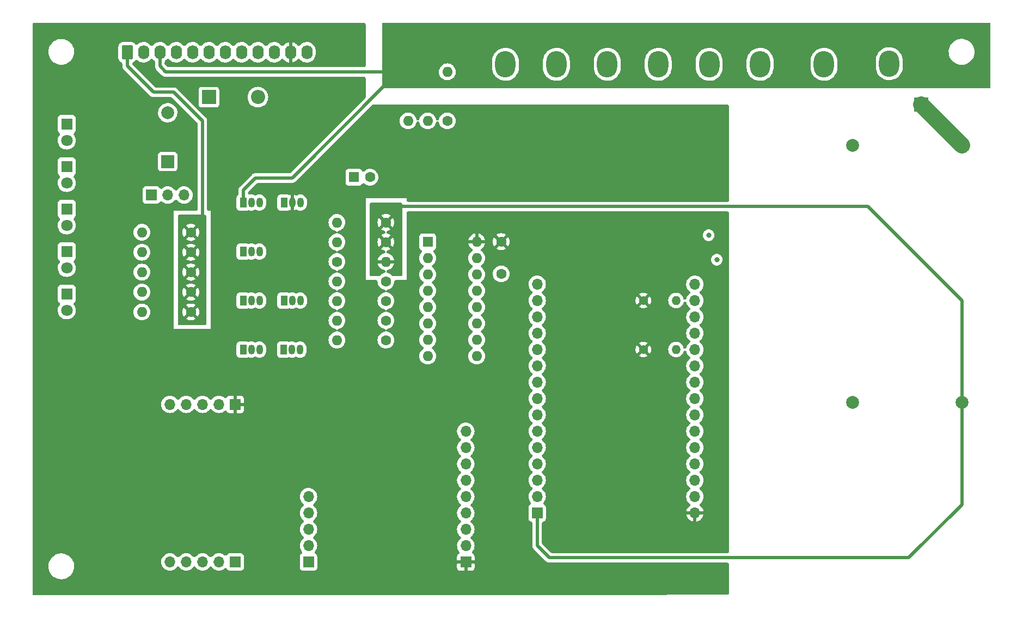
<source format=gbr>
%TF.GenerationSoftware,KiCad,Pcbnew,(6.0.2)*%
%TF.CreationDate,2022-11-16T19:52:16+00:00*%
%TF.ProjectId,greenhouse-control-unit,67726565-6e68-46f7-9573-652d636f6e74,2*%
%TF.SameCoordinates,Original*%
%TF.FileFunction,Copper,L2,Inr*%
%TF.FilePolarity,Positive*%
%FSLAX46Y46*%
G04 Gerber Fmt 4.6, Leading zero omitted, Abs format (unit mm)*
G04 Created by KiCad (PCBNEW (6.0.2)) date 2022-11-16 19:52:16*
%MOMM*%
%LPD*%
G01*
G04 APERTURE LIST*
G04 Aperture macros list*
%AMRoundRect*
0 Rectangle with rounded corners*
0 $1 Rounding radius*
0 $2 $3 $4 $5 $6 $7 $8 $9 X,Y pos of 4 corners*
0 Add a 4 corners polygon primitive as box body*
4,1,4,$2,$3,$4,$5,$6,$7,$8,$9,$2,$3,0*
0 Add four circle primitives for the rounded corners*
1,1,$1+$1,$2,$3*
1,1,$1+$1,$4,$5*
1,1,$1+$1,$6,$7*
1,1,$1+$1,$8,$9*
0 Add four rect primitives between the rounded corners*
20,1,$1+$1,$2,$3,$4,$5,0*
20,1,$1+$1,$4,$5,$6,$7,0*
20,1,$1+$1,$6,$7,$8,$9,0*
20,1,$1+$1,$8,$9,$2,$3,0*%
G04 Aperture macros list end*
%TA.AperFunction,ComponentPad*%
%ADD10O,1.700000X1.700000*%
%TD*%
%TA.AperFunction,ComponentPad*%
%ADD11R,1.700000X1.700000*%
%TD*%
%TA.AperFunction,ComponentPad*%
%ADD12C,2.000000*%
%TD*%
%TA.AperFunction,ComponentPad*%
%ADD13R,1.800000X1.800000*%
%TD*%
%TA.AperFunction,ComponentPad*%
%ADD14C,1.800000*%
%TD*%
%TA.AperFunction,ComponentPad*%
%ADD15C,1.600000*%
%TD*%
%TA.AperFunction,ComponentPad*%
%ADD16O,1.600000X1.600000*%
%TD*%
%TA.AperFunction,ComponentPad*%
%ADD17O,1.050000X1.500000*%
%TD*%
%TA.AperFunction,ComponentPad*%
%ADD18R,1.050000X1.500000*%
%TD*%
%TA.AperFunction,ComponentPad*%
%ADD19RoundRect,0.250000X-1.330000X-1.800000X1.330000X-1.800000X1.330000X1.800000X-1.330000X1.800000X0*%
%TD*%
%TA.AperFunction,ComponentPad*%
%ADD20O,3.160000X4.100000*%
%TD*%
%TA.AperFunction,ComponentPad*%
%ADD21RoundRect,0.250000X-0.620000X-0.845000X0.620000X-0.845000X0.620000X0.845000X-0.620000X0.845000X0*%
%TD*%
%TA.AperFunction,ComponentPad*%
%ADD22O,1.740000X2.190000*%
%TD*%
%TA.AperFunction,ComponentPad*%
%ADD23R,1.600000X1.600000*%
%TD*%
%TA.AperFunction,ComponentPad*%
%ADD24O,2.200000X2.200000*%
%TD*%
%TA.AperFunction,ComponentPad*%
%ADD25R,2.200000X2.200000*%
%TD*%
%TA.AperFunction,ComponentPad*%
%ADD26R,2.000000X2.000000*%
%TD*%
%TA.AperFunction,ComponentPad*%
%ADD27O,1.400000X1.400000*%
%TD*%
%TA.AperFunction,ComponentPad*%
%ADD28C,1.400000*%
%TD*%
%TA.AperFunction,ViaPad*%
%ADD29C,0.800000*%
%TD*%
%TA.AperFunction,ViaPad*%
%ADD30C,1.000000*%
%TD*%
%TA.AperFunction,Conductor*%
%ADD31C,0.500000*%
%TD*%
%TA.AperFunction,Conductor*%
%ADD32C,2.500000*%
%TD*%
G04 APERTURE END LIST*
D10*
%TO.N,/MOSI*%
%TO.C,J10*%
X175660000Y-85598000D03*
%TO.N,/I2C_SCL*%
X175660000Y-88138000D03*
%TO.N,unconnected-(J10-Pad28)*%
X175660000Y-90678000D03*
%TO.N,unconnected-(J10-Pad27)*%
X175660000Y-93218000D03*
%TO.N,/I2C_SDA*%
X175660000Y-95758000D03*
%TO.N,/MISO*%
X175660000Y-98298000D03*
%TO.N,/SCLK*%
X175660000Y-100838000D03*
%TO.N,/RFM95_CS*%
X175660000Y-103378000D03*
%TO.N,unconnected-(J10-Pad22)*%
X175660000Y-105918000D03*
%TO.N,unconnected-(J10-Pad21)*%
X175660000Y-108458000D03*
%TO.N,/RFM95_IRQ*%
X175660000Y-110998000D03*
%TO.N,unconnected-(J10-Pad19)*%
X175660000Y-113538000D03*
%TO.N,unconnected-(J10-Pad18)*%
X175660000Y-116078000D03*
%TO.N,unconnected-(J10-Pad17)*%
X175660000Y-118618000D03*
%TO.N,+3V3*%
X175660000Y-121158000D03*
%TO.N,unconnected-(J10-Pad15)*%
X151130000Y-85598000D03*
%TO.N,unconnected-(J10-Pad14)*%
X151130000Y-88138000D03*
%TO.N,unconnected-(J10-Pad13)*%
X151130000Y-90678000D03*
%TO.N,/VSense*%
X151130000Y-93218000D03*
%TO.N,unconnected-(J10-Pad11)*%
X151130000Y-95758000D03*
%TO.N,unconnected-(J10-Pad10)*%
X151130000Y-98298000D03*
%TO.N,unconnected-(J10-Pad9)*%
X151130000Y-100838000D03*
%TO.N,unconnected-(J10-Pad8)*%
X151130000Y-103378000D03*
%TO.N,unconnected-(J10-Pad7)*%
X151130000Y-105918000D03*
%TO.N,/HC12_TX*%
X151130000Y-108458000D03*
%TO.N,/HC12_RX*%
X151130000Y-110998000D03*
%TO.N,unconnected-(J10-Pad4)*%
X151130000Y-113538000D03*
%TO.N,unconnected-(J10-Pad3)*%
X151130000Y-116078000D03*
%TO.N,unconnected-(J10-Pad2)*%
X151130000Y-118618000D03*
D11*
%TO.N,+5V*%
X151130000Y-121158000D03*
%TD*%
D10*
%TO.N,unconnected-(J3-Pad3)*%
%TO.C,J3*%
X96226800Y-71729600D03*
%TO.N,Net-(BZ1-Pad1)*%
X93686800Y-71729600D03*
D11*
%TO.N,Net-(J3-Pad1)*%
X91146800Y-71729600D03*
%TD*%
D12*
%TO.N,GND*%
%TO.C,J6*%
X200170000Y-104008000D03*
%TD*%
D13*
%TO.N,GND*%
%TO.C,D4*%
X77978000Y-60706000D03*
D14*
%TO.N,Net-(D4-Pad2)*%
X77978000Y-63246000D03*
%TD*%
D12*
%TO.N,/Buck+12V*%
%TO.C,J5*%
X217170000Y-64008000D03*
%TD*%
%TO.N,+5V*%
%TO.C,J4*%
X217170000Y-104008000D03*
%TD*%
D14*
%TO.N,Net-(D3-Pad2)*%
%TO.C,D3*%
X77978000Y-83058000D03*
D13*
%TO.N,/IO_PsuLed*%
X77978000Y-80518000D03*
%TD*%
D15*
%TO.N,Net-(Q6-Pad1)*%
%TO.C,R16*%
X119989600Y-82092800D03*
D16*
%TO.N,+5V*%
X127609600Y-82092800D03*
%TD*%
D10*
%TO.N,unconnected-(J12-Pad5)*%
%TO.C,J12*%
X94017000Y-128769000D03*
%TO.N,unconnected-(J12-Pad4)*%
X96557000Y-128769000D03*
%TO.N,unconnected-(J12-Pad3)*%
X99097000Y-128769000D03*
%TO.N,unconnected-(J12-Pad2)*%
X101637000Y-128769000D03*
D11*
%TO.N,unconnected-(J12-Pad1)*%
X104177000Y-128769000D03*
%TD*%
D17*
%TO.N,GND*%
%TO.C,Q1*%
X114300000Y-88138000D03*
%TO.N,Net-(Q1-Pad2)*%
X113030000Y-88138000D03*
D18*
%TO.N,Net-(C1-Pad1)*%
X111760000Y-88138000D03*
%TD*%
D16*
%TO.N,Net-(Q1-Pad2)*%
%TO.C,R1*%
X119989600Y-91236800D03*
D15*
%TO.N,/IO_Beep*%
X127609600Y-91236800D03*
%TD*%
D16*
%TO.N,/VSense*%
%TO.C,R9*%
X134112000Y-60198000D03*
D15*
%TO.N,+12V*%
X134112000Y-52578000D03*
%TD*%
%TO.N,GND*%
%TO.C,C2*%
X145542000Y-83994000D03*
%TO.N,+3V3*%
X145542000Y-78994000D03*
%TD*%
D19*
%TO.N,+12V*%
%TO.C,J1*%
X201930000Y-51308000D03*
D20*
%TO.N,GND*%
X205890000Y-51308000D03*
%TD*%
D21*
%TO.N,+5V*%
%TO.C,J14*%
X87376000Y-49530000D03*
D22*
%TO.N,/CaseFan_Sink*%
X89916000Y-49530000D03*
%TO.N,+12V*%
X92456000Y-49530000D03*
%TO.N,GND*%
X94996000Y-49530000D03*
%TO.N,/PsuRelayNC_IN*%
X97536000Y-49530000D03*
%TO.N,/BattRelayNC_A*%
X100076000Y-49530000D03*
%TO.N,GND*%
X102616000Y-49530000D03*
%TO.N,unconnected-(J14-Pad8)*%
X105156000Y-49530000D03*
%TO.N,/I2C_SCL*%
X107696000Y-49530000D03*
%TO.N,/I2C_SDA*%
X110236000Y-49530000D03*
%TO.N,+3V3*%
X112776000Y-49530000D03*
%TO.N,GND*%
X115316000Y-49530000D03*
%TD*%
D15*
%TO.N,/VSense*%
%TO.C,R10*%
X137160000Y-60198000D03*
D16*
%TO.N,GND*%
X137160000Y-52578000D03*
%TD*%
%TO.N,Net-(C1-Pad1)*%
%TO.C,R3*%
X119989600Y-79044800D03*
D15*
%TO.N,+5V*%
X127609600Y-79044800D03*
%TD*%
D17*
%TO.N,GND*%
%TO.C,Q7*%
X107950000Y-95758000D03*
%TO.N,Net-(Q6-Pad3)*%
X106680000Y-95758000D03*
D18*
%TO.N,/CaseFan_Sink*%
X105410000Y-95758000D03*
%TD*%
D15*
%TO.N,GND*%
%TO.C,C1*%
X125142621Y-68961000D03*
D23*
%TO.N,Net-(C1-Pad1)*%
X122642621Y-68961000D03*
%TD*%
D12*
%TO.N,GND*%
%TO.C,J7*%
X200170000Y-64008000D03*
%TD*%
D13*
%TO.N,/CaseFan_Sink*%
%TO.C,D7*%
X77978000Y-87117000D03*
D14*
%TO.N,Net-(D7-Pad2)*%
X77978000Y-89657000D03*
%TD*%
D24*
%TO.N,+12V*%
%TO.C,D6*%
X210820000Y-50038000D03*
D25*
%TO.N,/Buck+12V*%
X210820000Y-57658000D03*
%TD*%
D10*
%TO.N,/HC12_SET*%
%TO.C,J11*%
X94017000Y-104278000D03*
%TO.N,/HC12_TX*%
X96557000Y-104278000D03*
%TO.N,/HC12_RX*%
X99097000Y-104278000D03*
%TO.N,GND*%
X101637000Y-104278000D03*
D11*
%TO.N,+3V3*%
X104177000Y-104278000D03*
%TD*%
D16*
%TO.N,Net-(D7-Pad2)*%
%TO.C,R17*%
X89662000Y-89916000D03*
D15*
%TO.N,+5V*%
X97282000Y-89916000D03*
%TD*%
D18*
%TO.N,/PsuRelayNC_IN*%
%TO.C,Q2*%
X105410000Y-80518000D03*
D17*
%TO.N,Net-(Q2-Pad2)*%
X106680000Y-80518000D03*
%TO.N,GND*%
X107950000Y-80518000D03*
%TD*%
%TO.N,Net-(Q6-Pad3)*%
%TO.C,Q6*%
X114249200Y-95758000D03*
%TO.N,Net-(Q6-Pad2)*%
X112979200Y-95758000D03*
D18*
%TO.N,Net-(Q6-Pad1)*%
X111709200Y-95758000D03*
%TD*%
D23*
%TO.N,GND*%
%TO.C,U1*%
X134112000Y-78994000D03*
D16*
X134112000Y-81534000D03*
X134112000Y-84074000D03*
%TO.N,/IO_Batt_EN*%
X134112000Y-86614000D03*
%TO.N,/IO_PsuRelay_EN*%
X134112000Y-89154000D03*
%TO.N,/IO_Beep*%
X134112000Y-91694000D03*
%TO.N,/IO_CaseFan_EN*%
X134112000Y-94234000D03*
%TO.N,GND*%
X134112000Y-96774000D03*
%TO.N,/IO_BatteryLed*%
X141732000Y-96774000D03*
%TO.N,/IO_PsuLed*%
X141732000Y-94234000D03*
%TO.N,unconnected-(U1-Pad11)*%
X141732000Y-91694000D03*
%TO.N,unconnected-(U1-Pad12)*%
X141732000Y-89154000D03*
%TO.N,unconnected-(U1-Pad13)*%
X141732000Y-86614000D03*
%TO.N,/I2C_SCL*%
X141732000Y-84074000D03*
%TO.N,/I2C_SDA*%
X141732000Y-81534000D03*
%TO.N,+3V3*%
X141732000Y-78994000D03*
%TD*%
D11*
%TO.N,+3V3*%
%TO.C,J8*%
X140030600Y-128803800D03*
D10*
%TO.N,GND*%
X140030600Y-126263800D03*
%TO.N,/RFM95_EN*%
X140030600Y-123723800D03*
%TO.N,/RFM95_IRQ*%
X140030600Y-121183800D03*
%TO.N,/SCLK*%
X140030600Y-118643800D03*
%TO.N,/MISO*%
X140030600Y-116103800D03*
%TO.N,/MOSI*%
X140030600Y-113563800D03*
%TO.N,/RFM95_CS*%
X140030600Y-111023800D03*
%TO.N,/RFM95_RST*%
X140030600Y-108483800D03*
%TD*%
D12*
%TO.N,Net-(BZ1-Pad2)*%
%TO.C,BZ1*%
X93675200Y-58928000D03*
D26*
%TO.N,Net-(BZ1-Pad1)*%
X93675200Y-66528000D03*
%TD*%
D18*
%TO.N,Net-(Q4-Pad1)*%
%TO.C,Q4*%
X111760000Y-72898000D03*
D17*
%TO.N,+3V3*%
X113030000Y-72898000D03*
%TO.N,Net-(Q4-Pad3)*%
X114300000Y-72898000D03*
%TD*%
D16*
%TO.N,/PsuRelayNC_IN*%
%TO.C,R5*%
X119989600Y-75996800D03*
D15*
%TO.N,+5V*%
X127609600Y-75996800D03*
%TD*%
D27*
%TO.N,/I2C_SCL*%
%TO.C,R13*%
X172720000Y-88138000D03*
D28*
%TO.N,+3V3*%
X167640000Y-88138000D03*
%TD*%
D27*
%TO.N,/I2C_SDA*%
%TO.C,R14*%
X172720000Y-95758000D03*
D28*
%TO.N,+3V3*%
X167640000Y-95758000D03*
%TD*%
D16*
%TO.N,Net-(D4-Pad2)*%
%TO.C,R12*%
X131064000Y-60198000D03*
D15*
%TO.N,+12V*%
X131064000Y-52578000D03*
%TD*%
D11*
%TO.N,unconnected-(J9-Pad1)*%
%TO.C,J9*%
X115570000Y-128798800D03*
D10*
%TO.N,unconnected-(J9-Pad2)*%
X115570000Y-126258800D03*
%TO.N,unconnected-(J9-Pad3)*%
X115570000Y-123718800D03*
%TO.N,unconnected-(J9-Pad4)*%
X115570000Y-121178800D03*
%TO.N,unconnected-(J9-Pad5)*%
X115570000Y-118638800D03*
%TD*%
D16*
%TO.N,Net-(Q6-Pad2)*%
%TO.C,R15*%
X119989600Y-94284800D03*
D15*
%TO.N,/IO_CaseFan_EN*%
X127609600Y-94284800D03*
%TD*%
D17*
%TO.N,GND*%
%TO.C,Q3*%
X107950000Y-88138000D03*
%TO.N,Net-(C1-Pad1)*%
X106680000Y-88138000D03*
D18*
%TO.N,Net-(BZ1-Pad2)*%
X105410000Y-88138000D03*
%TD*%
D19*
%TO.N,+12V*%
%TO.C,J2*%
X191770000Y-51413000D03*
D20*
%TO.N,GND*%
X195730000Y-51413000D03*
%TD*%
D16*
%TO.N,Net-(D2-Pad2)*%
%TO.C,R7*%
X89662000Y-83718400D03*
D15*
%TO.N,+5V*%
X97282000Y-83718400D03*
%TD*%
D13*
%TO.N,Net-(BZ1-Pad2)*%
%TO.C,D1*%
X77978000Y-67310000D03*
D14*
%TO.N,Net-(D1-Pad2)*%
X77978000Y-69850000D03*
%TD*%
D16*
%TO.N,Net-(Q2-Pad2)*%
%TO.C,R2*%
X119989600Y-88188800D03*
D15*
%TO.N,/IO_PsuRelay_EN*%
X127609600Y-88188800D03*
%TD*%
D16*
%TO.N,Net-(Q4-Pad3)*%
%TO.C,R8*%
X119989600Y-85140800D03*
D15*
%TO.N,/IO_Batt_EN*%
X127609600Y-85140800D03*
%TD*%
D16*
%TO.N,Net-(J3-Pad1)*%
%TO.C,R6*%
X89662000Y-77520800D03*
D15*
%TO.N,+5V*%
X97282000Y-77520800D03*
%TD*%
D14*
%TO.N,Net-(D2-Pad2)*%
%TO.C,D2*%
X77978000Y-76454000D03*
D13*
%TO.N,/IO_BatteryLed*%
X77978000Y-73914000D03*
%TD*%
D24*
%TO.N,GND*%
%TO.C,D5*%
X107696000Y-56515000D03*
D25*
%TO.N,/BattRelayNC_A*%
X100076000Y-56515000D03*
%TD*%
D19*
%TO.N,+12V*%
%TO.C,J13*%
X142240000Y-51413000D03*
D20*
%TO.N,GND*%
X146200000Y-51413000D03*
%TO.N,+12V*%
X150160000Y-51413000D03*
%TO.N,GND*%
X154120000Y-51413000D03*
%TO.N,+12V*%
X158080000Y-51413000D03*
%TO.N,GND*%
X162040000Y-51413000D03*
%TO.N,+12V*%
X166000000Y-51413000D03*
%TO.N,GND*%
X169960000Y-51413000D03*
%TO.N,+12V*%
X173920000Y-51413000D03*
%TO.N,GND*%
X177880000Y-51413000D03*
%TO.N,+12V*%
X181840000Y-51413000D03*
%TO.N,GND*%
X185800000Y-51413000D03*
%TD*%
D16*
%TO.N,Net-(D1-Pad2)*%
%TO.C,R4*%
X89662000Y-80619600D03*
D15*
%TO.N,+5V*%
X97282000Y-80619600D03*
%TD*%
D18*
%TO.N,+12V*%
%TO.C,Q5*%
X105410000Y-72898000D03*
D17*
%TO.N,Net-(Q4-Pad1)*%
X106680000Y-72898000D03*
%TO.N,/BattRelayNC_A*%
X107950000Y-72898000D03*
%TD*%
D16*
%TO.N,Net-(D3-Pad2)*%
%TO.C,R11*%
X89662000Y-86817200D03*
D15*
%TO.N,+5V*%
X97282000Y-86817200D03*
%TD*%
D29*
%TO.N,/I2C_SDA*%
X179070000Y-81788000D03*
%TO.N,/I2C_SCL*%
X177800000Y-77978000D03*
D30*
%TO.N,+5V*%
X125730000Y-73533000D03*
X99060000Y-75438000D03*
%TD*%
D31*
%TO.N,+5V*%
X87376000Y-51689000D02*
X87376000Y-49530000D01*
X91440000Y-55753000D02*
X87376000Y-51689000D01*
X94615000Y-55753000D02*
X91440000Y-55753000D01*
X99060000Y-60198000D02*
X94615000Y-55753000D01*
X99060000Y-75438000D02*
X99060000Y-60198000D01*
X217170000Y-88138000D02*
X202565000Y-73533000D01*
X217170000Y-104008000D02*
X217170000Y-88138000D01*
X202565000Y-73533000D02*
X129540000Y-73533000D01*
X151130000Y-126238000D02*
X151130000Y-121158000D01*
X208915000Y-128143000D02*
X153035000Y-128143000D01*
X217170000Y-119888000D02*
X208915000Y-128143000D01*
X153035000Y-128143000D02*
X151130000Y-126238000D01*
X217170000Y-104008000D02*
X217170000Y-119888000D01*
%TO.N,+12V*%
X93345000Y-52578000D02*
X127635000Y-52578000D01*
X92456000Y-51689000D02*
X93345000Y-52578000D01*
X92456000Y-49530000D02*
X92456000Y-51689000D01*
X113030000Y-69088000D02*
X127635000Y-54483000D01*
X107315000Y-69088000D02*
X113030000Y-69088000D01*
X105410000Y-70993000D02*
X107315000Y-69088000D01*
X105410000Y-72898000D02*
X105410000Y-70993000D01*
D32*
%TO.N,/Buck+12V*%
X210820000Y-57658000D02*
X217170000Y-64008000D01*
%TD*%
%TA.AperFunction,Conductor*%
%TO.N,+12V*%
G36*
X221569721Y-44992502D02*
G01*
X221616214Y-45046158D01*
X221627600Y-45098500D01*
X221627600Y-54992000D01*
X221607598Y-55060121D01*
X221553942Y-55106614D01*
X221501600Y-55118000D01*
X127126000Y-55118000D01*
X127057879Y-55097998D01*
X127011386Y-55044342D01*
X127000000Y-54992000D01*
X127000000Y-52578000D01*
X135846502Y-52578000D01*
X135866457Y-52806087D01*
X135867881Y-52811400D01*
X135867881Y-52811402D01*
X135889210Y-52891000D01*
X135925716Y-53027243D01*
X135928039Y-53032224D01*
X135928039Y-53032225D01*
X136020151Y-53229762D01*
X136020154Y-53229767D01*
X136022477Y-53234749D01*
X136153802Y-53422300D01*
X136315700Y-53584198D01*
X136320208Y-53587355D01*
X136320211Y-53587357D01*
X136361068Y-53615965D01*
X136503251Y-53715523D01*
X136508233Y-53717846D01*
X136508238Y-53717849D01*
X136704596Y-53809411D01*
X136710757Y-53812284D01*
X136716065Y-53813706D01*
X136716067Y-53813707D01*
X136926598Y-53870119D01*
X136926600Y-53870119D01*
X136931913Y-53871543D01*
X137160000Y-53891498D01*
X137388087Y-53871543D01*
X137393400Y-53870119D01*
X137393402Y-53870119D01*
X137603933Y-53813707D01*
X137603935Y-53813706D01*
X137609243Y-53812284D01*
X137615404Y-53809411D01*
X137811762Y-53717849D01*
X137811767Y-53717846D01*
X137816749Y-53715523D01*
X137958932Y-53615965D01*
X137999789Y-53587357D01*
X137999792Y-53587355D01*
X138004300Y-53584198D01*
X138166198Y-53422300D01*
X138297523Y-53234749D01*
X138299846Y-53229767D01*
X138299849Y-53229762D01*
X138391961Y-53032225D01*
X138391961Y-53032224D01*
X138394284Y-53027243D01*
X138430791Y-52891000D01*
X138452119Y-52811402D01*
X138452119Y-52811400D01*
X138453543Y-52806087D01*
X138473498Y-52578000D01*
X138453543Y-52349913D01*
X138452119Y-52344598D01*
X138395707Y-52134067D01*
X138395706Y-52134065D01*
X138394284Y-52128757D01*
X138349816Y-52033394D01*
X138313696Y-51955933D01*
X144111500Y-51955933D01*
X144111653Y-51958119D01*
X144111653Y-51958123D01*
X144123237Y-52123775D01*
X144126775Y-52174373D01*
X144187503Y-52460074D01*
X144189006Y-52464203D01*
X144189007Y-52464207D01*
X144238087Y-52599053D01*
X144287401Y-52734544D01*
X144424527Y-52992439D01*
X144427113Y-52995998D01*
X144427114Y-52996000D01*
X144517334Y-53120177D01*
X144596209Y-53228740D01*
X144599265Y-53231904D01*
X144599267Y-53231907D01*
X144788419Y-53427779D01*
X144799108Y-53438848D01*
X145029274Y-53618673D01*
X145282226Y-53764715D01*
X145553042Y-53874132D01*
X145557315Y-53875198D01*
X145557317Y-53875198D01*
X145622693Y-53891498D01*
X145836450Y-53944794D01*
X145840818Y-53945253D01*
X145840823Y-53945254D01*
X146122565Y-53974866D01*
X146122568Y-53974866D01*
X146126934Y-53975325D01*
X146131322Y-53975172D01*
X146131328Y-53975172D01*
X146414443Y-53965285D01*
X146414449Y-53965284D01*
X146418841Y-53965131D01*
X146706488Y-53914411D01*
X146710659Y-53913056D01*
X146710666Y-53913054D01*
X146980087Y-53825513D01*
X146980086Y-53825513D01*
X146984276Y-53824152D01*
X146988229Y-53822224D01*
X146988234Y-53822222D01*
X147242849Y-53698038D01*
X147246800Y-53696111D01*
X147250439Y-53693657D01*
X147250445Y-53693653D01*
X147485303Y-53535239D01*
X147485310Y-53535234D01*
X147488949Y-53532779D01*
X147507728Y-53515871D01*
X147702736Y-53340285D01*
X147702737Y-53340284D01*
X147706010Y-53337337D01*
X147796945Y-53228965D01*
X147890930Y-53116958D01*
X147890934Y-53116953D01*
X147893758Y-53113587D01*
X148048539Y-52865886D01*
X148108861Y-52730399D01*
X148165555Y-52603063D01*
X148165557Y-52603059D01*
X148167340Y-52599053D01*
X148247850Y-52318284D01*
X148288500Y-52029042D01*
X148288500Y-51955933D01*
X152031500Y-51955933D01*
X152031653Y-51958119D01*
X152031653Y-51958123D01*
X152043237Y-52123775D01*
X152046775Y-52174373D01*
X152107503Y-52460074D01*
X152109006Y-52464203D01*
X152109007Y-52464207D01*
X152158087Y-52599053D01*
X152207401Y-52734544D01*
X152344527Y-52992439D01*
X152347113Y-52995998D01*
X152347114Y-52996000D01*
X152437334Y-53120177D01*
X152516209Y-53228740D01*
X152519265Y-53231904D01*
X152519267Y-53231907D01*
X152708419Y-53427779D01*
X152719108Y-53438848D01*
X152949274Y-53618673D01*
X153202226Y-53764715D01*
X153473042Y-53874132D01*
X153477315Y-53875198D01*
X153477317Y-53875198D01*
X153542693Y-53891498D01*
X153756450Y-53944794D01*
X153760818Y-53945253D01*
X153760823Y-53945254D01*
X154042565Y-53974866D01*
X154042568Y-53974866D01*
X154046934Y-53975325D01*
X154051322Y-53975172D01*
X154051328Y-53975172D01*
X154334443Y-53965285D01*
X154334449Y-53965284D01*
X154338841Y-53965131D01*
X154626488Y-53914411D01*
X154630659Y-53913056D01*
X154630666Y-53913054D01*
X154900087Y-53825513D01*
X154900086Y-53825513D01*
X154904276Y-53824152D01*
X154908229Y-53822224D01*
X154908234Y-53822222D01*
X155162849Y-53698038D01*
X155166800Y-53696111D01*
X155170439Y-53693657D01*
X155170445Y-53693653D01*
X155405303Y-53535239D01*
X155405310Y-53535234D01*
X155408949Y-53532779D01*
X155427728Y-53515871D01*
X155622736Y-53340285D01*
X155622737Y-53340284D01*
X155626010Y-53337337D01*
X155716945Y-53228965D01*
X155810930Y-53116958D01*
X155810934Y-53116953D01*
X155813758Y-53113587D01*
X155968539Y-52865886D01*
X156028861Y-52730399D01*
X156085555Y-52603063D01*
X156085557Y-52603059D01*
X156087340Y-52599053D01*
X156167850Y-52318284D01*
X156208500Y-52029042D01*
X156208500Y-51955933D01*
X159951500Y-51955933D01*
X159951653Y-51958119D01*
X159951653Y-51958123D01*
X159963237Y-52123775D01*
X159966775Y-52174373D01*
X160027503Y-52460074D01*
X160029006Y-52464203D01*
X160029007Y-52464207D01*
X160078087Y-52599053D01*
X160127401Y-52734544D01*
X160264527Y-52992439D01*
X160267113Y-52995998D01*
X160267114Y-52996000D01*
X160357334Y-53120177D01*
X160436209Y-53228740D01*
X160439265Y-53231904D01*
X160439267Y-53231907D01*
X160628419Y-53427779D01*
X160639108Y-53438848D01*
X160869274Y-53618673D01*
X161122226Y-53764715D01*
X161393042Y-53874132D01*
X161397315Y-53875198D01*
X161397317Y-53875198D01*
X161462693Y-53891498D01*
X161676450Y-53944794D01*
X161680818Y-53945253D01*
X161680823Y-53945254D01*
X161962565Y-53974866D01*
X161962568Y-53974866D01*
X161966934Y-53975325D01*
X161971322Y-53975172D01*
X161971328Y-53975172D01*
X162254443Y-53965285D01*
X162254449Y-53965284D01*
X162258841Y-53965131D01*
X162546488Y-53914411D01*
X162550659Y-53913056D01*
X162550666Y-53913054D01*
X162820087Y-53825513D01*
X162820086Y-53825513D01*
X162824276Y-53824152D01*
X162828229Y-53822224D01*
X162828234Y-53822222D01*
X163082849Y-53698038D01*
X163086800Y-53696111D01*
X163090439Y-53693657D01*
X163090445Y-53693653D01*
X163325303Y-53535239D01*
X163325310Y-53535234D01*
X163328949Y-53532779D01*
X163347728Y-53515871D01*
X163542736Y-53340285D01*
X163542737Y-53340284D01*
X163546010Y-53337337D01*
X163636945Y-53228965D01*
X163730930Y-53116958D01*
X163730934Y-53116953D01*
X163733758Y-53113587D01*
X163888539Y-52865886D01*
X163948861Y-52730399D01*
X164005555Y-52603063D01*
X164005557Y-52603059D01*
X164007340Y-52599053D01*
X164087850Y-52318284D01*
X164128500Y-52029042D01*
X164128500Y-51955933D01*
X167871500Y-51955933D01*
X167871653Y-51958119D01*
X167871653Y-51958123D01*
X167883237Y-52123775D01*
X167886775Y-52174373D01*
X167947503Y-52460074D01*
X167949006Y-52464203D01*
X167949007Y-52464207D01*
X167998087Y-52599053D01*
X168047401Y-52734544D01*
X168184527Y-52992439D01*
X168187113Y-52995998D01*
X168187114Y-52996000D01*
X168277334Y-53120177D01*
X168356209Y-53228740D01*
X168359265Y-53231904D01*
X168359267Y-53231907D01*
X168548419Y-53427779D01*
X168559108Y-53438848D01*
X168789274Y-53618673D01*
X169042226Y-53764715D01*
X169313042Y-53874132D01*
X169317315Y-53875198D01*
X169317317Y-53875198D01*
X169382693Y-53891498D01*
X169596450Y-53944794D01*
X169600818Y-53945253D01*
X169600823Y-53945254D01*
X169882565Y-53974866D01*
X169882568Y-53974866D01*
X169886934Y-53975325D01*
X169891322Y-53975172D01*
X169891328Y-53975172D01*
X170174443Y-53965285D01*
X170174449Y-53965284D01*
X170178841Y-53965131D01*
X170466488Y-53914411D01*
X170470659Y-53913056D01*
X170470666Y-53913054D01*
X170740087Y-53825513D01*
X170740086Y-53825513D01*
X170744276Y-53824152D01*
X170748229Y-53822224D01*
X170748234Y-53822222D01*
X171002849Y-53698038D01*
X171006800Y-53696111D01*
X171010439Y-53693657D01*
X171010445Y-53693653D01*
X171245303Y-53535239D01*
X171245310Y-53535234D01*
X171248949Y-53532779D01*
X171267728Y-53515871D01*
X171462736Y-53340285D01*
X171462737Y-53340284D01*
X171466010Y-53337337D01*
X171556945Y-53228965D01*
X171650930Y-53116958D01*
X171650934Y-53116953D01*
X171653758Y-53113587D01*
X171808539Y-52865886D01*
X171868861Y-52730399D01*
X171925555Y-52603063D01*
X171925557Y-52603059D01*
X171927340Y-52599053D01*
X172007850Y-52318284D01*
X172048500Y-52029042D01*
X172048500Y-51955933D01*
X175791500Y-51955933D01*
X175791653Y-51958119D01*
X175791653Y-51958123D01*
X175803237Y-52123775D01*
X175806775Y-52174373D01*
X175867503Y-52460074D01*
X175869006Y-52464203D01*
X175869007Y-52464207D01*
X175918087Y-52599053D01*
X175967401Y-52734544D01*
X176104527Y-52992439D01*
X176107113Y-52995998D01*
X176107114Y-52996000D01*
X176197334Y-53120177D01*
X176276209Y-53228740D01*
X176279265Y-53231904D01*
X176279267Y-53231907D01*
X176468419Y-53427779D01*
X176479108Y-53438848D01*
X176709274Y-53618673D01*
X176962226Y-53764715D01*
X177233042Y-53874132D01*
X177237315Y-53875198D01*
X177237317Y-53875198D01*
X177302693Y-53891498D01*
X177516450Y-53944794D01*
X177520818Y-53945253D01*
X177520823Y-53945254D01*
X177802565Y-53974866D01*
X177802568Y-53974866D01*
X177806934Y-53975325D01*
X177811322Y-53975172D01*
X177811328Y-53975172D01*
X178094443Y-53965285D01*
X178094449Y-53965284D01*
X178098841Y-53965131D01*
X178386488Y-53914411D01*
X178390659Y-53913056D01*
X178390666Y-53913054D01*
X178660087Y-53825513D01*
X178660086Y-53825513D01*
X178664276Y-53824152D01*
X178668229Y-53822224D01*
X178668234Y-53822222D01*
X178922849Y-53698038D01*
X178926800Y-53696111D01*
X178930439Y-53693657D01*
X178930445Y-53693653D01*
X179165303Y-53535239D01*
X179165310Y-53535234D01*
X179168949Y-53532779D01*
X179187728Y-53515871D01*
X179382736Y-53340285D01*
X179382737Y-53340284D01*
X179386010Y-53337337D01*
X179476945Y-53228965D01*
X179570930Y-53116958D01*
X179570934Y-53116953D01*
X179573758Y-53113587D01*
X179728539Y-52865886D01*
X179788861Y-52730399D01*
X179845555Y-52603063D01*
X179845557Y-52603059D01*
X179847340Y-52599053D01*
X179927850Y-52318284D01*
X179968500Y-52029042D01*
X179968500Y-51955933D01*
X183711500Y-51955933D01*
X183711653Y-51958119D01*
X183711653Y-51958123D01*
X183723237Y-52123775D01*
X183726775Y-52174373D01*
X183787503Y-52460074D01*
X183789006Y-52464203D01*
X183789007Y-52464207D01*
X183838087Y-52599053D01*
X183887401Y-52734544D01*
X184024527Y-52992439D01*
X184027113Y-52995998D01*
X184027114Y-52996000D01*
X184117334Y-53120177D01*
X184196209Y-53228740D01*
X184199265Y-53231904D01*
X184199267Y-53231907D01*
X184388419Y-53427779D01*
X184399108Y-53438848D01*
X184629274Y-53618673D01*
X184882226Y-53764715D01*
X185153042Y-53874132D01*
X185157315Y-53875198D01*
X185157317Y-53875198D01*
X185222693Y-53891498D01*
X185436450Y-53944794D01*
X185440818Y-53945253D01*
X185440823Y-53945254D01*
X185722565Y-53974866D01*
X185722568Y-53974866D01*
X185726934Y-53975325D01*
X185731322Y-53975172D01*
X185731328Y-53975172D01*
X186014443Y-53965285D01*
X186014449Y-53965284D01*
X186018841Y-53965131D01*
X186306488Y-53914411D01*
X186310659Y-53913056D01*
X186310666Y-53913054D01*
X186580087Y-53825513D01*
X186580086Y-53825513D01*
X186584276Y-53824152D01*
X186588229Y-53822224D01*
X186588234Y-53822222D01*
X186842849Y-53698038D01*
X186846800Y-53696111D01*
X186850439Y-53693657D01*
X186850445Y-53693653D01*
X187085303Y-53535239D01*
X187085310Y-53535234D01*
X187088949Y-53532779D01*
X187107728Y-53515871D01*
X187302736Y-53340285D01*
X187302737Y-53340284D01*
X187306010Y-53337337D01*
X187396945Y-53228965D01*
X187490930Y-53116958D01*
X187490934Y-53116953D01*
X187493758Y-53113587D01*
X187648539Y-52865886D01*
X187708861Y-52730399D01*
X187765555Y-52603063D01*
X187765557Y-52603059D01*
X187767340Y-52599053D01*
X187847850Y-52318284D01*
X187888500Y-52029042D01*
X187888500Y-51955933D01*
X193641500Y-51955933D01*
X193641653Y-51958119D01*
X193641653Y-51958123D01*
X193653237Y-52123775D01*
X193656775Y-52174373D01*
X193717503Y-52460074D01*
X193719006Y-52464203D01*
X193719007Y-52464207D01*
X193768087Y-52599053D01*
X193817401Y-52734544D01*
X193954527Y-52992439D01*
X193957113Y-52995998D01*
X193957114Y-52996000D01*
X194047334Y-53120177D01*
X194126209Y-53228740D01*
X194129265Y-53231904D01*
X194129267Y-53231907D01*
X194318419Y-53427779D01*
X194329108Y-53438848D01*
X194559274Y-53618673D01*
X194812226Y-53764715D01*
X195083042Y-53874132D01*
X195087315Y-53875198D01*
X195087317Y-53875198D01*
X195152693Y-53891498D01*
X195366450Y-53944794D01*
X195370818Y-53945253D01*
X195370823Y-53945254D01*
X195652565Y-53974866D01*
X195652568Y-53974866D01*
X195656934Y-53975325D01*
X195661322Y-53975172D01*
X195661328Y-53975172D01*
X195944443Y-53965285D01*
X195944449Y-53965284D01*
X195948841Y-53965131D01*
X196236488Y-53914411D01*
X196240659Y-53913056D01*
X196240666Y-53913054D01*
X196510087Y-53825513D01*
X196510086Y-53825513D01*
X196514276Y-53824152D01*
X196518229Y-53822224D01*
X196518234Y-53822222D01*
X196772849Y-53698038D01*
X196776800Y-53696111D01*
X196780439Y-53693657D01*
X196780445Y-53693653D01*
X197015303Y-53535239D01*
X197015310Y-53535234D01*
X197018949Y-53532779D01*
X197037728Y-53515871D01*
X197232736Y-53340285D01*
X197232737Y-53340284D01*
X197236010Y-53337337D01*
X197326945Y-53228965D01*
X197420930Y-53116958D01*
X197420934Y-53116953D01*
X197423758Y-53113587D01*
X197578539Y-52865886D01*
X197638861Y-52730399D01*
X197695555Y-52603063D01*
X197695557Y-52603059D01*
X197697340Y-52599053D01*
X197777850Y-52318284D01*
X197818500Y-52029042D01*
X197818500Y-51850933D01*
X203801500Y-51850933D01*
X203801653Y-51853119D01*
X203801653Y-51853123D01*
X203813955Y-52029042D01*
X203816775Y-52069373D01*
X203877503Y-52355074D01*
X203879006Y-52359203D01*
X203879007Y-52359207D01*
X203967763Y-52603063D01*
X203977401Y-52629544D01*
X204114527Y-52887439D01*
X204117113Y-52890998D01*
X204117114Y-52891000D01*
X204281282Y-53116958D01*
X204286209Y-53123740D01*
X204289265Y-53126904D01*
X204289267Y-53126907D01*
X204397763Y-53239257D01*
X204489108Y-53333848D01*
X204719274Y-53513673D01*
X204972226Y-53659715D01*
X205243042Y-53769132D01*
X205526450Y-53839794D01*
X205530818Y-53840253D01*
X205530823Y-53840254D01*
X205812565Y-53869866D01*
X205812568Y-53869866D01*
X205816934Y-53870325D01*
X205821322Y-53870172D01*
X205821328Y-53870172D01*
X206104443Y-53860285D01*
X206104449Y-53860284D01*
X206108841Y-53860131D01*
X206396488Y-53809411D01*
X206400659Y-53808056D01*
X206400666Y-53808054D01*
X206670087Y-53720513D01*
X206670086Y-53720513D01*
X206674276Y-53719152D01*
X206678229Y-53717224D01*
X206678234Y-53717222D01*
X206932849Y-53593038D01*
X206936800Y-53591111D01*
X206940439Y-53588657D01*
X206940445Y-53588653D01*
X207175303Y-53430239D01*
X207175310Y-53430234D01*
X207178949Y-53427779D01*
X207396010Y-53232337D01*
X207484476Y-53126907D01*
X207580930Y-53011958D01*
X207580934Y-53011953D01*
X207583758Y-53008587D01*
X207738539Y-52760886D01*
X207857340Y-52494053D01*
X207937850Y-52213284D01*
X207978500Y-51924042D01*
X207978500Y-50765067D01*
X207973388Y-50691958D01*
X207963532Y-50551012D01*
X207963531Y-50551007D01*
X207963225Y-50546627D01*
X207902497Y-50260926D01*
X207890130Y-50226947D01*
X207804108Y-49990601D01*
X207804106Y-49990597D01*
X207802599Y-49986456D01*
X207665473Y-49728561D01*
X207629674Y-49679288D01*
X207496380Y-49495823D01*
X207496377Y-49495820D01*
X207493791Y-49492260D01*
X207490733Y-49489093D01*
X207399128Y-49394233D01*
X215123422Y-49394233D01*
X215123575Y-49398621D01*
X215123575Y-49398627D01*
X215130997Y-49611145D01*
X215133225Y-49674958D01*
X215133987Y-49679281D01*
X215133988Y-49679288D01*
X215157764Y-49814124D01*
X215182002Y-49951587D01*
X215268803Y-50218735D01*
X215270731Y-50222688D01*
X215270733Y-50222693D01*
X215287365Y-50256793D01*
X215391940Y-50471202D01*
X215394395Y-50474841D01*
X215394398Y-50474847D01*
X215445772Y-50551012D01*
X215549015Y-50704076D01*
X215736971Y-50912822D01*
X215952150Y-51093379D01*
X216190364Y-51242231D01*
X216324084Y-51301767D01*
X216423520Y-51346039D01*
X216446975Y-51356482D01*
X216716990Y-51433907D01*
X216721340Y-51434518D01*
X216721343Y-51434519D01*
X216786201Y-51443634D01*
X216995152Y-51473000D01*
X217205746Y-51473000D01*
X217207932Y-51472847D01*
X217207936Y-51472847D01*
X217411427Y-51458618D01*
X217411432Y-51458617D01*
X217415812Y-51458311D01*
X217690570Y-51399909D01*
X217694699Y-51398406D01*
X217694703Y-51398405D01*
X217950381Y-51305346D01*
X217950385Y-51305344D01*
X217954526Y-51303837D01*
X218202542Y-51171964D01*
X218307496Y-51095711D01*
X218426229Y-51009447D01*
X218426232Y-51009444D01*
X218429792Y-51006858D01*
X218631852Y-50811731D01*
X218804788Y-50590382D01*
X218806984Y-50586578D01*
X218806989Y-50586571D01*
X218943035Y-50350931D01*
X218945236Y-50347119D01*
X219050462Y-50086676D01*
X219075450Y-49986456D01*
X219117353Y-49818393D01*
X219117354Y-49818388D01*
X219118417Y-49814124D01*
X219127002Y-49732447D01*
X219147319Y-49539136D01*
X219147319Y-49539133D01*
X219147778Y-49534767D01*
X219147625Y-49530373D01*
X219138129Y-49258439D01*
X219138128Y-49258433D01*
X219137975Y-49254042D01*
X219130216Y-49210035D01*
X219093847Y-49003778D01*
X219089198Y-48977413D01*
X219002397Y-48710265D01*
X218879260Y-48457798D01*
X218876805Y-48454159D01*
X218876802Y-48454153D01*
X218796535Y-48335153D01*
X218722185Y-48224924D01*
X218534229Y-48016178D01*
X218319050Y-47835621D01*
X218080836Y-47686769D01*
X217824225Y-47572518D01*
X217554210Y-47495093D01*
X217549860Y-47494482D01*
X217549857Y-47494481D01*
X217446910Y-47480013D01*
X217276048Y-47456000D01*
X217065454Y-47456000D01*
X217063268Y-47456153D01*
X217063264Y-47456153D01*
X216859773Y-47470382D01*
X216859768Y-47470383D01*
X216855388Y-47470689D01*
X216580630Y-47529091D01*
X216576501Y-47530594D01*
X216576497Y-47530595D01*
X216320819Y-47623654D01*
X216320815Y-47623656D01*
X216316674Y-47625163D01*
X216068658Y-47757036D01*
X216065099Y-47759622D01*
X216065097Y-47759623D01*
X215960495Y-47835621D01*
X215841408Y-47922142D01*
X215639348Y-48117269D01*
X215466412Y-48338618D01*
X215464216Y-48342422D01*
X215464211Y-48342429D01*
X215350394Y-48539567D01*
X215325964Y-48581881D01*
X215220738Y-48842324D01*
X215219673Y-48846597D01*
X215219672Y-48846599D01*
X215155237Y-49105035D01*
X215152783Y-49114876D01*
X215152324Y-49119244D01*
X215152323Y-49119249D01*
X215124166Y-49387152D01*
X215123422Y-49394233D01*
X207399128Y-49394233D01*
X207293946Y-49285314D01*
X207293942Y-49285311D01*
X207290892Y-49282152D01*
X207060726Y-49102327D01*
X206807774Y-48956285D01*
X206536958Y-48846868D01*
X206518734Y-48842324D01*
X206257821Y-48777271D01*
X206257823Y-48777271D01*
X206253550Y-48776206D01*
X206249182Y-48775747D01*
X206249177Y-48775746D01*
X205967435Y-48746134D01*
X205967432Y-48746134D01*
X205963066Y-48745675D01*
X205958678Y-48745828D01*
X205958672Y-48745828D01*
X205675557Y-48755715D01*
X205675551Y-48755716D01*
X205671159Y-48755869D01*
X205383512Y-48806589D01*
X205379341Y-48807944D01*
X205379334Y-48807946D01*
X205214104Y-48861633D01*
X205105724Y-48896848D01*
X205101771Y-48898776D01*
X205101766Y-48898778D01*
X204931677Y-48981736D01*
X204843200Y-49024889D01*
X204839561Y-49027343D01*
X204839555Y-49027347D01*
X204604697Y-49185761D01*
X204604690Y-49185766D01*
X204601051Y-49188221D01*
X204597782Y-49191165D01*
X204597780Y-49191166D01*
X204387264Y-49380715D01*
X204383990Y-49383663D01*
X204375121Y-49394233D01*
X204199070Y-49604042D01*
X204199066Y-49604047D01*
X204196242Y-49607413D01*
X204041461Y-49855114D01*
X203998509Y-49951587D01*
X203936546Y-50090759D01*
X203922660Y-50121947D01*
X203842150Y-50402716D01*
X203801500Y-50691958D01*
X203801500Y-51850933D01*
X197818500Y-51850933D01*
X197818500Y-50870067D01*
X197818347Y-50867877D01*
X197803532Y-50656012D01*
X197803531Y-50656007D01*
X197803225Y-50651627D01*
X197742497Y-50365926D01*
X197740993Y-50361793D01*
X197644108Y-50095601D01*
X197644106Y-50095597D01*
X197642599Y-50091456D01*
X197505473Y-49833561D01*
X197432010Y-49732447D01*
X197336380Y-49600823D01*
X197336377Y-49600820D01*
X197333791Y-49597260D01*
X197330733Y-49594093D01*
X197133946Y-49390314D01*
X197133942Y-49390311D01*
X197130892Y-49387152D01*
X196900726Y-49207327D01*
X196647774Y-49061285D01*
X196376958Y-48951868D01*
X196093550Y-48881206D01*
X196089182Y-48880747D01*
X196089177Y-48880746D01*
X195807435Y-48851134D01*
X195807432Y-48851134D01*
X195803066Y-48850675D01*
X195798678Y-48850828D01*
X195798672Y-48850828D01*
X195515557Y-48860715D01*
X195515551Y-48860716D01*
X195511159Y-48860869D01*
X195223512Y-48911589D01*
X195219341Y-48912944D01*
X195219334Y-48912946D01*
X195020927Y-48977413D01*
X194945724Y-49001848D01*
X194941771Y-49003776D01*
X194941766Y-49003778D01*
X194744217Y-49100129D01*
X194683200Y-49129889D01*
X194679561Y-49132343D01*
X194679555Y-49132347D01*
X194444697Y-49290761D01*
X194444690Y-49290766D01*
X194441051Y-49293221D01*
X194223990Y-49488663D01*
X194185304Y-49534767D01*
X194039070Y-49709042D01*
X194039066Y-49709047D01*
X194036242Y-49712413D01*
X193881461Y-49960114D01*
X193762660Y-50226947D01*
X193682150Y-50507716D01*
X193641500Y-50796958D01*
X193641500Y-51955933D01*
X187888500Y-51955933D01*
X187888500Y-50870067D01*
X187888347Y-50867877D01*
X187873532Y-50656012D01*
X187873531Y-50656007D01*
X187873225Y-50651627D01*
X187812497Y-50365926D01*
X187810993Y-50361793D01*
X187714108Y-50095601D01*
X187714106Y-50095597D01*
X187712599Y-50091456D01*
X187575473Y-49833561D01*
X187502010Y-49732447D01*
X187406380Y-49600823D01*
X187406377Y-49600820D01*
X187403791Y-49597260D01*
X187400733Y-49594093D01*
X187203946Y-49390314D01*
X187203942Y-49390311D01*
X187200892Y-49387152D01*
X186970726Y-49207327D01*
X186717774Y-49061285D01*
X186446958Y-48951868D01*
X186163550Y-48881206D01*
X186159182Y-48880747D01*
X186159177Y-48880746D01*
X185877435Y-48851134D01*
X185877432Y-48851134D01*
X185873066Y-48850675D01*
X185868678Y-48850828D01*
X185868672Y-48850828D01*
X185585557Y-48860715D01*
X185585551Y-48860716D01*
X185581159Y-48860869D01*
X185293512Y-48911589D01*
X185289341Y-48912944D01*
X185289334Y-48912946D01*
X185090927Y-48977413D01*
X185015724Y-49001848D01*
X185011771Y-49003776D01*
X185011766Y-49003778D01*
X184814217Y-49100129D01*
X184753200Y-49129889D01*
X184749561Y-49132343D01*
X184749555Y-49132347D01*
X184514697Y-49290761D01*
X184514690Y-49290766D01*
X184511051Y-49293221D01*
X184293990Y-49488663D01*
X184255304Y-49534767D01*
X184109070Y-49709042D01*
X184109066Y-49709047D01*
X184106242Y-49712413D01*
X183951461Y-49960114D01*
X183832660Y-50226947D01*
X183752150Y-50507716D01*
X183711500Y-50796958D01*
X183711500Y-51955933D01*
X179968500Y-51955933D01*
X179968500Y-50870067D01*
X179968347Y-50867877D01*
X179953532Y-50656012D01*
X179953531Y-50656007D01*
X179953225Y-50651627D01*
X179892497Y-50365926D01*
X179890993Y-50361793D01*
X179794108Y-50095601D01*
X179794106Y-50095597D01*
X179792599Y-50091456D01*
X179655473Y-49833561D01*
X179582010Y-49732447D01*
X179486380Y-49600823D01*
X179486377Y-49600820D01*
X179483791Y-49597260D01*
X179480733Y-49594093D01*
X179283946Y-49390314D01*
X179283942Y-49390311D01*
X179280892Y-49387152D01*
X179050726Y-49207327D01*
X178797774Y-49061285D01*
X178526958Y-48951868D01*
X178243550Y-48881206D01*
X178239182Y-48880747D01*
X178239177Y-48880746D01*
X177957435Y-48851134D01*
X177957432Y-48851134D01*
X177953066Y-48850675D01*
X177948678Y-48850828D01*
X177948672Y-48850828D01*
X177665557Y-48860715D01*
X177665551Y-48860716D01*
X177661159Y-48860869D01*
X177373512Y-48911589D01*
X177369341Y-48912944D01*
X177369334Y-48912946D01*
X177170927Y-48977413D01*
X177095724Y-49001848D01*
X177091771Y-49003776D01*
X177091766Y-49003778D01*
X176894217Y-49100129D01*
X176833200Y-49129889D01*
X176829561Y-49132343D01*
X176829555Y-49132347D01*
X176594697Y-49290761D01*
X176594690Y-49290766D01*
X176591051Y-49293221D01*
X176373990Y-49488663D01*
X176335304Y-49534767D01*
X176189070Y-49709042D01*
X176189066Y-49709047D01*
X176186242Y-49712413D01*
X176031461Y-49960114D01*
X175912660Y-50226947D01*
X175832150Y-50507716D01*
X175791500Y-50796958D01*
X175791500Y-51955933D01*
X172048500Y-51955933D01*
X172048500Y-50870067D01*
X172048347Y-50867877D01*
X172033532Y-50656012D01*
X172033531Y-50656007D01*
X172033225Y-50651627D01*
X171972497Y-50365926D01*
X171970993Y-50361793D01*
X171874108Y-50095601D01*
X171874106Y-50095597D01*
X171872599Y-50091456D01*
X171735473Y-49833561D01*
X171662010Y-49732447D01*
X171566380Y-49600823D01*
X171566377Y-49600820D01*
X171563791Y-49597260D01*
X171560733Y-49594093D01*
X171363946Y-49390314D01*
X171363942Y-49390311D01*
X171360892Y-49387152D01*
X171130726Y-49207327D01*
X170877774Y-49061285D01*
X170606958Y-48951868D01*
X170323550Y-48881206D01*
X170319182Y-48880747D01*
X170319177Y-48880746D01*
X170037435Y-48851134D01*
X170037432Y-48851134D01*
X170033066Y-48850675D01*
X170028678Y-48850828D01*
X170028672Y-48850828D01*
X169745557Y-48860715D01*
X169745551Y-48860716D01*
X169741159Y-48860869D01*
X169453512Y-48911589D01*
X169449341Y-48912944D01*
X169449334Y-48912946D01*
X169250927Y-48977413D01*
X169175724Y-49001848D01*
X169171771Y-49003776D01*
X169171766Y-49003778D01*
X168974217Y-49100129D01*
X168913200Y-49129889D01*
X168909561Y-49132343D01*
X168909555Y-49132347D01*
X168674697Y-49290761D01*
X168674690Y-49290766D01*
X168671051Y-49293221D01*
X168453990Y-49488663D01*
X168415304Y-49534767D01*
X168269070Y-49709042D01*
X168269066Y-49709047D01*
X168266242Y-49712413D01*
X168111461Y-49960114D01*
X167992660Y-50226947D01*
X167912150Y-50507716D01*
X167871500Y-50796958D01*
X167871500Y-51955933D01*
X164128500Y-51955933D01*
X164128500Y-50870067D01*
X164128347Y-50867877D01*
X164113532Y-50656012D01*
X164113531Y-50656007D01*
X164113225Y-50651627D01*
X164052497Y-50365926D01*
X164050993Y-50361793D01*
X163954108Y-50095601D01*
X163954106Y-50095597D01*
X163952599Y-50091456D01*
X163815473Y-49833561D01*
X163742010Y-49732447D01*
X163646380Y-49600823D01*
X163646377Y-49600820D01*
X163643791Y-49597260D01*
X163640733Y-49594093D01*
X163443946Y-49390314D01*
X163443942Y-49390311D01*
X163440892Y-49387152D01*
X163210726Y-49207327D01*
X162957774Y-49061285D01*
X162686958Y-48951868D01*
X162403550Y-48881206D01*
X162399182Y-48880747D01*
X162399177Y-48880746D01*
X162117435Y-48851134D01*
X162117432Y-48851134D01*
X162113066Y-48850675D01*
X162108678Y-48850828D01*
X162108672Y-48850828D01*
X161825557Y-48860715D01*
X161825551Y-48860716D01*
X161821159Y-48860869D01*
X161533512Y-48911589D01*
X161529341Y-48912944D01*
X161529334Y-48912946D01*
X161330927Y-48977413D01*
X161255724Y-49001848D01*
X161251771Y-49003776D01*
X161251766Y-49003778D01*
X161054217Y-49100129D01*
X160993200Y-49129889D01*
X160989561Y-49132343D01*
X160989555Y-49132347D01*
X160754697Y-49290761D01*
X160754690Y-49290766D01*
X160751051Y-49293221D01*
X160533990Y-49488663D01*
X160495304Y-49534767D01*
X160349070Y-49709042D01*
X160349066Y-49709047D01*
X160346242Y-49712413D01*
X160191461Y-49960114D01*
X160072660Y-50226947D01*
X159992150Y-50507716D01*
X159951500Y-50796958D01*
X159951500Y-51955933D01*
X156208500Y-51955933D01*
X156208500Y-50870067D01*
X156208347Y-50867877D01*
X156193532Y-50656012D01*
X156193531Y-50656007D01*
X156193225Y-50651627D01*
X156132497Y-50365926D01*
X156130993Y-50361793D01*
X156034108Y-50095601D01*
X156034106Y-50095597D01*
X156032599Y-50091456D01*
X155895473Y-49833561D01*
X155822010Y-49732447D01*
X155726380Y-49600823D01*
X155726377Y-49600820D01*
X155723791Y-49597260D01*
X155720733Y-49594093D01*
X155523946Y-49390314D01*
X155523942Y-49390311D01*
X155520892Y-49387152D01*
X155290726Y-49207327D01*
X155037774Y-49061285D01*
X154766958Y-48951868D01*
X154483550Y-48881206D01*
X154479182Y-48880747D01*
X154479177Y-48880746D01*
X154197435Y-48851134D01*
X154197432Y-48851134D01*
X154193066Y-48850675D01*
X154188678Y-48850828D01*
X154188672Y-48850828D01*
X153905557Y-48860715D01*
X153905551Y-48860716D01*
X153901159Y-48860869D01*
X153613512Y-48911589D01*
X153609341Y-48912944D01*
X153609334Y-48912946D01*
X153410927Y-48977413D01*
X153335724Y-49001848D01*
X153331771Y-49003776D01*
X153331766Y-49003778D01*
X153134217Y-49100129D01*
X153073200Y-49129889D01*
X153069561Y-49132343D01*
X153069555Y-49132347D01*
X152834697Y-49290761D01*
X152834690Y-49290766D01*
X152831051Y-49293221D01*
X152613990Y-49488663D01*
X152575304Y-49534767D01*
X152429070Y-49709042D01*
X152429066Y-49709047D01*
X152426242Y-49712413D01*
X152271461Y-49960114D01*
X152152660Y-50226947D01*
X152072150Y-50507716D01*
X152031500Y-50796958D01*
X152031500Y-51955933D01*
X148288500Y-51955933D01*
X148288500Y-50870067D01*
X148288347Y-50867877D01*
X148273532Y-50656012D01*
X148273531Y-50656007D01*
X148273225Y-50651627D01*
X148212497Y-50365926D01*
X148210993Y-50361793D01*
X148114108Y-50095601D01*
X148114106Y-50095597D01*
X148112599Y-50091456D01*
X147975473Y-49833561D01*
X147902010Y-49732447D01*
X147806380Y-49600823D01*
X147806377Y-49600820D01*
X147803791Y-49597260D01*
X147800733Y-49594093D01*
X147603946Y-49390314D01*
X147603942Y-49390311D01*
X147600892Y-49387152D01*
X147370726Y-49207327D01*
X147117774Y-49061285D01*
X146846958Y-48951868D01*
X146563550Y-48881206D01*
X146559182Y-48880747D01*
X146559177Y-48880746D01*
X146277435Y-48851134D01*
X146277432Y-48851134D01*
X146273066Y-48850675D01*
X146268678Y-48850828D01*
X146268672Y-48850828D01*
X145985557Y-48860715D01*
X145985551Y-48860716D01*
X145981159Y-48860869D01*
X145693512Y-48911589D01*
X145689341Y-48912944D01*
X145689334Y-48912946D01*
X145490927Y-48977413D01*
X145415724Y-49001848D01*
X145411771Y-49003776D01*
X145411766Y-49003778D01*
X145214217Y-49100129D01*
X145153200Y-49129889D01*
X145149561Y-49132343D01*
X145149555Y-49132347D01*
X144914697Y-49290761D01*
X144914690Y-49290766D01*
X144911051Y-49293221D01*
X144693990Y-49488663D01*
X144655304Y-49534767D01*
X144509070Y-49709042D01*
X144509066Y-49709047D01*
X144506242Y-49712413D01*
X144351461Y-49960114D01*
X144232660Y-50226947D01*
X144152150Y-50507716D01*
X144111500Y-50796958D01*
X144111500Y-51955933D01*
X138313696Y-51955933D01*
X138299849Y-51926238D01*
X138299846Y-51926233D01*
X138297523Y-51921251D01*
X138166198Y-51733700D01*
X138004300Y-51571802D01*
X137999792Y-51568645D01*
X137999789Y-51568643D01*
X137921611Y-51513902D01*
X137816749Y-51440477D01*
X137811767Y-51438154D01*
X137811762Y-51438151D01*
X137614225Y-51346039D01*
X137614224Y-51346039D01*
X137609243Y-51343716D01*
X137603935Y-51342294D01*
X137603933Y-51342293D01*
X137393402Y-51285881D01*
X137393400Y-51285881D01*
X137388087Y-51284457D01*
X137160000Y-51264502D01*
X136931913Y-51284457D01*
X136926600Y-51285881D01*
X136926598Y-51285881D01*
X136716067Y-51342293D01*
X136716065Y-51342294D01*
X136710757Y-51343716D01*
X136705776Y-51346039D01*
X136705775Y-51346039D01*
X136508238Y-51438151D01*
X136508233Y-51438154D01*
X136503251Y-51440477D01*
X136398389Y-51513902D01*
X136320211Y-51568643D01*
X136320208Y-51568645D01*
X136315700Y-51571802D01*
X136153802Y-51733700D01*
X136022477Y-51921251D01*
X136020154Y-51926233D01*
X136020151Y-51926238D01*
X135970184Y-52033394D01*
X135925716Y-52128757D01*
X135924294Y-52134065D01*
X135924293Y-52134067D01*
X135867881Y-52344598D01*
X135866457Y-52349913D01*
X135846502Y-52578000D01*
X127000000Y-52578000D01*
X127000000Y-45098500D01*
X127020002Y-45030379D01*
X127073658Y-44983886D01*
X127126000Y-44972500D01*
X221501600Y-44972500D01*
X221569721Y-44992502D01*
G37*
%TD.AperFunction*%
%TD*%
%TA.AperFunction,Conductor*%
%TO.N,+5V*%
G36*
X130021288Y-72916954D02*
G01*
X130102070Y-72970930D01*
X130156046Y-73051712D01*
X130175000Y-73147000D01*
X130175000Y-84079000D01*
X130156046Y-84174288D01*
X130102070Y-84255070D01*
X130021288Y-84309046D01*
X129926000Y-84328000D01*
X128739126Y-84328000D01*
X128643838Y-84309046D01*
X128563056Y-84255070D01*
X128448739Y-84140753D01*
X128262334Y-84010232D01*
X128056096Y-83914061D01*
X127858809Y-83861198D01*
X127771673Y-83818227D01*
X127707614Y-83745182D01*
X127676384Y-83653183D01*
X127682738Y-83556236D01*
X127725709Y-83469101D01*
X127798754Y-83405042D01*
X127858808Y-83380166D01*
X128048176Y-83329425D01*
X128068519Y-83322021D01*
X128256251Y-83234480D01*
X128274997Y-83223657D01*
X128444677Y-83104846D01*
X128461261Y-83090930D01*
X128607730Y-82944461D01*
X128621646Y-82927877D01*
X128740457Y-82758197D01*
X128751280Y-82739451D01*
X128838821Y-82551719D01*
X128846225Y-82531376D01*
X128889335Y-82370487D01*
X128890699Y-82349677D01*
X128886868Y-82347788D01*
X128879363Y-82346800D01*
X126348045Y-82346800D01*
X126327587Y-82350869D01*
X126326754Y-82355060D01*
X126327741Y-82362561D01*
X126372975Y-82531376D01*
X126380379Y-82551719D01*
X126467920Y-82739451D01*
X126478743Y-82758197D01*
X126597554Y-82927877D01*
X126611470Y-82944461D01*
X126757939Y-83090930D01*
X126774523Y-83104846D01*
X126944203Y-83223657D01*
X126962949Y-83234480D01*
X127150681Y-83322021D01*
X127171024Y-83329425D01*
X127360392Y-83380166D01*
X127447527Y-83423137D01*
X127511586Y-83496182D01*
X127542816Y-83588181D01*
X127536462Y-83685128D01*
X127493491Y-83772263D01*
X127420446Y-83836322D01*
X127360391Y-83861198D01*
X127163104Y-83914061D01*
X126956866Y-84010232D01*
X126770461Y-84140753D01*
X126656144Y-84255070D01*
X126575362Y-84309046D01*
X126480074Y-84328000D01*
X125344000Y-84328000D01*
X125248712Y-84309046D01*
X125167930Y-84255070D01*
X125113954Y-84174288D01*
X125095000Y-84079000D01*
X125095000Y-81835923D01*
X126328501Y-81835923D01*
X126332332Y-81837812D01*
X126339837Y-81838800D01*
X128871155Y-81838800D01*
X128891613Y-81834731D01*
X128892446Y-81830540D01*
X128891459Y-81823039D01*
X128846225Y-81654224D01*
X128838821Y-81633881D01*
X128751280Y-81446149D01*
X128740457Y-81427403D01*
X128621646Y-81257723D01*
X128607730Y-81241139D01*
X128461261Y-81094670D01*
X128444677Y-81080754D01*
X128274997Y-80961943D01*
X128256251Y-80951120D01*
X128068519Y-80863579D01*
X128048176Y-80856175D01*
X127873296Y-80809316D01*
X127786160Y-80766345D01*
X127722102Y-80693300D01*
X127690872Y-80601301D01*
X127697226Y-80504354D01*
X127740197Y-80417218D01*
X127813242Y-80353160D01*
X127873296Y-80328284D01*
X128048176Y-80281425D01*
X128068519Y-80274021D01*
X128256246Y-80186482D01*
X128275006Y-80175651D01*
X128317400Y-80145966D01*
X128331822Y-80130900D01*
X128328154Y-80122564D01*
X127626941Y-79421351D01*
X127609600Y-79409764D01*
X127592259Y-79421351D01*
X126899052Y-80114558D01*
X126887465Y-80131899D01*
X126892525Y-80139471D01*
X126944194Y-80175651D01*
X126962954Y-80186482D01*
X127150681Y-80274021D01*
X127171024Y-80281425D01*
X127345904Y-80328284D01*
X127433040Y-80371255D01*
X127497098Y-80444300D01*
X127528328Y-80536299D01*
X127521974Y-80633246D01*
X127479003Y-80720382D01*
X127405958Y-80784440D01*
X127345904Y-80809316D01*
X127171024Y-80856175D01*
X127150681Y-80863579D01*
X126962949Y-80951120D01*
X126944203Y-80961943D01*
X126774523Y-81080754D01*
X126757939Y-81094670D01*
X126611470Y-81241139D01*
X126597554Y-81257723D01*
X126478743Y-81427403D01*
X126467920Y-81446149D01*
X126380379Y-81633881D01*
X126372975Y-81654224D01*
X126329865Y-81815113D01*
X126328501Y-81835923D01*
X125095000Y-81835923D01*
X125095000Y-79055624D01*
X126297551Y-79055624D01*
X126315604Y-79261976D01*
X126319363Y-79283293D01*
X126372975Y-79483376D01*
X126380379Y-79503719D01*
X126467918Y-79691446D01*
X126478749Y-79710206D01*
X126508434Y-79752600D01*
X126523500Y-79767022D01*
X126531836Y-79763354D01*
X127233049Y-79062141D01*
X127244636Y-79044800D01*
X127974564Y-79044800D01*
X127986151Y-79062141D01*
X128679358Y-79755348D01*
X128696699Y-79766935D01*
X128704271Y-79761875D01*
X128740451Y-79710206D01*
X128751282Y-79691446D01*
X128838821Y-79503719D01*
X128846225Y-79483376D01*
X128899837Y-79283293D01*
X128903596Y-79261976D01*
X128921649Y-79055624D01*
X128921649Y-79033976D01*
X128903596Y-78827624D01*
X128899837Y-78806307D01*
X128846225Y-78606224D01*
X128838821Y-78585881D01*
X128751282Y-78398154D01*
X128740451Y-78379394D01*
X128710766Y-78337000D01*
X128695700Y-78322578D01*
X128687364Y-78326246D01*
X127986151Y-79027459D01*
X127974564Y-79044800D01*
X127244636Y-79044800D01*
X127233049Y-79027459D01*
X126539842Y-78334252D01*
X126522501Y-78322665D01*
X126514929Y-78327725D01*
X126478749Y-78379394D01*
X126467918Y-78398154D01*
X126380379Y-78585881D01*
X126372975Y-78606224D01*
X126319363Y-78806307D01*
X126315604Y-78827624D01*
X126297551Y-79033976D01*
X126297551Y-79055624D01*
X125095000Y-79055624D01*
X125095000Y-77958700D01*
X126887378Y-77958700D01*
X126891046Y-77967036D01*
X127592259Y-78668249D01*
X127609600Y-78679836D01*
X127626941Y-78668249D01*
X128320148Y-77975042D01*
X128331735Y-77957701D01*
X128326675Y-77950129D01*
X128275006Y-77913949D01*
X128256246Y-77903118D01*
X128068519Y-77815579D01*
X128048176Y-77808175D01*
X127873296Y-77761316D01*
X127786160Y-77718345D01*
X127722102Y-77645300D01*
X127690872Y-77553301D01*
X127697226Y-77456354D01*
X127740197Y-77369218D01*
X127813242Y-77305160D01*
X127873296Y-77280284D01*
X128048176Y-77233425D01*
X128068519Y-77226021D01*
X128256246Y-77138482D01*
X128275006Y-77127651D01*
X128317400Y-77097966D01*
X128331822Y-77082900D01*
X128328154Y-77074564D01*
X127626941Y-76373351D01*
X127609600Y-76361764D01*
X127592259Y-76373351D01*
X126899052Y-77066558D01*
X126887465Y-77083899D01*
X126892525Y-77091471D01*
X126944194Y-77127651D01*
X126962954Y-77138482D01*
X127150681Y-77226021D01*
X127171024Y-77233425D01*
X127345904Y-77280284D01*
X127433040Y-77323255D01*
X127497098Y-77396300D01*
X127528328Y-77488299D01*
X127521974Y-77585246D01*
X127479003Y-77672382D01*
X127405958Y-77736440D01*
X127345904Y-77761316D01*
X127171024Y-77808175D01*
X127150681Y-77815579D01*
X126962954Y-77903118D01*
X126944194Y-77913949D01*
X126901800Y-77943634D01*
X126887378Y-77958700D01*
X125095000Y-77958700D01*
X125095000Y-76007624D01*
X126297551Y-76007624D01*
X126315604Y-76213976D01*
X126319363Y-76235293D01*
X126372975Y-76435376D01*
X126380379Y-76455719D01*
X126467918Y-76643446D01*
X126478749Y-76662206D01*
X126508434Y-76704600D01*
X126523500Y-76719022D01*
X126531836Y-76715354D01*
X127233049Y-76014141D01*
X127244636Y-75996800D01*
X127974564Y-75996800D01*
X127986151Y-76014141D01*
X128679358Y-76707348D01*
X128696699Y-76718935D01*
X128704271Y-76713875D01*
X128740451Y-76662206D01*
X128751282Y-76643446D01*
X128838821Y-76455719D01*
X128846225Y-76435376D01*
X128899837Y-76235293D01*
X128903596Y-76213976D01*
X128921649Y-76007624D01*
X128921649Y-75985976D01*
X128903596Y-75779624D01*
X128899837Y-75758307D01*
X128846225Y-75558224D01*
X128838821Y-75537881D01*
X128751282Y-75350154D01*
X128740451Y-75331394D01*
X128710766Y-75289000D01*
X128695700Y-75274578D01*
X128687364Y-75278246D01*
X127986151Y-75979459D01*
X127974564Y-75996800D01*
X127244636Y-75996800D01*
X127233049Y-75979459D01*
X126539842Y-75286252D01*
X126522501Y-75274665D01*
X126514929Y-75279725D01*
X126478749Y-75331394D01*
X126467918Y-75350154D01*
X126380379Y-75537881D01*
X126372975Y-75558224D01*
X126319363Y-75758307D01*
X126315604Y-75779624D01*
X126297551Y-75985976D01*
X126297551Y-76007624D01*
X125095000Y-76007624D01*
X125095000Y-74910700D01*
X126887378Y-74910700D01*
X126891046Y-74919036D01*
X127592259Y-75620249D01*
X127609600Y-75631836D01*
X127626941Y-75620249D01*
X128320148Y-74927042D01*
X128331735Y-74909701D01*
X128326675Y-74902129D01*
X128275006Y-74865949D01*
X128256246Y-74855118D01*
X128068519Y-74767579D01*
X128048176Y-74760175D01*
X127848093Y-74706563D01*
X127826776Y-74702804D01*
X127620424Y-74684751D01*
X127598776Y-74684751D01*
X127392424Y-74702804D01*
X127371107Y-74706563D01*
X127171024Y-74760175D01*
X127150681Y-74767579D01*
X126962954Y-74855118D01*
X126944194Y-74865949D01*
X126901800Y-74895634D01*
X126887378Y-74910700D01*
X125095000Y-74910700D01*
X125095000Y-73147000D01*
X125113954Y-73051712D01*
X125167930Y-72970930D01*
X125248712Y-72916954D01*
X125344000Y-72898000D01*
X129926000Y-72898000D01*
X130021288Y-72916954D01*
G37*
%TD.AperFunction*%
%TD*%
%TA.AperFunction,Conductor*%
%TO.N,+5V*%
G36*
X99541288Y-74821954D02*
G01*
X99622070Y-74875930D01*
X99676046Y-74956712D01*
X99695000Y-75052000D01*
X99695000Y-91699000D01*
X99676046Y-91794288D01*
X99622070Y-91875070D01*
X99541288Y-91929046D01*
X99446000Y-91948000D01*
X95499000Y-91948000D01*
X95403712Y-91929046D01*
X95322930Y-91875070D01*
X95268954Y-91794288D01*
X95250000Y-91699000D01*
X95250000Y-91003099D01*
X96559865Y-91003099D01*
X96564925Y-91010671D01*
X96616594Y-91046851D01*
X96635354Y-91057682D01*
X96823081Y-91145221D01*
X96843424Y-91152625D01*
X97043507Y-91206237D01*
X97064824Y-91209996D01*
X97271176Y-91228049D01*
X97292824Y-91228049D01*
X97499176Y-91209996D01*
X97520493Y-91206237D01*
X97720576Y-91152625D01*
X97740919Y-91145221D01*
X97928646Y-91057682D01*
X97947406Y-91046851D01*
X97989800Y-91017166D01*
X98004222Y-91002100D01*
X98000554Y-90993764D01*
X97299341Y-90292551D01*
X97282000Y-90280964D01*
X97264659Y-90292551D01*
X96571452Y-90985758D01*
X96559865Y-91003099D01*
X95250000Y-91003099D01*
X95250000Y-89926824D01*
X95969951Y-89926824D01*
X95988004Y-90133176D01*
X95991763Y-90154493D01*
X96045375Y-90354576D01*
X96052779Y-90374919D01*
X96140318Y-90562646D01*
X96151149Y-90581406D01*
X96180834Y-90623800D01*
X96195900Y-90638222D01*
X96204236Y-90634554D01*
X96905449Y-89933341D01*
X96917036Y-89916000D01*
X97646964Y-89916000D01*
X97658551Y-89933341D01*
X98351758Y-90626548D01*
X98369099Y-90638135D01*
X98376671Y-90633075D01*
X98412851Y-90581406D01*
X98423682Y-90562646D01*
X98511221Y-90374919D01*
X98518625Y-90354576D01*
X98572237Y-90154493D01*
X98575996Y-90133176D01*
X98594049Y-89926824D01*
X98594049Y-89905176D01*
X98575996Y-89698824D01*
X98572237Y-89677507D01*
X98518625Y-89477424D01*
X98511221Y-89457081D01*
X98423682Y-89269354D01*
X98412851Y-89250594D01*
X98383166Y-89208200D01*
X98368100Y-89193778D01*
X98359764Y-89197446D01*
X97658551Y-89898659D01*
X97646964Y-89916000D01*
X96917036Y-89916000D01*
X96905449Y-89898659D01*
X96212242Y-89205452D01*
X96194901Y-89193865D01*
X96187329Y-89198925D01*
X96151149Y-89250594D01*
X96140318Y-89269354D01*
X96052779Y-89457081D01*
X96045375Y-89477424D01*
X95991763Y-89677507D01*
X95988004Y-89698824D01*
X95969951Y-89905176D01*
X95969951Y-89926824D01*
X95250000Y-89926824D01*
X95250000Y-88829900D01*
X96559778Y-88829900D01*
X96563446Y-88838236D01*
X97264659Y-89539449D01*
X97282000Y-89551036D01*
X97299341Y-89539449D01*
X97992548Y-88846242D01*
X98004135Y-88828901D01*
X97999075Y-88821329D01*
X97947406Y-88785149D01*
X97928646Y-88774318D01*
X97740919Y-88686779D01*
X97720576Y-88679375D01*
X97520493Y-88625763D01*
X97499176Y-88622004D01*
X97415151Y-88614653D01*
X97321877Y-88587466D01*
X97285506Y-88558275D01*
X97202024Y-88604075D01*
X97148849Y-88614653D01*
X97064824Y-88622004D01*
X97043507Y-88625763D01*
X96843424Y-88679375D01*
X96823081Y-88686779D01*
X96635354Y-88774318D01*
X96616594Y-88785149D01*
X96574200Y-88814834D01*
X96559778Y-88829900D01*
X95250000Y-88829900D01*
X95250000Y-87904299D01*
X96559865Y-87904299D01*
X96564925Y-87911871D01*
X96616594Y-87948051D01*
X96635354Y-87958882D01*
X96823081Y-88046421D01*
X96843424Y-88053825D01*
X97043507Y-88107437D01*
X97064824Y-88111196D01*
X97148849Y-88118547D01*
X97242123Y-88145734D01*
X97278494Y-88174925D01*
X97361976Y-88129125D01*
X97415151Y-88118547D01*
X97499176Y-88111196D01*
X97520493Y-88107437D01*
X97720576Y-88053825D01*
X97740919Y-88046421D01*
X97928646Y-87958882D01*
X97947406Y-87948051D01*
X97989800Y-87918366D01*
X98004222Y-87903300D01*
X98000554Y-87894964D01*
X97299341Y-87193751D01*
X97282000Y-87182164D01*
X97264659Y-87193751D01*
X96571452Y-87886958D01*
X96559865Y-87904299D01*
X95250000Y-87904299D01*
X95250000Y-86828024D01*
X95969951Y-86828024D01*
X95988004Y-87034376D01*
X95991763Y-87055693D01*
X96045375Y-87255776D01*
X96052779Y-87276119D01*
X96140318Y-87463846D01*
X96151149Y-87482606D01*
X96180834Y-87525000D01*
X96195900Y-87539422D01*
X96204236Y-87535754D01*
X96905449Y-86834541D01*
X96917036Y-86817200D01*
X97646964Y-86817200D01*
X97658551Y-86834541D01*
X98351758Y-87527748D01*
X98369099Y-87539335D01*
X98376671Y-87534275D01*
X98412851Y-87482606D01*
X98423682Y-87463846D01*
X98511221Y-87276119D01*
X98518625Y-87255776D01*
X98572237Y-87055693D01*
X98575996Y-87034376D01*
X98594049Y-86828024D01*
X98594049Y-86806376D01*
X98575996Y-86600024D01*
X98572237Y-86578707D01*
X98518625Y-86378624D01*
X98511221Y-86358281D01*
X98423682Y-86170554D01*
X98412851Y-86151794D01*
X98383166Y-86109400D01*
X98368100Y-86094978D01*
X98359764Y-86098646D01*
X97658551Y-86799859D01*
X97646964Y-86817200D01*
X96917036Y-86817200D01*
X96905449Y-86799859D01*
X96212242Y-86106652D01*
X96194901Y-86095065D01*
X96187329Y-86100125D01*
X96151149Y-86151794D01*
X96140318Y-86170554D01*
X96052779Y-86358281D01*
X96045375Y-86378624D01*
X95991763Y-86578707D01*
X95988004Y-86600024D01*
X95969951Y-86806376D01*
X95969951Y-86828024D01*
X95250000Y-86828024D01*
X95250000Y-85731100D01*
X96559778Y-85731100D01*
X96563446Y-85739436D01*
X97264659Y-86440649D01*
X97282000Y-86452236D01*
X97299341Y-86440649D01*
X97992548Y-85747442D01*
X98004135Y-85730101D01*
X97999075Y-85722529D01*
X97947406Y-85686349D01*
X97928646Y-85675518D01*
X97740919Y-85587979D01*
X97720576Y-85580575D01*
X97520493Y-85526963D01*
X97499176Y-85523204D01*
X97415151Y-85515853D01*
X97321877Y-85488666D01*
X97285506Y-85459475D01*
X97202024Y-85505275D01*
X97148849Y-85515853D01*
X97064824Y-85523204D01*
X97043507Y-85526963D01*
X96843424Y-85580575D01*
X96823081Y-85587979D01*
X96635354Y-85675518D01*
X96616594Y-85686349D01*
X96574200Y-85716034D01*
X96559778Y-85731100D01*
X95250000Y-85731100D01*
X95250000Y-84805499D01*
X96559865Y-84805499D01*
X96564925Y-84813071D01*
X96616594Y-84849251D01*
X96635354Y-84860082D01*
X96823081Y-84947621D01*
X96843424Y-84955025D01*
X97043507Y-85008637D01*
X97064824Y-85012396D01*
X97148849Y-85019747D01*
X97242123Y-85046934D01*
X97278494Y-85076125D01*
X97361976Y-85030325D01*
X97415151Y-85019747D01*
X97499176Y-85012396D01*
X97520493Y-85008637D01*
X97720576Y-84955025D01*
X97740919Y-84947621D01*
X97928646Y-84860082D01*
X97947406Y-84849251D01*
X97989800Y-84819566D01*
X98004222Y-84804500D01*
X98000554Y-84796164D01*
X97299341Y-84094951D01*
X97282000Y-84083364D01*
X97264659Y-84094951D01*
X96571452Y-84788158D01*
X96559865Y-84805499D01*
X95250000Y-84805499D01*
X95250000Y-83729224D01*
X95969951Y-83729224D01*
X95988004Y-83935576D01*
X95991763Y-83956893D01*
X96045375Y-84156976D01*
X96052779Y-84177319D01*
X96140318Y-84365046D01*
X96151149Y-84383806D01*
X96180834Y-84426200D01*
X96195900Y-84440622D01*
X96204236Y-84436954D01*
X96905449Y-83735741D01*
X96917036Y-83718400D01*
X97646964Y-83718400D01*
X97658551Y-83735741D01*
X98351758Y-84428948D01*
X98369099Y-84440535D01*
X98376671Y-84435475D01*
X98412851Y-84383806D01*
X98423682Y-84365046D01*
X98511221Y-84177319D01*
X98518625Y-84156976D01*
X98572237Y-83956893D01*
X98575996Y-83935576D01*
X98594049Y-83729224D01*
X98594049Y-83707576D01*
X98575996Y-83501224D01*
X98572237Y-83479907D01*
X98518625Y-83279824D01*
X98511221Y-83259481D01*
X98423682Y-83071754D01*
X98412851Y-83052994D01*
X98383166Y-83010600D01*
X98368100Y-82996178D01*
X98359764Y-82999846D01*
X97658551Y-83701059D01*
X97646964Y-83718400D01*
X96917036Y-83718400D01*
X96905449Y-83701059D01*
X96212242Y-83007852D01*
X96194901Y-82996265D01*
X96187329Y-83001325D01*
X96151149Y-83052994D01*
X96140318Y-83071754D01*
X96052779Y-83259481D01*
X96045375Y-83279824D01*
X95991763Y-83479907D01*
X95988004Y-83501224D01*
X95969951Y-83707576D01*
X95969951Y-83729224D01*
X95250000Y-83729224D01*
X95250000Y-82632300D01*
X96559778Y-82632300D01*
X96563446Y-82640636D01*
X97264659Y-83341849D01*
X97282000Y-83353436D01*
X97299341Y-83341849D01*
X97992548Y-82648642D01*
X98004135Y-82631301D01*
X97999075Y-82623729D01*
X97947406Y-82587549D01*
X97928646Y-82576718D01*
X97740919Y-82489179D01*
X97720576Y-82481775D01*
X97520493Y-82428163D01*
X97499176Y-82424404D01*
X97415151Y-82417053D01*
X97321877Y-82389866D01*
X97285506Y-82360675D01*
X97202024Y-82406475D01*
X97148849Y-82417053D01*
X97064824Y-82424404D01*
X97043507Y-82428163D01*
X96843424Y-82481775D01*
X96823081Y-82489179D01*
X96635354Y-82576718D01*
X96616594Y-82587549D01*
X96574200Y-82617234D01*
X96559778Y-82632300D01*
X95250000Y-82632300D01*
X95250000Y-81706699D01*
X96559865Y-81706699D01*
X96564925Y-81714271D01*
X96616594Y-81750451D01*
X96635354Y-81761282D01*
X96823081Y-81848821D01*
X96843424Y-81856225D01*
X97043507Y-81909837D01*
X97064824Y-81913596D01*
X97148849Y-81920947D01*
X97242123Y-81948134D01*
X97278494Y-81977325D01*
X97361976Y-81931525D01*
X97415151Y-81920947D01*
X97499176Y-81913596D01*
X97520493Y-81909837D01*
X97720576Y-81856225D01*
X97740919Y-81848821D01*
X97928646Y-81761282D01*
X97947406Y-81750451D01*
X97989800Y-81720766D01*
X98004222Y-81705700D01*
X98000554Y-81697364D01*
X97299341Y-80996151D01*
X97282000Y-80984564D01*
X97264659Y-80996151D01*
X96571452Y-81689358D01*
X96559865Y-81706699D01*
X95250000Y-81706699D01*
X95250000Y-80630424D01*
X95969951Y-80630424D01*
X95988004Y-80836776D01*
X95991763Y-80858093D01*
X96045375Y-81058176D01*
X96052779Y-81078519D01*
X96140318Y-81266246D01*
X96151149Y-81285006D01*
X96180834Y-81327400D01*
X96195900Y-81341822D01*
X96204236Y-81338154D01*
X96905449Y-80636941D01*
X96917036Y-80619600D01*
X97646964Y-80619600D01*
X97658551Y-80636941D01*
X98351758Y-81330148D01*
X98369099Y-81341735D01*
X98376671Y-81336675D01*
X98412851Y-81285006D01*
X98423682Y-81266246D01*
X98511221Y-81078519D01*
X98518625Y-81058176D01*
X98572237Y-80858093D01*
X98575996Y-80836776D01*
X98594049Y-80630424D01*
X98594049Y-80608776D01*
X98575996Y-80402424D01*
X98572237Y-80381107D01*
X98518625Y-80181024D01*
X98511221Y-80160681D01*
X98423682Y-79972954D01*
X98412851Y-79954194D01*
X98383166Y-79911800D01*
X98368100Y-79897378D01*
X98359764Y-79901046D01*
X97658551Y-80602259D01*
X97646964Y-80619600D01*
X96917036Y-80619600D01*
X96905449Y-80602259D01*
X96212242Y-79909052D01*
X96194901Y-79897465D01*
X96187329Y-79902525D01*
X96151149Y-79954194D01*
X96140318Y-79972954D01*
X96052779Y-80160681D01*
X96045375Y-80181024D01*
X95991763Y-80381107D01*
X95988004Y-80402424D01*
X95969951Y-80608776D01*
X95969951Y-80630424D01*
X95250000Y-80630424D01*
X95250000Y-79533500D01*
X96559778Y-79533500D01*
X96563446Y-79541836D01*
X97264659Y-80243049D01*
X97282000Y-80254636D01*
X97299341Y-80243049D01*
X97992548Y-79549842D01*
X98004135Y-79532501D01*
X97999075Y-79524929D01*
X97947406Y-79488749D01*
X97928646Y-79477918D01*
X97740919Y-79390379D01*
X97720576Y-79382975D01*
X97520493Y-79329363D01*
X97499176Y-79325604D01*
X97415151Y-79318253D01*
X97321877Y-79291066D01*
X97285506Y-79261875D01*
X97202024Y-79307675D01*
X97148849Y-79318253D01*
X97064824Y-79325604D01*
X97043507Y-79329363D01*
X96843424Y-79382975D01*
X96823081Y-79390379D01*
X96635354Y-79477918D01*
X96616594Y-79488749D01*
X96574200Y-79518434D01*
X96559778Y-79533500D01*
X95250000Y-79533500D01*
X95250000Y-78607899D01*
X96559865Y-78607899D01*
X96564925Y-78615471D01*
X96616594Y-78651651D01*
X96635354Y-78662482D01*
X96823081Y-78750021D01*
X96843424Y-78757425D01*
X97043507Y-78811037D01*
X97064824Y-78814796D01*
X97148849Y-78822147D01*
X97242123Y-78849334D01*
X97278494Y-78878525D01*
X97361976Y-78832725D01*
X97415151Y-78822147D01*
X97499176Y-78814796D01*
X97520493Y-78811037D01*
X97720576Y-78757425D01*
X97740919Y-78750021D01*
X97928646Y-78662482D01*
X97947406Y-78651651D01*
X97989800Y-78621966D01*
X98004222Y-78606900D01*
X98000554Y-78598564D01*
X97299341Y-77897351D01*
X97282000Y-77885764D01*
X97264659Y-77897351D01*
X96571452Y-78590558D01*
X96559865Y-78607899D01*
X95250000Y-78607899D01*
X95250000Y-77531624D01*
X95969951Y-77531624D01*
X95988004Y-77737976D01*
X95991763Y-77759293D01*
X96045375Y-77959376D01*
X96052779Y-77979719D01*
X96140318Y-78167446D01*
X96151149Y-78186206D01*
X96180834Y-78228600D01*
X96195900Y-78243022D01*
X96204236Y-78239354D01*
X96905449Y-77538141D01*
X96917036Y-77520800D01*
X97646964Y-77520800D01*
X97658551Y-77538141D01*
X98351758Y-78231348D01*
X98369099Y-78242935D01*
X98376671Y-78237875D01*
X98412851Y-78186206D01*
X98423682Y-78167446D01*
X98511221Y-77979719D01*
X98518625Y-77959376D01*
X98572237Y-77759293D01*
X98575996Y-77737976D01*
X98594049Y-77531624D01*
X98594049Y-77509976D01*
X98575996Y-77303624D01*
X98572237Y-77282307D01*
X98518625Y-77082224D01*
X98511221Y-77061881D01*
X98423682Y-76874154D01*
X98412851Y-76855394D01*
X98383166Y-76813000D01*
X98368100Y-76798578D01*
X98359764Y-76802246D01*
X97658551Y-77503459D01*
X97646964Y-77520800D01*
X96917036Y-77520800D01*
X96905449Y-77503459D01*
X96212242Y-76810252D01*
X96194901Y-76798665D01*
X96187329Y-76803725D01*
X96151149Y-76855394D01*
X96140318Y-76874154D01*
X96052779Y-77061881D01*
X96045375Y-77082224D01*
X95991763Y-77282307D01*
X95988004Y-77303624D01*
X95969951Y-77509976D01*
X95969951Y-77531624D01*
X95250000Y-77531624D01*
X95250000Y-76434700D01*
X96559778Y-76434700D01*
X96563446Y-76443036D01*
X97264659Y-77144249D01*
X97282000Y-77155836D01*
X97299341Y-77144249D01*
X97992548Y-76451042D01*
X98004135Y-76433701D01*
X97999075Y-76426129D01*
X97947406Y-76389949D01*
X97928646Y-76379118D01*
X97740919Y-76291579D01*
X97720576Y-76284175D01*
X97520493Y-76230563D01*
X97499176Y-76226804D01*
X97292824Y-76208751D01*
X97271176Y-76208751D01*
X97064824Y-76226804D01*
X97043507Y-76230563D01*
X96843424Y-76284175D01*
X96823081Y-76291579D01*
X96635354Y-76379118D01*
X96616594Y-76389949D01*
X96574200Y-76419634D01*
X96559778Y-76434700D01*
X95250000Y-76434700D01*
X95250000Y-75052000D01*
X95268954Y-74956712D01*
X95322930Y-74875930D01*
X95403712Y-74821954D01*
X95499000Y-74803000D01*
X99446000Y-74803000D01*
X99541288Y-74821954D01*
G37*
%TD.AperFunction*%
%TD*%
%TA.AperFunction,Conductor*%
%TO.N,+3V3*%
G36*
X124306288Y-44983454D02*
G01*
X124387070Y-45037430D01*
X124441046Y-45118212D01*
X124460000Y-45213500D01*
X124460000Y-51578500D01*
X124441046Y-51673788D01*
X124387070Y-51754570D01*
X124306288Y-51808546D01*
X124211000Y-51827500D01*
X93759007Y-51827500D01*
X93663719Y-51808546D01*
X93582937Y-51754570D01*
X93279430Y-51451063D01*
X93225454Y-51370281D01*
X93206500Y-51274993D01*
X93206500Y-51031951D01*
X93225454Y-50936663D01*
X93279430Y-50855881D01*
X93292305Y-50843886D01*
X93434114Y-50720830D01*
X93434115Y-50720829D01*
X93442078Y-50713919D01*
X93448762Y-50705767D01*
X93448769Y-50705760D01*
X93530964Y-50605516D01*
X93606039Y-50543849D01*
X93698998Y-50515606D01*
X93795689Y-50525086D01*
X93881392Y-50570848D01*
X93917566Y-50607370D01*
X93918166Y-50608116D01*
X93924056Y-50616865D01*
X93931334Y-50624495D01*
X93931337Y-50624498D01*
X93986010Y-50681810D01*
X94084596Y-50785155D01*
X94093053Y-50791447D01*
X94093055Y-50791449D01*
X94145136Y-50830198D01*
X94271196Y-50923989D01*
X94280592Y-50928766D01*
X94280595Y-50928768D01*
X94305704Y-50941534D01*
X94478520Y-51029398D01*
X94488584Y-51032523D01*
X94488589Y-51032525D01*
X94611520Y-51070696D01*
X94700641Y-51098369D01*
X94711095Y-51099755D01*
X94711097Y-51099755D01*
X94920756Y-51127543D01*
X94920758Y-51127543D01*
X94931207Y-51128928D01*
X94941734Y-51128533D01*
X94941738Y-51128533D01*
X95153085Y-51120599D01*
X95153088Y-51120599D01*
X95163626Y-51120203D01*
X95173954Y-51118036D01*
X95380925Y-51074609D01*
X95380929Y-51074608D01*
X95391251Y-51072442D01*
X95401060Y-51068568D01*
X95401064Y-51068567D01*
X95597764Y-50990886D01*
X95607576Y-50987011D01*
X95616592Y-50981540D01*
X95616596Y-50981538D01*
X95797394Y-50871827D01*
X95797395Y-50871826D01*
X95806413Y-50866354D01*
X95814375Y-50859445D01*
X95814379Y-50859442D01*
X95974114Y-50720830D01*
X95974115Y-50720829D01*
X95982078Y-50713919D01*
X95988762Y-50705767D01*
X95988769Y-50705760D01*
X96070964Y-50605516D01*
X96146039Y-50543849D01*
X96238998Y-50515606D01*
X96335689Y-50525086D01*
X96421392Y-50570848D01*
X96457566Y-50607370D01*
X96458166Y-50608116D01*
X96464056Y-50616865D01*
X96471334Y-50624495D01*
X96471337Y-50624498D01*
X96526010Y-50681810D01*
X96624596Y-50785155D01*
X96633053Y-50791447D01*
X96633055Y-50791449D01*
X96685136Y-50830198D01*
X96811196Y-50923989D01*
X96820592Y-50928766D01*
X96820595Y-50928768D01*
X96845704Y-50941534D01*
X97018520Y-51029398D01*
X97028584Y-51032523D01*
X97028589Y-51032525D01*
X97151520Y-51070696D01*
X97240641Y-51098369D01*
X97251095Y-51099755D01*
X97251097Y-51099755D01*
X97460756Y-51127543D01*
X97460758Y-51127543D01*
X97471207Y-51128928D01*
X97481734Y-51128533D01*
X97481738Y-51128533D01*
X97693085Y-51120599D01*
X97693088Y-51120599D01*
X97703626Y-51120203D01*
X97713954Y-51118036D01*
X97920925Y-51074609D01*
X97920929Y-51074608D01*
X97931251Y-51072442D01*
X97941060Y-51068568D01*
X97941064Y-51068567D01*
X98137764Y-50990886D01*
X98147576Y-50987011D01*
X98156592Y-50981540D01*
X98156596Y-50981538D01*
X98337394Y-50871827D01*
X98337395Y-50871826D01*
X98346413Y-50866354D01*
X98354375Y-50859445D01*
X98354379Y-50859442D01*
X98514114Y-50720830D01*
X98514115Y-50720829D01*
X98522078Y-50713919D01*
X98528762Y-50705767D01*
X98528769Y-50705760D01*
X98610964Y-50605516D01*
X98686039Y-50543849D01*
X98778998Y-50515606D01*
X98875689Y-50525086D01*
X98961392Y-50570848D01*
X98997566Y-50607370D01*
X98998166Y-50608116D01*
X99004056Y-50616865D01*
X99011334Y-50624495D01*
X99011337Y-50624498D01*
X99066010Y-50681810D01*
X99164596Y-50785155D01*
X99173053Y-50791447D01*
X99173055Y-50791449D01*
X99225136Y-50830198D01*
X99351196Y-50923989D01*
X99360592Y-50928766D01*
X99360595Y-50928768D01*
X99385704Y-50941534D01*
X99558520Y-51029398D01*
X99568584Y-51032523D01*
X99568589Y-51032525D01*
X99691520Y-51070696D01*
X99780641Y-51098369D01*
X99791095Y-51099755D01*
X99791097Y-51099755D01*
X100000756Y-51127543D01*
X100000758Y-51127543D01*
X100011207Y-51128928D01*
X100021734Y-51128533D01*
X100021738Y-51128533D01*
X100233085Y-51120599D01*
X100233088Y-51120599D01*
X100243626Y-51120203D01*
X100253954Y-51118036D01*
X100460925Y-51074609D01*
X100460929Y-51074608D01*
X100471251Y-51072442D01*
X100481060Y-51068568D01*
X100481064Y-51068567D01*
X100677764Y-50990886D01*
X100687576Y-50987011D01*
X100696592Y-50981540D01*
X100696596Y-50981538D01*
X100877394Y-50871827D01*
X100877395Y-50871826D01*
X100886413Y-50866354D01*
X100894375Y-50859445D01*
X100894379Y-50859442D01*
X101054114Y-50720830D01*
X101054115Y-50720829D01*
X101062078Y-50713919D01*
X101068762Y-50705767D01*
X101068769Y-50705760D01*
X101150964Y-50605516D01*
X101226039Y-50543849D01*
X101318998Y-50515606D01*
X101415689Y-50525086D01*
X101501392Y-50570848D01*
X101537566Y-50607370D01*
X101538166Y-50608116D01*
X101544056Y-50616865D01*
X101551334Y-50624495D01*
X101551337Y-50624498D01*
X101606010Y-50681810D01*
X101704596Y-50785155D01*
X101713053Y-50791447D01*
X101713055Y-50791449D01*
X101765136Y-50830198D01*
X101891196Y-50923989D01*
X101900592Y-50928766D01*
X101900595Y-50928768D01*
X101925704Y-50941534D01*
X102098520Y-51029398D01*
X102108584Y-51032523D01*
X102108589Y-51032525D01*
X102231520Y-51070696D01*
X102320641Y-51098369D01*
X102331095Y-51099755D01*
X102331097Y-51099755D01*
X102540756Y-51127543D01*
X102540758Y-51127543D01*
X102551207Y-51128928D01*
X102561734Y-51128533D01*
X102561738Y-51128533D01*
X102773085Y-51120599D01*
X102773088Y-51120599D01*
X102783626Y-51120203D01*
X102793954Y-51118036D01*
X103000925Y-51074609D01*
X103000929Y-51074608D01*
X103011251Y-51072442D01*
X103021060Y-51068568D01*
X103021064Y-51068567D01*
X103217764Y-50990886D01*
X103227576Y-50987011D01*
X103236592Y-50981540D01*
X103236596Y-50981538D01*
X103417394Y-50871827D01*
X103417395Y-50871826D01*
X103426413Y-50866354D01*
X103434375Y-50859445D01*
X103434379Y-50859442D01*
X103594114Y-50720830D01*
X103594115Y-50720829D01*
X103602078Y-50713919D01*
X103608762Y-50705767D01*
X103608769Y-50705760D01*
X103690964Y-50605516D01*
X103766039Y-50543849D01*
X103858998Y-50515606D01*
X103955689Y-50525086D01*
X104041392Y-50570848D01*
X104077566Y-50607370D01*
X104078166Y-50608116D01*
X104084056Y-50616865D01*
X104091334Y-50624495D01*
X104091337Y-50624498D01*
X104146010Y-50681810D01*
X104244596Y-50785155D01*
X104253053Y-50791447D01*
X104253055Y-50791449D01*
X104305136Y-50830198D01*
X104431196Y-50923989D01*
X104440592Y-50928766D01*
X104440595Y-50928768D01*
X104465704Y-50941534D01*
X104638520Y-51029398D01*
X104648584Y-51032523D01*
X104648589Y-51032525D01*
X104771520Y-51070696D01*
X104860641Y-51098369D01*
X104871095Y-51099755D01*
X104871097Y-51099755D01*
X105080756Y-51127543D01*
X105080758Y-51127543D01*
X105091207Y-51128928D01*
X105101734Y-51128533D01*
X105101738Y-51128533D01*
X105313085Y-51120599D01*
X105313088Y-51120599D01*
X105323626Y-51120203D01*
X105333954Y-51118036D01*
X105540925Y-51074609D01*
X105540929Y-51074608D01*
X105551251Y-51072442D01*
X105561060Y-51068568D01*
X105561064Y-51068567D01*
X105757764Y-50990886D01*
X105767576Y-50987011D01*
X105776592Y-50981540D01*
X105776596Y-50981538D01*
X105957394Y-50871827D01*
X105957395Y-50871826D01*
X105966413Y-50866354D01*
X105974375Y-50859445D01*
X105974379Y-50859442D01*
X106134114Y-50720830D01*
X106134115Y-50720829D01*
X106142078Y-50713919D01*
X106148762Y-50705767D01*
X106148769Y-50705760D01*
X106230964Y-50605516D01*
X106306039Y-50543849D01*
X106398998Y-50515606D01*
X106495689Y-50525086D01*
X106581392Y-50570848D01*
X106617566Y-50607370D01*
X106618166Y-50608116D01*
X106624056Y-50616865D01*
X106631334Y-50624495D01*
X106631337Y-50624498D01*
X106686010Y-50681810D01*
X106784596Y-50785155D01*
X106793053Y-50791447D01*
X106793055Y-50791449D01*
X106845136Y-50830198D01*
X106971196Y-50923989D01*
X106980592Y-50928766D01*
X106980595Y-50928768D01*
X107005704Y-50941534D01*
X107178520Y-51029398D01*
X107188584Y-51032523D01*
X107188589Y-51032525D01*
X107311520Y-51070696D01*
X107400641Y-51098369D01*
X107411095Y-51099755D01*
X107411097Y-51099755D01*
X107620756Y-51127543D01*
X107620758Y-51127543D01*
X107631207Y-51128928D01*
X107641734Y-51128533D01*
X107641738Y-51128533D01*
X107853085Y-51120599D01*
X107853088Y-51120599D01*
X107863626Y-51120203D01*
X107873954Y-51118036D01*
X108080925Y-51074609D01*
X108080929Y-51074608D01*
X108091251Y-51072442D01*
X108101060Y-51068568D01*
X108101064Y-51068567D01*
X108297764Y-50990886D01*
X108307576Y-50987011D01*
X108316592Y-50981540D01*
X108316596Y-50981538D01*
X108497394Y-50871827D01*
X108497395Y-50871826D01*
X108506413Y-50866354D01*
X108514375Y-50859445D01*
X108514379Y-50859442D01*
X108674114Y-50720830D01*
X108674115Y-50720829D01*
X108682078Y-50713919D01*
X108688762Y-50705767D01*
X108688769Y-50705760D01*
X108770964Y-50605516D01*
X108846039Y-50543849D01*
X108938998Y-50515606D01*
X109035689Y-50525086D01*
X109121392Y-50570848D01*
X109157566Y-50607370D01*
X109158166Y-50608116D01*
X109164056Y-50616865D01*
X109171334Y-50624495D01*
X109171337Y-50624498D01*
X109226010Y-50681810D01*
X109324596Y-50785155D01*
X109333053Y-50791447D01*
X109333055Y-50791449D01*
X109385136Y-50830198D01*
X109511196Y-50923989D01*
X109520592Y-50928766D01*
X109520595Y-50928768D01*
X109545704Y-50941534D01*
X109718520Y-51029398D01*
X109728584Y-51032523D01*
X109728589Y-51032525D01*
X109851520Y-51070696D01*
X109940641Y-51098369D01*
X109951095Y-51099755D01*
X109951097Y-51099755D01*
X110160756Y-51127543D01*
X110160758Y-51127543D01*
X110171207Y-51128928D01*
X110181734Y-51128533D01*
X110181738Y-51128533D01*
X110393085Y-51120599D01*
X110393088Y-51120599D01*
X110403626Y-51120203D01*
X110413954Y-51118036D01*
X110620925Y-51074609D01*
X110620929Y-51074608D01*
X110631251Y-51072442D01*
X110641060Y-51068568D01*
X110641064Y-51068567D01*
X110837764Y-50990886D01*
X110847576Y-50987011D01*
X110856592Y-50981540D01*
X110856596Y-50981538D01*
X111037394Y-50871827D01*
X111037395Y-50871826D01*
X111046413Y-50866354D01*
X111054375Y-50859445D01*
X111054379Y-50859442D01*
X111214114Y-50720830D01*
X111214115Y-50720829D01*
X111222078Y-50713919D01*
X111228763Y-50705767D01*
X111228767Y-50705762D01*
X111306086Y-50611464D01*
X111381161Y-50549796D01*
X111474120Y-50521553D01*
X111570811Y-50531033D01*
X111656514Y-50576794D01*
X111692689Y-50613317D01*
X111705471Y-50629215D01*
X111852330Y-50783162D01*
X111868067Y-50797086D01*
X112038770Y-50924092D01*
X112056629Y-50935165D01*
X112246290Y-51031593D01*
X112265758Y-51039499D01*
X112468950Y-51102592D01*
X112489484Y-51107106D01*
X112497688Y-51108194D01*
X112518500Y-51106848D01*
X112522000Y-51096567D01*
X112522000Y-51085215D01*
X113030000Y-51085215D01*
X113034069Y-51105673D01*
X113041701Y-51107191D01*
X113042608Y-51107097D01*
X113163092Y-51081817D01*
X113183227Y-51075776D01*
X113381110Y-50997628D01*
X113399942Y-50988280D01*
X113581826Y-50877910D01*
X113598819Y-50865518D01*
X113759506Y-50726081D01*
X113774160Y-50711013D01*
X113855766Y-50611488D01*
X113930841Y-50549821D01*
X114023801Y-50521579D01*
X114120492Y-50531060D01*
X114206195Y-50576821D01*
X114240233Y-50611186D01*
X114244056Y-50616865D01*
X114404596Y-50785155D01*
X114413053Y-50791447D01*
X114413055Y-50791449D01*
X114465136Y-50830198D01*
X114591196Y-50923989D01*
X114600592Y-50928766D01*
X114600595Y-50928768D01*
X114625704Y-50941534D01*
X114798520Y-51029398D01*
X114808584Y-51032523D01*
X114808589Y-51032525D01*
X114931520Y-51070696D01*
X115020641Y-51098369D01*
X115031095Y-51099755D01*
X115031097Y-51099755D01*
X115240756Y-51127543D01*
X115240758Y-51127543D01*
X115251207Y-51128928D01*
X115261734Y-51128533D01*
X115261738Y-51128533D01*
X115473085Y-51120599D01*
X115473088Y-51120599D01*
X115483626Y-51120203D01*
X115493954Y-51118036D01*
X115700925Y-51074609D01*
X115700929Y-51074608D01*
X115711251Y-51072442D01*
X115721060Y-51068568D01*
X115721064Y-51068567D01*
X115917764Y-50990886D01*
X115927576Y-50987011D01*
X115936592Y-50981540D01*
X115936596Y-50981538D01*
X116117394Y-50871827D01*
X116117395Y-50871826D01*
X116126413Y-50866354D01*
X116134375Y-50859445D01*
X116134379Y-50859442D01*
X116294114Y-50720830D01*
X116294115Y-50720829D01*
X116302078Y-50713919D01*
X116449548Y-50534066D01*
X116564607Y-50331937D01*
X116643964Y-50113312D01*
X116647327Y-50094718D01*
X116683892Y-49892509D01*
X116685351Y-49884442D01*
X116686500Y-49860076D01*
X116686500Y-49246603D01*
X116671791Y-49073250D01*
X116658187Y-49020834D01*
X116618145Y-48866564D01*
X116613360Y-48848127D01*
X116517834Y-48636068D01*
X116387944Y-48443135D01*
X116227404Y-48274845D01*
X116211369Y-48262914D01*
X116108094Y-48186076D01*
X116040804Y-48136011D01*
X116031408Y-48131234D01*
X116031405Y-48131232D01*
X115895967Y-48062372D01*
X115833480Y-48030602D01*
X115823416Y-48027477D01*
X115823411Y-48027475D01*
X115621429Y-47964758D01*
X115621431Y-47964758D01*
X115611359Y-47961631D01*
X115600905Y-47960245D01*
X115600903Y-47960245D01*
X115391244Y-47932457D01*
X115391242Y-47932457D01*
X115380793Y-47931072D01*
X115370266Y-47931467D01*
X115370262Y-47931467D01*
X115158915Y-47939401D01*
X115158912Y-47939401D01*
X115148374Y-47939797D01*
X115138047Y-47941964D01*
X115138046Y-47941964D01*
X114931075Y-47985391D01*
X114931071Y-47985392D01*
X114920749Y-47987558D01*
X114910940Y-47991432D01*
X114910936Y-47991433D01*
X114799653Y-48035381D01*
X114704424Y-48072989D01*
X114695408Y-48078460D01*
X114695404Y-48078462D01*
X114518062Y-48186076D01*
X114505587Y-48193646D01*
X114497625Y-48200555D01*
X114497621Y-48200558D01*
X114403221Y-48282475D01*
X114329922Y-48346081D01*
X114323237Y-48354233D01*
X114323233Y-48354238D01*
X114245914Y-48448536D01*
X114170839Y-48510204D01*
X114077880Y-48538447D01*
X113981189Y-48528967D01*
X113895486Y-48483206D01*
X113859311Y-48446683D01*
X113846529Y-48430785D01*
X113699670Y-48276838D01*
X113683933Y-48262914D01*
X113513230Y-48135908D01*
X113495371Y-48124835D01*
X113305710Y-48028407D01*
X113286242Y-48020501D01*
X113083050Y-47957408D01*
X113062516Y-47952894D01*
X113054312Y-47951806D01*
X113033500Y-47953152D01*
X113030000Y-47963433D01*
X113030000Y-51085215D01*
X112522000Y-51085215D01*
X112522000Y-47974785D01*
X112517931Y-47954327D01*
X112510299Y-47952809D01*
X112509392Y-47952903D01*
X112388908Y-47978183D01*
X112368773Y-47984224D01*
X112170890Y-48062372D01*
X112152058Y-48071720D01*
X111970174Y-48182090D01*
X111953181Y-48194482D01*
X111792494Y-48333919D01*
X111777840Y-48348987D01*
X111696234Y-48448512D01*
X111621159Y-48510179D01*
X111528199Y-48538421D01*
X111431508Y-48528940D01*
X111345805Y-48483179D01*
X111311767Y-48448814D01*
X111307944Y-48443135D01*
X111147404Y-48274845D01*
X111131369Y-48262914D01*
X111028094Y-48186076D01*
X110960804Y-48136011D01*
X110951408Y-48131234D01*
X110951405Y-48131232D01*
X110815967Y-48062372D01*
X110753480Y-48030602D01*
X110743416Y-48027477D01*
X110743411Y-48027475D01*
X110541429Y-47964758D01*
X110541431Y-47964758D01*
X110531359Y-47961631D01*
X110520905Y-47960245D01*
X110520903Y-47960245D01*
X110311244Y-47932457D01*
X110311242Y-47932457D01*
X110300793Y-47931072D01*
X110290266Y-47931467D01*
X110290262Y-47931467D01*
X110078915Y-47939401D01*
X110078912Y-47939401D01*
X110068374Y-47939797D01*
X110058047Y-47941964D01*
X110058046Y-47941964D01*
X109851075Y-47985391D01*
X109851071Y-47985392D01*
X109840749Y-47987558D01*
X109830940Y-47991432D01*
X109830936Y-47991433D01*
X109719653Y-48035381D01*
X109624424Y-48072989D01*
X109615408Y-48078460D01*
X109615404Y-48078462D01*
X109438062Y-48186076D01*
X109425587Y-48193646D01*
X109417625Y-48200555D01*
X109417621Y-48200558D01*
X109323221Y-48282475D01*
X109249922Y-48346081D01*
X109243238Y-48354233D01*
X109243231Y-48354240D01*
X109161036Y-48454484D01*
X109085961Y-48516151D01*
X108993002Y-48544394D01*
X108896311Y-48534914D01*
X108810608Y-48489152D01*
X108774434Y-48452630D01*
X108773832Y-48451881D01*
X108767944Y-48443135D01*
X108760666Y-48435505D01*
X108760663Y-48435502D01*
X108690567Y-48362023D01*
X108607404Y-48274845D01*
X108591369Y-48262914D01*
X108488094Y-48186076D01*
X108420804Y-48136011D01*
X108411408Y-48131234D01*
X108411405Y-48131232D01*
X108275967Y-48062372D01*
X108213480Y-48030602D01*
X108203416Y-48027477D01*
X108203411Y-48027475D01*
X108001429Y-47964758D01*
X108001431Y-47964758D01*
X107991359Y-47961631D01*
X107980905Y-47960245D01*
X107980903Y-47960245D01*
X107771244Y-47932457D01*
X107771242Y-47932457D01*
X107760793Y-47931072D01*
X107750266Y-47931467D01*
X107750262Y-47931467D01*
X107538915Y-47939401D01*
X107538912Y-47939401D01*
X107528374Y-47939797D01*
X107518047Y-47941964D01*
X107518046Y-47941964D01*
X107311075Y-47985391D01*
X107311071Y-47985392D01*
X107300749Y-47987558D01*
X107290940Y-47991432D01*
X107290936Y-47991433D01*
X107179653Y-48035381D01*
X107084424Y-48072989D01*
X107075408Y-48078460D01*
X107075404Y-48078462D01*
X106898062Y-48186076D01*
X106885587Y-48193646D01*
X106877625Y-48200555D01*
X106877621Y-48200558D01*
X106783221Y-48282475D01*
X106709922Y-48346081D01*
X106703238Y-48354233D01*
X106703231Y-48354240D01*
X106621036Y-48454484D01*
X106545961Y-48516151D01*
X106453002Y-48544394D01*
X106356311Y-48534914D01*
X106270608Y-48489152D01*
X106234434Y-48452630D01*
X106233832Y-48451881D01*
X106227944Y-48443135D01*
X106220666Y-48435505D01*
X106220663Y-48435502D01*
X106150567Y-48362023D01*
X106067404Y-48274845D01*
X106051369Y-48262914D01*
X105948094Y-48186076D01*
X105880804Y-48136011D01*
X105871408Y-48131234D01*
X105871405Y-48131232D01*
X105735967Y-48062372D01*
X105673480Y-48030602D01*
X105663416Y-48027477D01*
X105663411Y-48027475D01*
X105461429Y-47964758D01*
X105461431Y-47964758D01*
X105451359Y-47961631D01*
X105440905Y-47960245D01*
X105440903Y-47960245D01*
X105231244Y-47932457D01*
X105231242Y-47932457D01*
X105220793Y-47931072D01*
X105210266Y-47931467D01*
X105210262Y-47931467D01*
X104998915Y-47939401D01*
X104998912Y-47939401D01*
X104988374Y-47939797D01*
X104978047Y-47941964D01*
X104978046Y-47941964D01*
X104771075Y-47985391D01*
X104771071Y-47985392D01*
X104760749Y-47987558D01*
X104750940Y-47991432D01*
X104750936Y-47991433D01*
X104639653Y-48035381D01*
X104544424Y-48072989D01*
X104535408Y-48078460D01*
X104535404Y-48078462D01*
X104358062Y-48186076D01*
X104345587Y-48193646D01*
X104337625Y-48200555D01*
X104337621Y-48200558D01*
X104243221Y-48282475D01*
X104169922Y-48346081D01*
X104163238Y-48354233D01*
X104163231Y-48354240D01*
X104081036Y-48454484D01*
X104005961Y-48516151D01*
X103913002Y-48544394D01*
X103816311Y-48534914D01*
X103730608Y-48489152D01*
X103694434Y-48452630D01*
X103693832Y-48451881D01*
X103687944Y-48443135D01*
X103680666Y-48435505D01*
X103680663Y-48435502D01*
X103610567Y-48362023D01*
X103527404Y-48274845D01*
X103511369Y-48262914D01*
X103408094Y-48186076D01*
X103340804Y-48136011D01*
X103331408Y-48131234D01*
X103331405Y-48131232D01*
X103195967Y-48062372D01*
X103133480Y-48030602D01*
X103123416Y-48027477D01*
X103123411Y-48027475D01*
X102921429Y-47964758D01*
X102921431Y-47964758D01*
X102911359Y-47961631D01*
X102900905Y-47960245D01*
X102900903Y-47960245D01*
X102691244Y-47932457D01*
X102691242Y-47932457D01*
X102680793Y-47931072D01*
X102670266Y-47931467D01*
X102670262Y-47931467D01*
X102458915Y-47939401D01*
X102458912Y-47939401D01*
X102448374Y-47939797D01*
X102438047Y-47941964D01*
X102438046Y-47941964D01*
X102231075Y-47985391D01*
X102231071Y-47985392D01*
X102220749Y-47987558D01*
X102210940Y-47991432D01*
X102210936Y-47991433D01*
X102099653Y-48035381D01*
X102004424Y-48072989D01*
X101995408Y-48078460D01*
X101995404Y-48078462D01*
X101818062Y-48186076D01*
X101805587Y-48193646D01*
X101797625Y-48200555D01*
X101797621Y-48200558D01*
X101703221Y-48282475D01*
X101629922Y-48346081D01*
X101623238Y-48354233D01*
X101623231Y-48354240D01*
X101541036Y-48454484D01*
X101465961Y-48516151D01*
X101373002Y-48544394D01*
X101276311Y-48534914D01*
X101190608Y-48489152D01*
X101154434Y-48452630D01*
X101153832Y-48451881D01*
X101147944Y-48443135D01*
X101140666Y-48435505D01*
X101140663Y-48435502D01*
X101070567Y-48362023D01*
X100987404Y-48274845D01*
X100971369Y-48262914D01*
X100868094Y-48186076D01*
X100800804Y-48136011D01*
X100791408Y-48131234D01*
X100791405Y-48131232D01*
X100655967Y-48062372D01*
X100593480Y-48030602D01*
X100583416Y-48027477D01*
X100583411Y-48027475D01*
X100381429Y-47964758D01*
X100381431Y-47964758D01*
X100371359Y-47961631D01*
X100360905Y-47960245D01*
X100360903Y-47960245D01*
X100151244Y-47932457D01*
X100151242Y-47932457D01*
X100140793Y-47931072D01*
X100130266Y-47931467D01*
X100130262Y-47931467D01*
X99918915Y-47939401D01*
X99918912Y-47939401D01*
X99908374Y-47939797D01*
X99898047Y-47941964D01*
X99898046Y-47941964D01*
X99691075Y-47985391D01*
X99691071Y-47985392D01*
X99680749Y-47987558D01*
X99670940Y-47991432D01*
X99670936Y-47991433D01*
X99559653Y-48035381D01*
X99464424Y-48072989D01*
X99455408Y-48078460D01*
X99455404Y-48078462D01*
X99278062Y-48186076D01*
X99265587Y-48193646D01*
X99257625Y-48200555D01*
X99257621Y-48200558D01*
X99163221Y-48282475D01*
X99089922Y-48346081D01*
X99083238Y-48354233D01*
X99083231Y-48354240D01*
X99001036Y-48454484D01*
X98925961Y-48516151D01*
X98833002Y-48544394D01*
X98736311Y-48534914D01*
X98650608Y-48489152D01*
X98614434Y-48452630D01*
X98613832Y-48451881D01*
X98607944Y-48443135D01*
X98600666Y-48435505D01*
X98600663Y-48435502D01*
X98530567Y-48362023D01*
X98447404Y-48274845D01*
X98431369Y-48262914D01*
X98328094Y-48186076D01*
X98260804Y-48136011D01*
X98251408Y-48131234D01*
X98251405Y-48131232D01*
X98115967Y-48062372D01*
X98053480Y-48030602D01*
X98043416Y-48027477D01*
X98043411Y-48027475D01*
X97841429Y-47964758D01*
X97841431Y-47964758D01*
X97831359Y-47961631D01*
X97820905Y-47960245D01*
X97820903Y-47960245D01*
X97611244Y-47932457D01*
X97611242Y-47932457D01*
X97600793Y-47931072D01*
X97590266Y-47931467D01*
X97590262Y-47931467D01*
X97378915Y-47939401D01*
X97378912Y-47939401D01*
X97368374Y-47939797D01*
X97358047Y-47941964D01*
X97358046Y-47941964D01*
X97151075Y-47985391D01*
X97151071Y-47985392D01*
X97140749Y-47987558D01*
X97130940Y-47991432D01*
X97130936Y-47991433D01*
X97019653Y-48035381D01*
X96924424Y-48072989D01*
X96915408Y-48078460D01*
X96915404Y-48078462D01*
X96738062Y-48186076D01*
X96725587Y-48193646D01*
X96717625Y-48200555D01*
X96717621Y-48200558D01*
X96623221Y-48282475D01*
X96549922Y-48346081D01*
X96543238Y-48354233D01*
X96543231Y-48354240D01*
X96461036Y-48454484D01*
X96385961Y-48516151D01*
X96293002Y-48544394D01*
X96196311Y-48534914D01*
X96110608Y-48489152D01*
X96074434Y-48452630D01*
X96073832Y-48451881D01*
X96067944Y-48443135D01*
X96060666Y-48435505D01*
X96060663Y-48435502D01*
X95990567Y-48362023D01*
X95907404Y-48274845D01*
X95891369Y-48262914D01*
X95788094Y-48186076D01*
X95720804Y-48136011D01*
X95711408Y-48131234D01*
X95711405Y-48131232D01*
X95575967Y-48062372D01*
X95513480Y-48030602D01*
X95503416Y-48027477D01*
X95503411Y-48027475D01*
X95301429Y-47964758D01*
X95301431Y-47964758D01*
X95291359Y-47961631D01*
X95280905Y-47960245D01*
X95280903Y-47960245D01*
X95071244Y-47932457D01*
X95071242Y-47932457D01*
X95060793Y-47931072D01*
X95050266Y-47931467D01*
X95050262Y-47931467D01*
X94838915Y-47939401D01*
X94838912Y-47939401D01*
X94828374Y-47939797D01*
X94818047Y-47941964D01*
X94818046Y-47941964D01*
X94611075Y-47985391D01*
X94611071Y-47985392D01*
X94600749Y-47987558D01*
X94590940Y-47991432D01*
X94590936Y-47991433D01*
X94479653Y-48035381D01*
X94384424Y-48072989D01*
X94375408Y-48078460D01*
X94375404Y-48078462D01*
X94198062Y-48186076D01*
X94185587Y-48193646D01*
X94177625Y-48200555D01*
X94177621Y-48200558D01*
X94083221Y-48282475D01*
X94009922Y-48346081D01*
X94003238Y-48354233D01*
X94003231Y-48354240D01*
X93921036Y-48454484D01*
X93845961Y-48516151D01*
X93753002Y-48544394D01*
X93656311Y-48534914D01*
X93570608Y-48489152D01*
X93534434Y-48452630D01*
X93533832Y-48451881D01*
X93527944Y-48443135D01*
X93520666Y-48435505D01*
X93520663Y-48435502D01*
X93450567Y-48362023D01*
X93367404Y-48274845D01*
X93351369Y-48262914D01*
X93248094Y-48186076D01*
X93180804Y-48136011D01*
X93171408Y-48131234D01*
X93171405Y-48131232D01*
X93035967Y-48062372D01*
X92973480Y-48030602D01*
X92963416Y-48027477D01*
X92963411Y-48027475D01*
X92761429Y-47964758D01*
X92761431Y-47964758D01*
X92751359Y-47961631D01*
X92740905Y-47960245D01*
X92740903Y-47960245D01*
X92531244Y-47932457D01*
X92531242Y-47932457D01*
X92520793Y-47931072D01*
X92510266Y-47931467D01*
X92510262Y-47931467D01*
X92298915Y-47939401D01*
X92298912Y-47939401D01*
X92288374Y-47939797D01*
X92278047Y-47941964D01*
X92278046Y-47941964D01*
X92071075Y-47985391D01*
X92071071Y-47985392D01*
X92060749Y-47987558D01*
X92050940Y-47991432D01*
X92050936Y-47991433D01*
X91939653Y-48035381D01*
X91844424Y-48072989D01*
X91835408Y-48078460D01*
X91835404Y-48078462D01*
X91658062Y-48186076D01*
X91645587Y-48193646D01*
X91637625Y-48200555D01*
X91637621Y-48200558D01*
X91543221Y-48282475D01*
X91469922Y-48346081D01*
X91463238Y-48354233D01*
X91463231Y-48354240D01*
X91381036Y-48454484D01*
X91305961Y-48516151D01*
X91213002Y-48544394D01*
X91116311Y-48534914D01*
X91030608Y-48489152D01*
X90994434Y-48452630D01*
X90993832Y-48451881D01*
X90987944Y-48443135D01*
X90980666Y-48435505D01*
X90980663Y-48435502D01*
X90910567Y-48362023D01*
X90827404Y-48274845D01*
X90811369Y-48262914D01*
X90708094Y-48186076D01*
X90640804Y-48136011D01*
X90631408Y-48131234D01*
X90631405Y-48131232D01*
X90495967Y-48062372D01*
X90433480Y-48030602D01*
X90423416Y-48027477D01*
X90423411Y-48027475D01*
X90221429Y-47964758D01*
X90221431Y-47964758D01*
X90211359Y-47961631D01*
X90200905Y-47960245D01*
X90200903Y-47960245D01*
X89991244Y-47932457D01*
X89991242Y-47932457D01*
X89980793Y-47931072D01*
X89970266Y-47931467D01*
X89970262Y-47931467D01*
X89758915Y-47939401D01*
X89758912Y-47939401D01*
X89748374Y-47939797D01*
X89738047Y-47941964D01*
X89738046Y-47941964D01*
X89531075Y-47985391D01*
X89531071Y-47985392D01*
X89520749Y-47987558D01*
X89510940Y-47991432D01*
X89510936Y-47991433D01*
X89399653Y-48035381D01*
X89304424Y-48072989D01*
X89295408Y-48078460D01*
X89295404Y-48078462D01*
X89118062Y-48186076D01*
X89105587Y-48193646D01*
X89097625Y-48200555D01*
X89097621Y-48200558D01*
X88981055Y-48301710D01*
X88896663Y-48349846D01*
X88800275Y-48362023D01*
X88706563Y-48336387D01*
X88629795Y-48276840D01*
X88606125Y-48244676D01*
X88588166Y-48215655D01*
X88464311Y-48092016D01*
X88451997Y-48084426D01*
X88451995Y-48084424D01*
X88327654Y-48007780D01*
X88327653Y-48007780D01*
X88315334Y-48000186D01*
X88233931Y-47973185D01*
X88162136Y-47949371D01*
X88162132Y-47949370D01*
X88149228Y-47945090D01*
X88132366Y-47943362D01*
X88052185Y-47935147D01*
X88052177Y-47935147D01*
X88045866Y-47934500D01*
X86706134Y-47934500D01*
X86699738Y-47935164D01*
X86699731Y-47935164D01*
X86615029Y-47943953D01*
X86615027Y-47943953D01*
X86601481Y-47945359D01*
X86588568Y-47949667D01*
X86588564Y-47949668D01*
X86450800Y-47995630D01*
X86435471Y-48000744D01*
X86423174Y-48008354D01*
X86423171Y-48008355D01*
X86392274Y-48027475D01*
X86286655Y-48092834D01*
X86276437Y-48103070D01*
X86199936Y-48179705D01*
X86163016Y-48216689D01*
X86155426Y-48229003D01*
X86155424Y-48229005D01*
X86078780Y-48353346D01*
X86071186Y-48365666D01*
X86054301Y-48416572D01*
X86030227Y-48489152D01*
X86016090Y-48531772D01*
X86014704Y-48545300D01*
X86006300Y-48627328D01*
X86005500Y-48635134D01*
X86005500Y-50424866D01*
X86006164Y-50431262D01*
X86006164Y-50431269D01*
X86014915Y-50515606D01*
X86016359Y-50529519D01*
X86020667Y-50542432D01*
X86020668Y-50542436D01*
X86067167Y-50681810D01*
X86071744Y-50695529D01*
X86079354Y-50707826D01*
X86079355Y-50707829D01*
X86101073Y-50742924D01*
X86163834Y-50844345D01*
X86287689Y-50967984D01*
X86300003Y-50975574D01*
X86300005Y-50975576D01*
X86423413Y-51051645D01*
X86436666Y-51059814D01*
X86454893Y-51065860D01*
X86460833Y-51069234D01*
X86463507Y-51070481D01*
X86463407Y-51070696D01*
X86539366Y-51113847D01*
X86599047Y-51190511D01*
X86624847Y-51284178D01*
X86625500Y-51302197D01*
X86625500Y-51613244D01*
X86623182Y-51643894D01*
X86623027Y-51648332D01*
X86620852Y-51662630D01*
X86622025Y-51677048D01*
X86624680Y-51709695D01*
X86625033Y-51718386D01*
X86625081Y-51718383D01*
X86625500Y-51725596D01*
X86625500Y-51732822D01*
X86626336Y-51739996D01*
X86626337Y-51740006D01*
X86628508Y-51758629D01*
X86629363Y-51767275D01*
X86635039Y-51837059D01*
X86639122Y-51849663D01*
X86640657Y-51862828D01*
X86645591Y-51876422D01*
X86645593Y-51876429D01*
X86664565Y-51928697D01*
X86667387Y-51936914D01*
X86688973Y-52003546D01*
X86695848Y-52014875D01*
X86700369Y-52027331D01*
X86738796Y-52085942D01*
X86743413Y-52093261D01*
X86766620Y-52131504D01*
X86779761Y-52153160D01*
X86787085Y-52161452D01*
X86789797Y-52164164D01*
X86790735Y-52165162D01*
X86796323Y-52173685D01*
X86848971Y-52223559D01*
X86850699Y-52225196D01*
X86855526Y-52229893D01*
X90855755Y-56230123D01*
X90875783Y-56253428D01*
X90878808Y-56256672D01*
X90887383Y-56268324D01*
X90923365Y-56298893D01*
X90929760Y-56304788D01*
X90929791Y-56304753D01*
X90935197Y-56309565D01*
X90940303Y-56314671D01*
X90945972Y-56319156D01*
X90945973Y-56319157D01*
X90960665Y-56330781D01*
X90967389Y-56336294D01*
X91009730Y-56372266D01*
X91009732Y-56372268D01*
X91020755Y-56381632D01*
X91032554Y-56387657D01*
X91042949Y-56395881D01*
X91056054Y-56402006D01*
X91056059Y-56402009D01*
X91106425Y-56425549D01*
X91114232Y-56429365D01*
X91163725Y-56454637D01*
X91163728Y-56454638D01*
X91176616Y-56461219D01*
X91189490Y-56464369D01*
X91201493Y-56469979D01*
X91215658Y-56472925D01*
X91215660Y-56472926D01*
X91270078Y-56484245D01*
X91278525Y-56486156D01*
X91346606Y-56502815D01*
X91357648Y-56503500D01*
X91361526Y-56503500D01*
X91362845Y-56503541D01*
X91372831Y-56505618D01*
X91387291Y-56505227D01*
X91387294Y-56505227D01*
X91447737Y-56503591D01*
X91454473Y-56503500D01*
X94200993Y-56503500D01*
X94296281Y-56522454D01*
X94377063Y-56576430D01*
X98236570Y-60435937D01*
X98290546Y-60516719D01*
X98309500Y-60612007D01*
X98309500Y-73919000D01*
X98290546Y-74014288D01*
X98236570Y-74095070D01*
X98155788Y-74149046D01*
X98060500Y-74168000D01*
X94615000Y-74168000D01*
X94615000Y-92583000D01*
X100330000Y-92583000D01*
X100330000Y-87340623D01*
X104384500Y-87340623D01*
X104384501Y-88935376D01*
X104391149Y-88996580D01*
X104441474Y-89130824D01*
X104469722Y-89168515D01*
X104516474Y-89230895D01*
X104527454Y-89245546D01*
X104541652Y-89256187D01*
X104553649Y-89265178D01*
X104642176Y-89331526D01*
X104658787Y-89337753D01*
X104761804Y-89376372D01*
X104761805Y-89376372D01*
X104776420Y-89381851D01*
X104837623Y-89388500D01*
X105409617Y-89388500D01*
X105982376Y-89388499D01*
X106043580Y-89381851D01*
X106171780Y-89333792D01*
X106267657Y-89318091D01*
X106332811Y-89329082D01*
X106472797Y-89372415D01*
X106672806Y-89393437D01*
X106873089Y-89375210D01*
X107066018Y-89318428D01*
X107200256Y-89248250D01*
X107293482Y-89220901D01*
X107390078Y-89231309D01*
X107434047Y-89249882D01*
X107539971Y-89307155D01*
X107539974Y-89307156D01*
X107550680Y-89312945D01*
X107742797Y-89372415D01*
X107942806Y-89393437D01*
X108143089Y-89375210D01*
X108336018Y-89318428D01*
X108514243Y-89225254D01*
X108528196Y-89214036D01*
X108639805Y-89124299D01*
X108670976Y-89099237D01*
X108756074Y-88997822D01*
X108792420Y-88954506D01*
X108800248Y-88945177D01*
X108897134Y-88768942D01*
X108902125Y-88753211D01*
X108927539Y-88673094D01*
X108957944Y-88577245D01*
X108975500Y-88420732D01*
X108975500Y-87862394D01*
X108974907Y-87856351D01*
X108974907Y-87856341D01*
X108962025Y-87724969D01*
X108960837Y-87712849D01*
X108952381Y-87684840D01*
X108906229Y-87531976D01*
X108906228Y-87531974D01*
X108902710Y-87520321D01*
X108887367Y-87491464D01*
X108814008Y-87353497D01*
X108814007Y-87353495D01*
X108808294Y-87342751D01*
X108806558Y-87340623D01*
X110734500Y-87340623D01*
X110734501Y-88935376D01*
X110741149Y-88996580D01*
X110791474Y-89130824D01*
X110819722Y-89168515D01*
X110866474Y-89230895D01*
X110877454Y-89245546D01*
X110891652Y-89256187D01*
X110903649Y-89265178D01*
X110992176Y-89331526D01*
X111008787Y-89337753D01*
X111111804Y-89376372D01*
X111111805Y-89376372D01*
X111126420Y-89381851D01*
X111187623Y-89388500D01*
X111759617Y-89388500D01*
X112332376Y-89388499D01*
X112393580Y-89381851D01*
X112521780Y-89333792D01*
X112617657Y-89318091D01*
X112682811Y-89329082D01*
X112822797Y-89372415D01*
X113022806Y-89393437D01*
X113223089Y-89375210D01*
X113416018Y-89318428D01*
X113550256Y-89248250D01*
X113643482Y-89220901D01*
X113740078Y-89231309D01*
X113784047Y-89249882D01*
X113889971Y-89307155D01*
X113889974Y-89307156D01*
X113900680Y-89312945D01*
X114092797Y-89372415D01*
X114292806Y-89393437D01*
X114493089Y-89375210D01*
X114686018Y-89318428D01*
X114864243Y-89225254D01*
X114878196Y-89214036D01*
X114989805Y-89124299D01*
X115020976Y-89099237D01*
X115106074Y-88997822D01*
X115142420Y-88954506D01*
X115150248Y-88945177D01*
X115247134Y-88768942D01*
X115252125Y-88753211D01*
X115277539Y-88673094D01*
X115307944Y-88577245D01*
X115325500Y-88420732D01*
X115325500Y-87862394D01*
X115324907Y-87856351D01*
X115324907Y-87856341D01*
X115312025Y-87724969D01*
X115310837Y-87712849D01*
X115302381Y-87684840D01*
X115256229Y-87531976D01*
X115256228Y-87531974D01*
X115252710Y-87520321D01*
X115237367Y-87491464D01*
X115164008Y-87353497D01*
X115164007Y-87353495D01*
X115158294Y-87342751D01*
X115089918Y-87258913D01*
X115038885Y-87196341D01*
X115031186Y-87186901D01*
X114876227Y-87058708D01*
X114865523Y-87052921D01*
X114865521Y-87052919D01*
X114710029Y-86968845D01*
X114710026Y-86968844D01*
X114699320Y-86963055D01*
X114507203Y-86903585D01*
X114307194Y-86882563D01*
X114106911Y-86900790D01*
X113913982Y-86957572D01*
X113896606Y-86966656D01*
X113779744Y-87027750D01*
X113686518Y-87055099D01*
X113589922Y-87044691D01*
X113545953Y-87026118D01*
X113440029Y-86968845D01*
X113440026Y-86968844D01*
X113429320Y-86963055D01*
X113237203Y-86903585D01*
X113037194Y-86882563D01*
X112836911Y-86900790D01*
X112801415Y-86911237D01*
X112678292Y-86947474D01*
X112581529Y-86956195D01*
X112520584Y-86941760D01*
X112513121Y-86938962D01*
X112428362Y-86907188D01*
X112408196Y-86899628D01*
X112408195Y-86899628D01*
X112393580Y-86894149D01*
X112332377Y-86887500D01*
X111760383Y-86887500D01*
X111187624Y-86887501D01*
X111126420Y-86894149D01*
X110992176Y-86944474D01*
X110877454Y-87030454D01*
X110866813Y-87044652D01*
X110856635Y-87058232D01*
X110791474Y-87145176D01*
X110780142Y-87175405D01*
X110747044Y-87263696D01*
X110741149Y-87279420D01*
X110734500Y-87340623D01*
X108806558Y-87340623D01*
X108739918Y-87258913D01*
X108688885Y-87196341D01*
X108681186Y-87186901D01*
X108526227Y-87058708D01*
X108515523Y-87052921D01*
X108515521Y-87052919D01*
X108360029Y-86968845D01*
X108360026Y-86968844D01*
X108349320Y-86963055D01*
X108157203Y-86903585D01*
X107957194Y-86882563D01*
X107756911Y-86900790D01*
X107563982Y-86957572D01*
X107546606Y-86966656D01*
X107429744Y-87027750D01*
X107336518Y-87055099D01*
X107239922Y-87044691D01*
X107195953Y-87026118D01*
X107090029Y-86968845D01*
X107090026Y-86968844D01*
X107079320Y-86963055D01*
X106887203Y-86903585D01*
X106687194Y-86882563D01*
X106486911Y-86900790D01*
X106451415Y-86911237D01*
X106328292Y-86947474D01*
X106231529Y-86956195D01*
X106170584Y-86941760D01*
X106163121Y-86938962D01*
X106078362Y-86907188D01*
X106058196Y-86899628D01*
X106058195Y-86899628D01*
X106043580Y-86894149D01*
X105982377Y-86887500D01*
X105410383Y-86887500D01*
X104837624Y-86887501D01*
X104776420Y-86894149D01*
X104642176Y-86944474D01*
X104527454Y-87030454D01*
X104516813Y-87044652D01*
X104506635Y-87058232D01*
X104441474Y-87145176D01*
X104430142Y-87175405D01*
X104397044Y-87263696D01*
X104391149Y-87279420D01*
X104384500Y-87340623D01*
X100330000Y-87340623D01*
X100330000Y-79720623D01*
X104384500Y-79720623D01*
X104384501Y-81315376D01*
X104391149Y-81376580D01*
X104441474Y-81510824D01*
X104501528Y-81590953D01*
X104516474Y-81610895D01*
X104527454Y-81625546D01*
X104642176Y-81711526D01*
X104658787Y-81717753D01*
X104761804Y-81756372D01*
X104761805Y-81756372D01*
X104776420Y-81761851D01*
X104837623Y-81768500D01*
X105409617Y-81768500D01*
X105982376Y-81768499D01*
X106043580Y-81761851D01*
X106171780Y-81713792D01*
X106267657Y-81698091D01*
X106332811Y-81709082D01*
X106472797Y-81752415D01*
X106672806Y-81773437D01*
X106873089Y-81755210D01*
X107066018Y-81698428D01*
X107165722Y-81646304D01*
X107200256Y-81628250D01*
X107293482Y-81600901D01*
X107390078Y-81611309D01*
X107434047Y-81629882D01*
X107539971Y-81687155D01*
X107539974Y-81687156D01*
X107550680Y-81692945D01*
X107742797Y-81752415D01*
X107942806Y-81773437D01*
X108143089Y-81755210D01*
X108336018Y-81698428D01*
X108435722Y-81646304D01*
X108503453Y-81610895D01*
X108503454Y-81610894D01*
X108514243Y-81605254D01*
X108670976Y-81479237D01*
X108703845Y-81440066D01*
X108792420Y-81334506D01*
X108800248Y-81325177D01*
X108897134Y-81148942D01*
X108957944Y-80957245D01*
X108975500Y-80800732D01*
X108975500Y-80242394D01*
X108974907Y-80236351D01*
X108974907Y-80236341D01*
X108962025Y-80104969D01*
X108960837Y-80092849D01*
X108948208Y-80051019D01*
X108906229Y-79911976D01*
X108906228Y-79911974D01*
X108902710Y-79900321D01*
X108874931Y-79848075D01*
X108814008Y-79733497D01*
X108814007Y-79733495D01*
X108808294Y-79722751D01*
X108681186Y-79566901D01*
X108526227Y-79438708D01*
X108515523Y-79432921D01*
X108515521Y-79432919D01*
X108360029Y-79348845D01*
X108360026Y-79348844D01*
X108349320Y-79343055D01*
X108157203Y-79283585D01*
X107957194Y-79262563D01*
X107756911Y-79280790D01*
X107563982Y-79337572D01*
X107553191Y-79343213D01*
X107553192Y-79343213D01*
X107429744Y-79407750D01*
X107336518Y-79435099D01*
X107239922Y-79424691D01*
X107195953Y-79406118D01*
X107090029Y-79348845D01*
X107090026Y-79348844D01*
X107079320Y-79343055D01*
X106887203Y-79283585D01*
X106687194Y-79262563D01*
X106486911Y-79280790D01*
X106398615Y-79306777D01*
X106328292Y-79327474D01*
X106231529Y-79336195D01*
X106170584Y-79321760D01*
X106161227Y-79318252D01*
X106078362Y-79287188D01*
X106058196Y-79279628D01*
X106058195Y-79279628D01*
X106043580Y-79274149D01*
X105982377Y-79267500D01*
X105410383Y-79267500D01*
X104837624Y-79267501D01*
X104776420Y-79274149D01*
X104642176Y-79324474D01*
X104527454Y-79410454D01*
X104441474Y-79525176D01*
X104391149Y-79659420D01*
X104384500Y-79720623D01*
X100330000Y-79720623D01*
X100330000Y-74168000D01*
X100059500Y-74168000D01*
X99964212Y-74149046D01*
X99883430Y-74095070D01*
X99829454Y-74014288D01*
X99810500Y-73919000D01*
X99810500Y-60273756D01*
X99812818Y-60243106D01*
X99812973Y-60238668D01*
X99815148Y-60224370D01*
X99811320Y-60177305D01*
X99810967Y-60168614D01*
X99810919Y-60168617D01*
X99810500Y-60161404D01*
X99810500Y-60154178D01*
X99809664Y-60147004D01*
X99809663Y-60146994D01*
X99807492Y-60128371D01*
X99806637Y-60119725D01*
X99802134Y-60064358D01*
X99802133Y-60064354D01*
X99800961Y-60049941D01*
X99796878Y-60037337D01*
X99795343Y-60024172D01*
X99790409Y-60010578D01*
X99790407Y-60010571D01*
X99771435Y-59958303D01*
X99768613Y-59950086D01*
X99753630Y-59903837D01*
X99747027Y-59883454D01*
X99740152Y-59872125D01*
X99735631Y-59859669D01*
X99697204Y-59801058D01*
X99692587Y-59793739D01*
X99661995Y-59743325D01*
X99661993Y-59743323D01*
X99656239Y-59733840D01*
X99648915Y-59725548D01*
X99646203Y-59722836D01*
X99645265Y-59721838D01*
X99639677Y-59713315D01*
X99585300Y-59661803D01*
X99580473Y-59657106D01*
X95290990Y-55367623D01*
X98475500Y-55367623D01*
X98475501Y-57662376D01*
X98482149Y-57723580D01*
X98532474Y-57857824D01*
X98543113Y-57872019D01*
X98598159Y-57945466D01*
X98618454Y-57972546D01*
X98733176Y-58058526D01*
X98749787Y-58064753D01*
X98852804Y-58103372D01*
X98852805Y-58103372D01*
X98867420Y-58108851D01*
X98928623Y-58115500D01*
X100075233Y-58115500D01*
X101223376Y-58115499D01*
X101284580Y-58108851D01*
X101418824Y-58058526D01*
X101533546Y-57972546D01*
X101553842Y-57945466D01*
X101608887Y-57872019D01*
X101619526Y-57857824D01*
X101669851Y-57723580D01*
X101676500Y-57662377D01*
X101676499Y-56515000D01*
X106090551Y-56515000D01*
X106110317Y-56766148D01*
X106169127Y-57011111D01*
X106265534Y-57243859D01*
X106270648Y-57252205D01*
X106270651Y-57252210D01*
X106329436Y-57348137D01*
X106397164Y-57458659D01*
X106403510Y-57466089D01*
X106403512Y-57466092D01*
X106466638Y-57540003D01*
X106560776Y-57650224D01*
X106568218Y-57656580D01*
X106655271Y-57730930D01*
X106752341Y-57813836D01*
X106824123Y-57857824D01*
X106958790Y-57940349D01*
X106958795Y-57940352D01*
X106967141Y-57945466D01*
X107199889Y-58041873D01*
X107209396Y-58044156D01*
X107209401Y-58044157D01*
X107311855Y-58068754D01*
X107444852Y-58100683D01*
X107696000Y-58120449D01*
X107947148Y-58100683D01*
X108080145Y-58068754D01*
X108182599Y-58044157D01*
X108182604Y-58044156D01*
X108192111Y-58041873D01*
X108424859Y-57945466D01*
X108433205Y-57940352D01*
X108433210Y-57940349D01*
X108567877Y-57857824D01*
X108639659Y-57813836D01*
X108736730Y-57730930D01*
X108823782Y-57656580D01*
X108831224Y-57650224D01*
X108925362Y-57540003D01*
X108988488Y-57466092D01*
X108988490Y-57466089D01*
X108994836Y-57458659D01*
X109062564Y-57348137D01*
X109121349Y-57252210D01*
X109121352Y-57252205D01*
X109126466Y-57243859D01*
X109222873Y-57011111D01*
X109281683Y-56766148D01*
X109301449Y-56515000D01*
X109281683Y-56263852D01*
X109222873Y-56018889D01*
X109126466Y-55786141D01*
X109121352Y-55777795D01*
X109121349Y-55777790D01*
X109062564Y-55681863D01*
X108994836Y-55571341D01*
X108831224Y-55379776D01*
X108796559Y-55350170D01*
X108647092Y-55222512D01*
X108647089Y-55222510D01*
X108639659Y-55216164D01*
X108505146Y-55133734D01*
X108433210Y-55089651D01*
X108433205Y-55089648D01*
X108424859Y-55084534D01*
X108192111Y-54988127D01*
X108182604Y-54985844D01*
X108182599Y-54985843D01*
X108080145Y-54961246D01*
X107947148Y-54929317D01*
X107696000Y-54909551D01*
X107444852Y-54929317D01*
X107311855Y-54961246D01*
X107209401Y-54985843D01*
X107209396Y-54985844D01*
X107199889Y-54988127D01*
X106967141Y-55084534D01*
X106958795Y-55089648D01*
X106958790Y-55089651D01*
X106886854Y-55133734D01*
X106752341Y-55216164D01*
X106744911Y-55222510D01*
X106744908Y-55222512D01*
X106595441Y-55350170D01*
X106560776Y-55379776D01*
X106397164Y-55571341D01*
X106329436Y-55681863D01*
X106270651Y-55777790D01*
X106270648Y-55777795D01*
X106265534Y-55786141D01*
X106169127Y-56018889D01*
X106110317Y-56263852D01*
X106090551Y-56515000D01*
X101676499Y-56515000D01*
X101676499Y-55367624D01*
X101669851Y-55306420D01*
X101619526Y-55172176D01*
X101559472Y-55092047D01*
X101544187Y-55071652D01*
X101533546Y-55057454D01*
X101418824Y-54971474D01*
X101372288Y-54954029D01*
X101299196Y-54926628D01*
X101299195Y-54926628D01*
X101284580Y-54921149D01*
X101223377Y-54914500D01*
X100076767Y-54914500D01*
X98928624Y-54914501D01*
X98867420Y-54921149D01*
X98733176Y-54971474D01*
X98618454Y-55057454D01*
X98607813Y-55071652D01*
X98592528Y-55092047D01*
X98532474Y-55172176D01*
X98526247Y-55188787D01*
X98493597Y-55275883D01*
X98482149Y-55306420D01*
X98475500Y-55367623D01*
X95290990Y-55367623D01*
X95199250Y-55275883D01*
X95179223Y-55252579D01*
X95176194Y-55249330D01*
X95167617Y-55237676D01*
X95156593Y-55228311D01*
X95156589Y-55228306D01*
X95131621Y-55207094D01*
X95125241Y-55201212D01*
X95125209Y-55201248D01*
X95119803Y-55196436D01*
X95114697Y-55191330D01*
X95094335Y-55175220D01*
X95087639Y-55169730D01*
X95045269Y-55133734D01*
X95034245Y-55124368D01*
X95022445Y-55118343D01*
X95012051Y-55110119D01*
X94998942Y-55103992D01*
X94998935Y-55103988D01*
X94948575Y-55080451D01*
X94940768Y-55076635D01*
X94891275Y-55051363D01*
X94891272Y-55051362D01*
X94878384Y-55044781D01*
X94865510Y-55041631D01*
X94853507Y-55036021D01*
X94839342Y-55033075D01*
X94839340Y-55033074D01*
X94784922Y-55021755D01*
X94776475Y-55019844D01*
X94708394Y-55003185D01*
X94697352Y-55002500D01*
X94693474Y-55002500D01*
X94692155Y-55002459D01*
X94682169Y-55000382D01*
X94667709Y-55000773D01*
X94667706Y-55000773D01*
X94607263Y-55002409D01*
X94600527Y-55002500D01*
X91854007Y-55002500D01*
X91758719Y-54983546D01*
X91677937Y-54929570D01*
X88219693Y-51471326D01*
X88165717Y-51390544D01*
X88146763Y-51295256D01*
X88165717Y-51199968D01*
X88219693Y-51119186D01*
X88290136Y-51069770D01*
X88302811Y-51063833D01*
X88316529Y-51059256D01*
X88328826Y-51051646D01*
X88328829Y-51051645D01*
X88427014Y-50990886D01*
X88465345Y-50967166D01*
X88588984Y-50843311D01*
X88604544Y-50818068D01*
X88670680Y-50746898D01*
X88759017Y-50706455D01*
X88856107Y-50702896D01*
X88947168Y-50736762D01*
X88989194Y-50770793D01*
X88989420Y-50770538D01*
X88995267Y-50775711D01*
X88996673Y-50776850D01*
X89004596Y-50785155D01*
X89013053Y-50791447D01*
X89013055Y-50791449D01*
X89065136Y-50830198D01*
X89191196Y-50923989D01*
X89200592Y-50928766D01*
X89200595Y-50928768D01*
X89225704Y-50941534D01*
X89398520Y-51029398D01*
X89408584Y-51032523D01*
X89408589Y-51032525D01*
X89531520Y-51070696D01*
X89620641Y-51098369D01*
X89631095Y-51099755D01*
X89631097Y-51099755D01*
X89840756Y-51127543D01*
X89840758Y-51127543D01*
X89851207Y-51128928D01*
X89861734Y-51128533D01*
X89861738Y-51128533D01*
X90073085Y-51120599D01*
X90073088Y-51120599D01*
X90083626Y-51120203D01*
X90093954Y-51118036D01*
X90300925Y-51074609D01*
X90300929Y-51074608D01*
X90311251Y-51072442D01*
X90321060Y-51068568D01*
X90321064Y-51068567D01*
X90517764Y-50990886D01*
X90527576Y-50987011D01*
X90536592Y-50981540D01*
X90536596Y-50981538D01*
X90717394Y-50871827D01*
X90717395Y-50871826D01*
X90726413Y-50866354D01*
X90734375Y-50859445D01*
X90734379Y-50859442D01*
X90894114Y-50720830D01*
X90894115Y-50720829D01*
X90902078Y-50713919D01*
X90908762Y-50705767D01*
X90908769Y-50705760D01*
X90990964Y-50605516D01*
X91066039Y-50543849D01*
X91158998Y-50515606D01*
X91255689Y-50525086D01*
X91341392Y-50570848D01*
X91377566Y-50607370D01*
X91378166Y-50608116D01*
X91384056Y-50616865D01*
X91391334Y-50624495D01*
X91391337Y-50624498D01*
X91446010Y-50681810D01*
X91544596Y-50785155D01*
X91553057Y-50791450D01*
X91553058Y-50791451D01*
X91605135Y-50830198D01*
X91670270Y-50902285D01*
X91702861Y-50993811D01*
X91705500Y-51029969D01*
X91705500Y-51613244D01*
X91703182Y-51643894D01*
X91703027Y-51648332D01*
X91700852Y-51662630D01*
X91702025Y-51677048D01*
X91704680Y-51709695D01*
X91705033Y-51718386D01*
X91705081Y-51718383D01*
X91705500Y-51725596D01*
X91705500Y-51732822D01*
X91706336Y-51739996D01*
X91706337Y-51740006D01*
X91708508Y-51758629D01*
X91709363Y-51767275D01*
X91715039Y-51837059D01*
X91719122Y-51849663D01*
X91720657Y-51862828D01*
X91725591Y-51876422D01*
X91725593Y-51876429D01*
X91744565Y-51928697D01*
X91747387Y-51936914D01*
X91768973Y-52003546D01*
X91775848Y-52014875D01*
X91780369Y-52027331D01*
X91818796Y-52085942D01*
X91823413Y-52093261D01*
X91846620Y-52131504D01*
X91859761Y-52153160D01*
X91867085Y-52161452D01*
X91869797Y-52164164D01*
X91870735Y-52165162D01*
X91876323Y-52173685D01*
X91929070Y-52223653D01*
X91930717Y-52225213D01*
X91935544Y-52229911D01*
X92760750Y-53055118D01*
X92780769Y-53078413D01*
X92783807Y-53081671D01*
X92792383Y-53093324D01*
X92803410Y-53102692D01*
X92828365Y-53123893D01*
X92834760Y-53129788D01*
X92834791Y-53129753D01*
X92840197Y-53134565D01*
X92845303Y-53139671D01*
X92850972Y-53144156D01*
X92850973Y-53144157D01*
X92865665Y-53155781D01*
X92872389Y-53161294D01*
X92914730Y-53197266D01*
X92914732Y-53197268D01*
X92925755Y-53206632D01*
X92937554Y-53212657D01*
X92947949Y-53220881D01*
X93011432Y-53250551D01*
X93019218Y-53254357D01*
X93081616Y-53286219D01*
X93094486Y-53289368D01*
X93106493Y-53294980D01*
X93120658Y-53297926D01*
X93120660Y-53297927D01*
X93149494Y-53303924D01*
X93175086Y-53309248D01*
X93183551Y-53311163D01*
X93240824Y-53325178D01*
X93240838Y-53325180D01*
X93251606Y-53327815D01*
X93262648Y-53328500D01*
X93266525Y-53328500D01*
X93267844Y-53328541D01*
X93277831Y-53330618D01*
X93292288Y-53330227D01*
X93292290Y-53330227D01*
X93352737Y-53328591D01*
X93359473Y-53328500D01*
X124211000Y-53328500D01*
X124306288Y-53347454D01*
X124387070Y-53401430D01*
X124441046Y-53482212D01*
X124460000Y-53577500D01*
X124460000Y-56493493D01*
X124441046Y-56588781D01*
X124387070Y-56669563D01*
X112792063Y-68264570D01*
X112711281Y-68318546D01*
X112615993Y-68337500D01*
X107390755Y-68337500D01*
X107360105Y-68335182D01*
X107355669Y-68335027D01*
X107341370Y-68332852D01*
X107294305Y-68336680D01*
X107285614Y-68337033D01*
X107285617Y-68337081D01*
X107278404Y-68337500D01*
X107271178Y-68337500D01*
X107264004Y-68338336D01*
X107263994Y-68338337D01*
X107245371Y-68340508D01*
X107236725Y-68341363D01*
X107181358Y-68345866D01*
X107181354Y-68345867D01*
X107166941Y-68347039D01*
X107154337Y-68351122D01*
X107141172Y-68352657D01*
X107127578Y-68357591D01*
X107127571Y-68357593D01*
X107075303Y-68376565D01*
X107067086Y-68379387D01*
X107000454Y-68400973D01*
X106989125Y-68407848D01*
X106976669Y-68412369D01*
X106918058Y-68450796D01*
X106910739Y-68455413D01*
X106860325Y-68486005D01*
X106860323Y-68486007D01*
X106850840Y-68491761D01*
X106842548Y-68499085D01*
X106839836Y-68501797D01*
X106838838Y-68502735D01*
X106830315Y-68508323D01*
X106820362Y-68518830D01*
X106778803Y-68562700D01*
X106774106Y-68567527D01*
X104932883Y-70408750D01*
X104909579Y-70428777D01*
X104906330Y-70431806D01*
X104894676Y-70440383D01*
X104885311Y-70451407D01*
X104885306Y-70451411D01*
X104864094Y-70476379D01*
X104858212Y-70482759D01*
X104858248Y-70482791D01*
X104853436Y-70488197D01*
X104848330Y-70493303D01*
X104832220Y-70513665D01*
X104826737Y-70520352D01*
X104781368Y-70573755D01*
X104775343Y-70585555D01*
X104767119Y-70595949D01*
X104760992Y-70609058D01*
X104760988Y-70609065D01*
X104737451Y-70659425D01*
X104733635Y-70667232D01*
X104708363Y-70716725D01*
X104701781Y-70729616D01*
X104698631Y-70742490D01*
X104693021Y-70754493D01*
X104690075Y-70768658D01*
X104690074Y-70768660D01*
X104678755Y-70823078D01*
X104676844Y-70831525D01*
X104660185Y-70899606D01*
X104659500Y-70910648D01*
X104659500Y-70914526D01*
X104659459Y-70915845D01*
X104657382Y-70925831D01*
X104657773Y-70940291D01*
X104657773Y-70940294D01*
X104659409Y-71000737D01*
X104659500Y-71007473D01*
X104659500Y-71566937D01*
X104640546Y-71662225D01*
X104586570Y-71743007D01*
X104559834Y-71766186D01*
X104527454Y-71790454D01*
X104441474Y-71905176D01*
X104391149Y-72039420D01*
X104384500Y-72100623D01*
X104384501Y-73695376D01*
X104391149Y-73756580D01*
X104441474Y-73890824D01*
X104501528Y-73970953D01*
X104516474Y-73990895D01*
X104527454Y-74005546D01*
X104642176Y-74091526D01*
X104658787Y-74097753D01*
X104761804Y-74136372D01*
X104761805Y-74136372D01*
X104776420Y-74141851D01*
X104837623Y-74148500D01*
X105409617Y-74148500D01*
X105982376Y-74148499D01*
X106043580Y-74141851D01*
X106171780Y-74093792D01*
X106267657Y-74078091D01*
X106332811Y-74089082D01*
X106472797Y-74132415D01*
X106672806Y-74153437D01*
X106873089Y-74135210D01*
X107066018Y-74078428D01*
X107200256Y-74008250D01*
X107293482Y-73980901D01*
X107390078Y-73991309D01*
X107434047Y-74009882D01*
X107539971Y-74067155D01*
X107539974Y-74067156D01*
X107550680Y-74072945D01*
X107742797Y-74132415D01*
X107942806Y-74153437D01*
X108143089Y-74135210D01*
X108336018Y-74078428D01*
X108514243Y-73985254D01*
X108670976Y-73859237D01*
X108691903Y-73834298D01*
X108792420Y-73714506D01*
X108800248Y-73705177D01*
X108897134Y-73528942D01*
X108901342Y-73515679D01*
X108954261Y-73348854D01*
X108957944Y-73337245D01*
X108975500Y-73180732D01*
X108975500Y-72622394D01*
X108974907Y-72616351D01*
X108974907Y-72616341D01*
X108966784Y-72533500D01*
X108960837Y-72472849D01*
X108902710Y-72280321D01*
X108893501Y-72263000D01*
X108814008Y-72113497D01*
X108814007Y-72113495D01*
X108808294Y-72102751D01*
X108806558Y-72100623D01*
X110734500Y-72100623D01*
X110734501Y-73695376D01*
X110741149Y-73756580D01*
X110791474Y-73890824D01*
X110851528Y-73970953D01*
X110866474Y-73990895D01*
X110877454Y-74005546D01*
X110992176Y-74091526D01*
X111008787Y-74097753D01*
X111111804Y-74136372D01*
X111111805Y-74136372D01*
X111126420Y-74141851D01*
X111187623Y-74148500D01*
X111759617Y-74148500D01*
X112332376Y-74148499D01*
X112393580Y-74141851D01*
X112408199Y-74136371D01*
X112408202Y-74136370D01*
X112486389Y-74107059D01*
X112510310Y-74098092D01*
X112606186Y-74082391D01*
X112671345Y-74093383D01*
X112752571Y-74118527D01*
X112773316Y-74120689D01*
X112774180Y-74119095D01*
X112776000Y-74107059D01*
X112776000Y-73789336D01*
X112779828Y-73756686D01*
X112778851Y-73756580D01*
X112779963Y-73746340D01*
X112785500Y-73695377D01*
X112785500Y-73277575D01*
X112804454Y-73182287D01*
X112858430Y-73101505D01*
X112939212Y-73047529D01*
X113034500Y-73028575D01*
X113129788Y-73047529D01*
X113210570Y-73101505D01*
X113264546Y-73182287D01*
X113282313Y-73253289D01*
X113282813Y-73258391D01*
X113284000Y-73282677D01*
X113284000Y-74100574D01*
X113288069Y-74121032D01*
X113290725Y-74121560D01*
X113301122Y-74120062D01*
X113407159Y-74088853D01*
X113429633Y-74079773D01*
X113558215Y-74012553D01*
X113651442Y-73985204D01*
X113748037Y-73995613D01*
X113792005Y-74014185D01*
X113889971Y-74067155D01*
X113889974Y-74067156D01*
X113900680Y-74072945D01*
X114092797Y-74132415D01*
X114292806Y-74153437D01*
X114493089Y-74135210D01*
X114686018Y-74078428D01*
X114864243Y-73985254D01*
X115020976Y-73859237D01*
X115041903Y-73834298D01*
X115142420Y-73714506D01*
X115150248Y-73705177D01*
X115247134Y-73528942D01*
X115251342Y-73515679D01*
X115304261Y-73348854D01*
X115307944Y-73337245D01*
X115325500Y-73180732D01*
X115325500Y-72622394D01*
X115324907Y-72616351D01*
X115324907Y-72616341D01*
X115316784Y-72533500D01*
X115310837Y-72472849D01*
X115252710Y-72280321D01*
X115243501Y-72263000D01*
X115164008Y-72113497D01*
X115164007Y-72113495D01*
X115158294Y-72102751D01*
X115031186Y-71946901D01*
X114876227Y-71818708D01*
X114865523Y-71812921D01*
X114865521Y-71812919D01*
X114710029Y-71728845D01*
X114710026Y-71728844D01*
X114699320Y-71723055D01*
X114507203Y-71663585D01*
X114307194Y-71642563D01*
X114106911Y-71660790D01*
X113913982Y-71717572D01*
X113903191Y-71723213D01*
X113903187Y-71723215D01*
X113787759Y-71783559D01*
X113694533Y-71810908D01*
X113597937Y-71800500D01*
X113553969Y-71781927D01*
X113442951Y-71721900D01*
X113420604Y-71712506D01*
X113307431Y-71677473D01*
X113286684Y-71675311D01*
X113285820Y-71676905D01*
X113284000Y-71688941D01*
X113284000Y-72516655D01*
X113282446Y-72544426D01*
X113281945Y-72548890D01*
X113252482Y-72641470D01*
X113189833Y-72715727D01*
X113103535Y-72760357D01*
X113006728Y-72768565D01*
X112914148Y-72739102D01*
X112839891Y-72676453D01*
X112795261Y-72590155D01*
X112785499Y-72521119D01*
X112785499Y-72100624D01*
X112778851Y-72039420D01*
X112779828Y-72039314D01*
X112776000Y-72006665D01*
X112776000Y-71695426D01*
X112771931Y-71674968D01*
X112769275Y-71674440D01*
X112758878Y-71675938D01*
X112666610Y-71703094D01*
X112569847Y-71711815D01*
X112508903Y-71697381D01*
X112486389Y-71688941D01*
X112393580Y-71654149D01*
X112332377Y-71647500D01*
X111760383Y-71647500D01*
X111187624Y-71647501D01*
X111126420Y-71654149D01*
X110992176Y-71704474D01*
X110877454Y-71790454D01*
X110791474Y-71905176D01*
X110741149Y-72039420D01*
X110734500Y-72100623D01*
X108806558Y-72100623D01*
X108681186Y-71946901D01*
X108526227Y-71818708D01*
X108515523Y-71812921D01*
X108515521Y-71812919D01*
X108360029Y-71728845D01*
X108360026Y-71728844D01*
X108349320Y-71723055D01*
X108157203Y-71663585D01*
X107957194Y-71642563D01*
X107756911Y-71660790D01*
X107563982Y-71717572D01*
X107505850Y-71747963D01*
X107429744Y-71787750D01*
X107336518Y-71815099D01*
X107239922Y-71804691D01*
X107195953Y-71786118D01*
X107090029Y-71728845D01*
X107090026Y-71728844D01*
X107079320Y-71723055D01*
X106887203Y-71663585D01*
X106687194Y-71642563D01*
X106486911Y-71660790D01*
X106475222Y-71664230D01*
X106463265Y-71666511D01*
X106462864Y-71664409D01*
X106383040Y-71671603D01*
X106290306Y-71642631D01*
X106215717Y-71580376D01*
X106170631Y-71494316D01*
X106160500Y-71424013D01*
X106160500Y-71407007D01*
X106179454Y-71311719D01*
X106233430Y-71230937D01*
X107552938Y-69911430D01*
X107633720Y-69857454D01*
X107729008Y-69838500D01*
X112954244Y-69838500D01*
X112984894Y-69840818D01*
X112989332Y-69840973D01*
X113003630Y-69843148D01*
X113050695Y-69839320D01*
X113059386Y-69838967D01*
X113059383Y-69838919D01*
X113066596Y-69838500D01*
X113073822Y-69838500D01*
X113080996Y-69837664D01*
X113081006Y-69837663D01*
X113099629Y-69835492D01*
X113108275Y-69834637D01*
X113163642Y-69830134D01*
X113163646Y-69830133D01*
X113178059Y-69828961D01*
X113190663Y-69824878D01*
X113203828Y-69823343D01*
X113217422Y-69818409D01*
X113217429Y-69818407D01*
X113269697Y-69799435D01*
X113277914Y-69796613D01*
X113294527Y-69791231D01*
X113344546Y-69775027D01*
X113355875Y-69768152D01*
X113368331Y-69763631D01*
X113426942Y-69725204D01*
X113434261Y-69720587D01*
X113484675Y-69689995D01*
X113484677Y-69689993D01*
X113494160Y-69684239D01*
X113502452Y-69676915D01*
X113505164Y-69674203D01*
X113506162Y-69673265D01*
X113514685Y-69667677D01*
X113566197Y-69613300D01*
X113570894Y-69608473D01*
X115065744Y-68113623D01*
X121342121Y-68113623D01*
X121342122Y-69808376D01*
X121348770Y-69869580D01*
X121399095Y-70003824D01*
X121485075Y-70118546D01*
X121599797Y-70204526D01*
X121616408Y-70210753D01*
X121719425Y-70249372D01*
X121719426Y-70249372D01*
X121734041Y-70254851D01*
X121795244Y-70261500D01*
X122642055Y-70261500D01*
X123489997Y-70261499D01*
X123551201Y-70254851D01*
X123685445Y-70204526D01*
X123800167Y-70118546D01*
X123847379Y-70055552D01*
X123875507Y-70018021D01*
X123875508Y-70018019D01*
X123886147Y-70003824D01*
X123890294Y-69992762D01*
X123949915Y-69921585D01*
X124036054Y-69876650D01*
X124132832Y-69868099D01*
X124225516Y-69897234D01*
X124282007Y-69939572D01*
X124303482Y-69961047D01*
X124489887Y-70091568D01*
X124696125Y-70187739D01*
X124706622Y-70190552D01*
X124706623Y-70190552D01*
X124758775Y-70204526D01*
X124915929Y-70246635D01*
X124926757Y-70247582D01*
X124926761Y-70247583D01*
X125131785Y-70265520D01*
X125142621Y-70266468D01*
X125153457Y-70265520D01*
X125358481Y-70247583D01*
X125358485Y-70247582D01*
X125369313Y-70246635D01*
X125526467Y-70204526D01*
X125578619Y-70190552D01*
X125578620Y-70190552D01*
X125589117Y-70187739D01*
X125795355Y-70091568D01*
X125981760Y-69961047D01*
X126142668Y-69800139D01*
X126273189Y-69613734D01*
X126369360Y-69407496D01*
X126428256Y-69187692D01*
X126448089Y-68961000D01*
X126447141Y-68950164D01*
X126429204Y-68745140D01*
X126429203Y-68745136D01*
X126428256Y-68734308D01*
X126386423Y-68578185D01*
X126372173Y-68525002D01*
X126372173Y-68525001D01*
X126369360Y-68514504D01*
X126273189Y-68308266D01*
X126142668Y-68121861D01*
X125981760Y-67960953D01*
X125795355Y-67830432D01*
X125589117Y-67734261D01*
X125566173Y-67728113D01*
X125379811Y-67678178D01*
X125379812Y-67678178D01*
X125369313Y-67675365D01*
X125358485Y-67674418D01*
X125358481Y-67674417D01*
X125153457Y-67656480D01*
X125142621Y-67655532D01*
X125131785Y-67656480D01*
X124926761Y-67674417D01*
X124926757Y-67674418D01*
X124915929Y-67675365D01*
X124905430Y-67678178D01*
X124905431Y-67678178D01*
X124719070Y-67728113D01*
X124696125Y-67734261D01*
X124489887Y-67830432D01*
X124303482Y-67960953D01*
X124282007Y-67982428D01*
X124201225Y-68036404D01*
X124105937Y-68055358D01*
X124010649Y-68036404D01*
X123929867Y-67982428D01*
X123890585Y-67930015D01*
X123886147Y-67918176D01*
X123800167Y-67803454D01*
X123685445Y-67717474D01*
X123638909Y-67700029D01*
X123565817Y-67672628D01*
X123565816Y-67672628D01*
X123551201Y-67667149D01*
X123489998Y-67660500D01*
X122643187Y-67660500D01*
X121795245Y-67660501D01*
X121734041Y-67667149D01*
X121599797Y-67717474D01*
X121485075Y-67803454D01*
X121399095Y-67918176D01*
X121392868Y-67934787D01*
X121359598Y-68023537D01*
X121348770Y-68052420D01*
X121342121Y-68113623D01*
X115065744Y-68113623D01*
X122981367Y-60198000D01*
X129758532Y-60198000D01*
X129759480Y-60208836D01*
X129776270Y-60400741D01*
X129778365Y-60424692D01*
X129837261Y-60644496D01*
X129933432Y-60850734D01*
X130063953Y-61037139D01*
X130224861Y-61198047D01*
X130411266Y-61328568D01*
X130617504Y-61424739D01*
X130837308Y-61483635D01*
X130848136Y-61484582D01*
X130848140Y-61484583D01*
X131053164Y-61502520D01*
X131064000Y-61503468D01*
X131074836Y-61502520D01*
X131279860Y-61484583D01*
X131279864Y-61484582D01*
X131290692Y-61483635D01*
X131510496Y-61424739D01*
X131716734Y-61328568D01*
X131903139Y-61198047D01*
X132064047Y-61037139D01*
X132194568Y-60850734D01*
X132290739Y-60644496D01*
X132324977Y-60516719D01*
X132347484Y-60432720D01*
X132390455Y-60345585D01*
X132463500Y-60281526D01*
X132555499Y-60250296D01*
X132652446Y-60256650D01*
X132739581Y-60299621D01*
X132803640Y-60372666D01*
X132828516Y-60432720D01*
X132851023Y-60516719D01*
X132885261Y-60644496D01*
X132981432Y-60850734D01*
X133111953Y-61037139D01*
X133272861Y-61198047D01*
X133459266Y-61328568D01*
X133665504Y-61424739D01*
X133885308Y-61483635D01*
X133896136Y-61484582D01*
X133896140Y-61484583D01*
X134101164Y-61502520D01*
X134112000Y-61503468D01*
X134122836Y-61502520D01*
X134327860Y-61484583D01*
X134327864Y-61484582D01*
X134338692Y-61483635D01*
X134558496Y-61424739D01*
X134764734Y-61328568D01*
X134951139Y-61198047D01*
X135112047Y-61037139D01*
X135242568Y-60850734D01*
X135338739Y-60644496D01*
X135372977Y-60516719D01*
X135395484Y-60432720D01*
X135438455Y-60345585D01*
X135511500Y-60281526D01*
X135603499Y-60250296D01*
X135700446Y-60256650D01*
X135787581Y-60299621D01*
X135851640Y-60372666D01*
X135876516Y-60432720D01*
X135899023Y-60516719D01*
X135933261Y-60644496D01*
X136029432Y-60850734D01*
X136159953Y-61037139D01*
X136320861Y-61198047D01*
X136507266Y-61328568D01*
X136713504Y-61424739D01*
X136933308Y-61483635D01*
X136944136Y-61484582D01*
X136944140Y-61484583D01*
X137149164Y-61502520D01*
X137160000Y-61503468D01*
X137170836Y-61502520D01*
X137375860Y-61484583D01*
X137375864Y-61484582D01*
X137386692Y-61483635D01*
X137606496Y-61424739D01*
X137812734Y-61328568D01*
X137999139Y-61198047D01*
X138160047Y-61037139D01*
X138290568Y-60850734D01*
X138386739Y-60644496D01*
X138445635Y-60424692D01*
X138447731Y-60400741D01*
X138464520Y-60208836D01*
X138465468Y-60198000D01*
X138462775Y-60167223D01*
X138446583Y-59982140D01*
X138446582Y-59982136D01*
X138445635Y-59971308D01*
X138386739Y-59751504D01*
X138290568Y-59545266D01*
X138160047Y-59358861D01*
X137999139Y-59197953D01*
X137812734Y-59067432D01*
X137606496Y-58971261D01*
X137386692Y-58912365D01*
X137375864Y-58911418D01*
X137375860Y-58911417D01*
X137170836Y-58893480D01*
X137160000Y-58892532D01*
X137149164Y-58893480D01*
X136944140Y-58911417D01*
X136944136Y-58911418D01*
X136933308Y-58912365D01*
X136713504Y-58971261D01*
X136507266Y-59067432D01*
X136320861Y-59197953D01*
X136159953Y-59358861D01*
X136029432Y-59545266D01*
X135933261Y-59751504D01*
X135930448Y-59762001D01*
X135930448Y-59762002D01*
X135876516Y-59963280D01*
X135833545Y-60050415D01*
X135760500Y-60114474D01*
X135668501Y-60145704D01*
X135571554Y-60139350D01*
X135484419Y-60096379D01*
X135420360Y-60023334D01*
X135395484Y-59963280D01*
X135341552Y-59762002D01*
X135341552Y-59762001D01*
X135338739Y-59751504D01*
X135242568Y-59545266D01*
X135112047Y-59358861D01*
X134951139Y-59197953D01*
X134764734Y-59067432D01*
X134558496Y-58971261D01*
X134338692Y-58912365D01*
X134327864Y-58911418D01*
X134327860Y-58911417D01*
X134122836Y-58893480D01*
X134112000Y-58892532D01*
X134101164Y-58893480D01*
X133896140Y-58911417D01*
X133896136Y-58911418D01*
X133885308Y-58912365D01*
X133665504Y-58971261D01*
X133459266Y-59067432D01*
X133272861Y-59197953D01*
X133111953Y-59358861D01*
X132981432Y-59545266D01*
X132885261Y-59751504D01*
X132882448Y-59762001D01*
X132882448Y-59762002D01*
X132828516Y-59963280D01*
X132785545Y-60050415D01*
X132712500Y-60114474D01*
X132620501Y-60145704D01*
X132523554Y-60139350D01*
X132436419Y-60096379D01*
X132372360Y-60023334D01*
X132347484Y-59963280D01*
X132293552Y-59762002D01*
X132293552Y-59762001D01*
X132290739Y-59751504D01*
X132194568Y-59545266D01*
X132064047Y-59358861D01*
X131903139Y-59197953D01*
X131716734Y-59067432D01*
X131510496Y-58971261D01*
X131290692Y-58912365D01*
X131279864Y-58911418D01*
X131279860Y-58911417D01*
X131074836Y-58893480D01*
X131064000Y-58892532D01*
X131053164Y-58893480D01*
X130848140Y-58911417D01*
X130848136Y-58911418D01*
X130837308Y-58912365D01*
X130617504Y-58971261D01*
X130411266Y-59067432D01*
X130224861Y-59197953D01*
X130063953Y-59358861D01*
X129933432Y-59545266D01*
X129837261Y-59751504D01*
X129778365Y-59971308D01*
X129777418Y-59982136D01*
X129777417Y-59982140D01*
X129761225Y-60167223D01*
X129758532Y-60198000D01*
X122981367Y-60198000D01*
X125448437Y-57730930D01*
X125529219Y-57676954D01*
X125624507Y-57658000D01*
X180726000Y-57658000D01*
X180821288Y-57676954D01*
X180902070Y-57730930D01*
X180956046Y-57811712D01*
X180975000Y-57907000D01*
X180975000Y-72533500D01*
X180956046Y-72628788D01*
X180902070Y-72709570D01*
X180821288Y-72763546D01*
X180726000Y-72782500D01*
X131059000Y-72782500D01*
X130963712Y-72763546D01*
X130882930Y-72709570D01*
X130828954Y-72628788D01*
X130810000Y-72533500D01*
X130810000Y-72263000D01*
X124460000Y-72263000D01*
X124460000Y-84963000D01*
X126060411Y-84963000D01*
X126155699Y-84981954D01*
X126236481Y-85035930D01*
X126290457Y-85116712D01*
X126308462Y-85190290D01*
X126323965Y-85367492D01*
X126382861Y-85587296D01*
X126479032Y-85793534D01*
X126609553Y-85979939D01*
X126770461Y-86140847D01*
X126956866Y-86271368D01*
X127163104Y-86367539D01*
X127173601Y-86370352D01*
X127173602Y-86370352D01*
X127374880Y-86424284D01*
X127462015Y-86467255D01*
X127526074Y-86540300D01*
X127557304Y-86632299D01*
X127550950Y-86729246D01*
X127507979Y-86816381D01*
X127434934Y-86880440D01*
X127374880Y-86905316D01*
X127192688Y-86954134D01*
X127163104Y-86962061D01*
X126956866Y-87058232D01*
X126770461Y-87188753D01*
X126609553Y-87349661D01*
X126603316Y-87358569D01*
X126488329Y-87522789D01*
X126479032Y-87536066D01*
X126382861Y-87742304D01*
X126323965Y-87962108D01*
X126323018Y-87972936D01*
X126323017Y-87972940D01*
X126309918Y-88122668D01*
X126304132Y-88188800D01*
X126305080Y-88199636D01*
X126321314Y-88385187D01*
X126323965Y-88415492D01*
X126326778Y-88425990D01*
X126376226Y-88610532D01*
X126382861Y-88635296D01*
X126479032Y-88841534D01*
X126609553Y-89027939D01*
X126770461Y-89188847D01*
X126956866Y-89319368D01*
X126966722Y-89323964D01*
X126981399Y-89330808D01*
X127163104Y-89415539D01*
X127173601Y-89418352D01*
X127173602Y-89418352D01*
X127374880Y-89472284D01*
X127462015Y-89515255D01*
X127526074Y-89588300D01*
X127557304Y-89680299D01*
X127550950Y-89777246D01*
X127507979Y-89864381D01*
X127434934Y-89928440D01*
X127374879Y-89953316D01*
X127163104Y-90010061D01*
X126956866Y-90106232D01*
X126770461Y-90236753D01*
X126609553Y-90397661D01*
X126479032Y-90584066D01*
X126382861Y-90790304D01*
X126380048Y-90800801D01*
X126380048Y-90800802D01*
X126365563Y-90854861D01*
X126323965Y-91010108D01*
X126323018Y-91020936D01*
X126323017Y-91020940D01*
X126307126Y-91202583D01*
X126304132Y-91236800D01*
X126323965Y-91463492D01*
X126382861Y-91683296D01*
X126479032Y-91889534D01*
X126609553Y-92075939D01*
X126770461Y-92236847D01*
X126913321Y-92336878D01*
X126939927Y-92355507D01*
X126956866Y-92367368D01*
X127163104Y-92463539D01*
X127173601Y-92466352D01*
X127173602Y-92466352D01*
X127374880Y-92520284D01*
X127462015Y-92563255D01*
X127526074Y-92636300D01*
X127557304Y-92728299D01*
X127550950Y-92825246D01*
X127507979Y-92912381D01*
X127434934Y-92976440D01*
X127374880Y-93001316D01*
X127173602Y-93055248D01*
X127163104Y-93058061D01*
X126956866Y-93154232D01*
X126770461Y-93284753D01*
X126609553Y-93445661D01*
X126479032Y-93632066D01*
X126382861Y-93838304D01*
X126323965Y-94058108D01*
X126323018Y-94068936D01*
X126323017Y-94068940D01*
X126306608Y-94256495D01*
X126304132Y-94284800D01*
X126305080Y-94295636D01*
X126321910Y-94488000D01*
X126323965Y-94511492D01*
X126343384Y-94583965D01*
X126371758Y-94689857D01*
X126382861Y-94731296D01*
X126479032Y-94937534D01*
X126485270Y-94946442D01*
X126485270Y-94946443D01*
X126495199Y-94960623D01*
X126609553Y-95123939D01*
X126770461Y-95284847D01*
X126956866Y-95415368D01*
X127163104Y-95511539D01*
X127173601Y-95514352D01*
X127173602Y-95514352D01*
X127244788Y-95533426D01*
X127382908Y-95570435D01*
X127393736Y-95571382D01*
X127393740Y-95571383D01*
X127598764Y-95589320D01*
X127609600Y-95590268D01*
X127620436Y-95589320D01*
X127825460Y-95571383D01*
X127825464Y-95571382D01*
X127836292Y-95570435D01*
X127974412Y-95533426D01*
X128045598Y-95514352D01*
X128045599Y-95514352D01*
X128056096Y-95511539D01*
X128262334Y-95415368D01*
X128448739Y-95284847D01*
X128609647Y-95123939D01*
X128724001Y-94960623D01*
X128733930Y-94946443D01*
X128733930Y-94946442D01*
X128740168Y-94937534D01*
X128836339Y-94731296D01*
X128847443Y-94689857D01*
X128875816Y-94583965D01*
X128895235Y-94511492D01*
X128897291Y-94488000D01*
X128914120Y-94295636D01*
X128915068Y-94284800D01*
X128912592Y-94256495D01*
X128896183Y-94068940D01*
X128896182Y-94068936D01*
X128895235Y-94058108D01*
X128836339Y-93838304D01*
X128740168Y-93632066D01*
X128609647Y-93445661D01*
X128448739Y-93284753D01*
X128262334Y-93154232D01*
X128056096Y-93058061D01*
X128045598Y-93055248D01*
X127844320Y-93001316D01*
X127757185Y-92958345D01*
X127693126Y-92885300D01*
X127661896Y-92793301D01*
X127668250Y-92696354D01*
X127711221Y-92609219D01*
X127784266Y-92545160D01*
X127844320Y-92520284D01*
X128045598Y-92466352D01*
X128045599Y-92466352D01*
X128056096Y-92463539D01*
X128262334Y-92367368D01*
X128279274Y-92355507D01*
X128305879Y-92336878D01*
X128448739Y-92236847D01*
X128609647Y-92075939D01*
X128740168Y-91889534D01*
X128836339Y-91683296D01*
X128895235Y-91463492D01*
X128915068Y-91236800D01*
X128912074Y-91202583D01*
X128896183Y-91020940D01*
X128896182Y-91020936D01*
X128895235Y-91010108D01*
X128853637Y-90854861D01*
X128839152Y-90800802D01*
X128839152Y-90800801D01*
X128836339Y-90790304D01*
X128740168Y-90584066D01*
X128609647Y-90397661D01*
X128448739Y-90236753D01*
X128262334Y-90106232D01*
X128056096Y-90010061D01*
X127844320Y-89953316D01*
X127757185Y-89910345D01*
X127693126Y-89837300D01*
X127661896Y-89745301D01*
X127668250Y-89648354D01*
X127711221Y-89561219D01*
X127784266Y-89497160D01*
X127844320Y-89472284D01*
X128045598Y-89418352D01*
X128045599Y-89418352D01*
X128056096Y-89415539D01*
X128237801Y-89330808D01*
X128252478Y-89323964D01*
X128262334Y-89319368D01*
X128448739Y-89188847D01*
X128609647Y-89027939D01*
X128740168Y-88841534D01*
X128836339Y-88635296D01*
X128842975Y-88610532D01*
X128892422Y-88425990D01*
X128895235Y-88415492D01*
X128897887Y-88385187D01*
X128914120Y-88199636D01*
X128915068Y-88188800D01*
X128909282Y-88122668D01*
X128896183Y-87972940D01*
X128896182Y-87972936D01*
X128895235Y-87962108D01*
X128836339Y-87742304D01*
X128740168Y-87536066D01*
X128730872Y-87522789D01*
X128615884Y-87358569D01*
X128609647Y-87349661D01*
X128448739Y-87188753D01*
X128262334Y-87058232D01*
X128056096Y-86962061D01*
X128026512Y-86954134D01*
X127844320Y-86905316D01*
X127757185Y-86862345D01*
X127693126Y-86789300D01*
X127661896Y-86697301D01*
X127668250Y-86600354D01*
X127711221Y-86513219D01*
X127784266Y-86449160D01*
X127844320Y-86424284D01*
X128045598Y-86370352D01*
X128045599Y-86370352D01*
X128056096Y-86367539D01*
X128262334Y-86271368D01*
X128448739Y-86140847D01*
X128609647Y-85979939D01*
X128740168Y-85793534D01*
X128836339Y-85587296D01*
X128895235Y-85367492D01*
X128910738Y-85190292D01*
X128937923Y-85097025D01*
X128998734Y-85021255D01*
X129083913Y-84974525D01*
X129158789Y-84963000D01*
X130810000Y-84963000D01*
X130810000Y-74532500D01*
X130828954Y-74437212D01*
X130882930Y-74356430D01*
X130963712Y-74302454D01*
X131059000Y-74283500D01*
X180726000Y-74283500D01*
X180821288Y-74302454D01*
X180902070Y-74356430D01*
X180956046Y-74437212D01*
X180975000Y-74532500D01*
X180975000Y-127143500D01*
X180956046Y-127238788D01*
X180902070Y-127319570D01*
X180821288Y-127373546D01*
X180726000Y-127392500D01*
X153449007Y-127392500D01*
X153353719Y-127373546D01*
X153272937Y-127319570D01*
X151953430Y-126000063D01*
X151899454Y-125919281D01*
X151880500Y-125823993D01*
X151880500Y-122746059D01*
X151899454Y-122650771D01*
X151953430Y-122569989D01*
X152034212Y-122516013D01*
X152071900Y-122503813D01*
X152073063Y-122503536D01*
X152088580Y-122501851D01*
X152222824Y-122451526D01*
X152337546Y-122365546D01*
X152423526Y-122250824D01*
X152473851Y-122116580D01*
X152480500Y-122055377D01*
X152480500Y-121422774D01*
X174327846Y-121422774D01*
X174328146Y-121425471D01*
X174357456Y-121555529D01*
X174363542Y-121574949D01*
X174439867Y-121762917D01*
X174449057Y-121781110D01*
X174555053Y-121954079D01*
X174567081Y-121970513D01*
X174699909Y-122123853D01*
X174714468Y-122138110D01*
X174870549Y-122267691D01*
X174887241Y-122279379D01*
X175062394Y-122381730D01*
X175080762Y-122390531D01*
X175270279Y-122462900D01*
X175289853Y-122468587D01*
X175381965Y-122487327D01*
X175402824Y-122487418D01*
X175405982Y-122479886D01*
X175406000Y-122479712D01*
X175406000Y-122470105D01*
X175914000Y-122470105D01*
X175918069Y-122490563D01*
X175928919Y-122492721D01*
X175933176Y-122492175D01*
X175953099Y-122487941D01*
X176147412Y-122429644D01*
X176166379Y-122422211D01*
X176348567Y-122332957D01*
X176366053Y-122322533D01*
X176531212Y-122204727D01*
X176546776Y-122191575D01*
X176690477Y-122048374D01*
X176703674Y-122032867D01*
X176822064Y-121868110D01*
X176832547Y-121850664D01*
X176922438Y-121668784D01*
X176929933Y-121649854D01*
X176988912Y-121455732D01*
X176993141Y-121436172D01*
X176991786Y-121415503D01*
X176981466Y-121412000D01*
X175938527Y-121412000D01*
X175918069Y-121416069D01*
X175914000Y-121436527D01*
X175914000Y-122470105D01*
X175406000Y-122470105D01*
X175406000Y-121436527D01*
X175401931Y-121416069D01*
X175381473Y-121412000D01*
X174349637Y-121412000D01*
X174329179Y-121416069D01*
X174327846Y-121422774D01*
X152480500Y-121422774D01*
X152480499Y-120260624D01*
X152473851Y-120199420D01*
X152423526Y-120065176D01*
X152337546Y-119950454D01*
X152226472Y-119867208D01*
X152226466Y-119867203D01*
X152222824Y-119864474D01*
X152222972Y-119864277D01*
X152159334Y-119810970D01*
X152114400Y-119724831D01*
X152105850Y-119628053D01*
X152134986Y-119535369D01*
X152161884Y-119496012D01*
X152168495Y-119489401D01*
X152304035Y-119295829D01*
X152387276Y-119117320D01*
X152399307Y-119091520D01*
X152399309Y-119091516D01*
X152403903Y-119081663D01*
X152465063Y-118853408D01*
X152485659Y-118618000D01*
X152465063Y-118382592D01*
X152403903Y-118154337D01*
X152311912Y-117957062D01*
X152308631Y-117950027D01*
X152304035Y-117940171D01*
X152168495Y-117746599D01*
X152001401Y-117579505D01*
X151992497Y-117573270D01*
X151962075Y-117551968D01*
X151894892Y-117481786D01*
X151859680Y-117391237D01*
X151861800Y-117294105D01*
X151900929Y-117205178D01*
X151962075Y-117144032D01*
X151992497Y-117122730D01*
X151992499Y-117122728D01*
X152001401Y-117116495D01*
X152168495Y-116949401D01*
X152304035Y-116755829D01*
X152387276Y-116577320D01*
X152399307Y-116551520D01*
X152399309Y-116551516D01*
X152403903Y-116541663D01*
X152465063Y-116313408D01*
X152485659Y-116078000D01*
X152465063Y-115842592D01*
X152403903Y-115614337D01*
X152311912Y-115417062D01*
X152308631Y-115410027D01*
X152304035Y-115400171D01*
X152168495Y-115206599D01*
X152001401Y-115039505D01*
X151992497Y-115033270D01*
X151962075Y-115011968D01*
X151894892Y-114941786D01*
X151859680Y-114851237D01*
X151861800Y-114754105D01*
X151900929Y-114665178D01*
X151962075Y-114604032D01*
X151992497Y-114582730D01*
X151992499Y-114582728D01*
X152001401Y-114576495D01*
X152168495Y-114409401D01*
X152304035Y-114215829D01*
X152387276Y-114037320D01*
X152399307Y-114011520D01*
X152399309Y-114011516D01*
X152403903Y-114001663D01*
X152465063Y-113773408D01*
X152485659Y-113538000D01*
X152465063Y-113302592D01*
X152403903Y-113074337D01*
X152311912Y-112877062D01*
X152308631Y-112870027D01*
X152304035Y-112860171D01*
X152168495Y-112666599D01*
X152001401Y-112499505D01*
X151992497Y-112493270D01*
X151962075Y-112471968D01*
X151894892Y-112401786D01*
X151859680Y-112311237D01*
X151861800Y-112214105D01*
X151900929Y-112125178D01*
X151962075Y-112064032D01*
X151992497Y-112042730D01*
X151992499Y-112042728D01*
X152001401Y-112036495D01*
X152168495Y-111869401D01*
X152304035Y-111675829D01*
X152387276Y-111497320D01*
X152399307Y-111471520D01*
X152399309Y-111471516D01*
X152403903Y-111461663D01*
X152465063Y-111233408D01*
X152485659Y-110998000D01*
X152465063Y-110762592D01*
X152403903Y-110534337D01*
X152311912Y-110337062D01*
X152308631Y-110330027D01*
X152304035Y-110320171D01*
X152168495Y-110126599D01*
X152001401Y-109959505D01*
X151992497Y-109953270D01*
X151962075Y-109931968D01*
X151894892Y-109861786D01*
X151859680Y-109771237D01*
X151861800Y-109674105D01*
X151900929Y-109585178D01*
X151962075Y-109524032D01*
X151992497Y-109502730D01*
X151992499Y-109502728D01*
X152001401Y-109496495D01*
X152168495Y-109329401D01*
X152304035Y-109135829D01*
X152387276Y-108957320D01*
X152399307Y-108931520D01*
X152399309Y-108931516D01*
X152403903Y-108921663D01*
X152465063Y-108693408D01*
X152485659Y-108458000D01*
X152465063Y-108222592D01*
X152403903Y-107994337D01*
X152311912Y-107797062D01*
X152308631Y-107790027D01*
X152304035Y-107780171D01*
X152168495Y-107586599D01*
X152001401Y-107419505D01*
X151992497Y-107413270D01*
X151962075Y-107391968D01*
X151894892Y-107321786D01*
X151859680Y-107231237D01*
X151861800Y-107134105D01*
X151900929Y-107045178D01*
X151962075Y-106984032D01*
X151992497Y-106962730D01*
X151992499Y-106962728D01*
X152001401Y-106956495D01*
X152168495Y-106789401D01*
X152304035Y-106595829D01*
X152403903Y-106381663D01*
X152465063Y-106153408D01*
X152485659Y-105918000D01*
X152465063Y-105682592D01*
X152403903Y-105454337D01*
X152372404Y-105386786D01*
X152308631Y-105250027D01*
X152304035Y-105240171D01*
X152291796Y-105222691D01*
X152174732Y-105055507D01*
X152168495Y-105046599D01*
X152001401Y-104879505D01*
X151992497Y-104873270D01*
X151962075Y-104851968D01*
X151894892Y-104781786D01*
X151859680Y-104691237D01*
X151861800Y-104594105D01*
X151900929Y-104505178D01*
X151962075Y-104444032D01*
X151992497Y-104422730D01*
X151992499Y-104422728D01*
X152001401Y-104416495D01*
X152168495Y-104249401D01*
X152304035Y-104055829D01*
X152320775Y-104019931D01*
X152399307Y-103851520D01*
X152399309Y-103851516D01*
X152403903Y-103841663D01*
X152465063Y-103613408D01*
X152470758Y-103548322D01*
X152484711Y-103388835D01*
X152485659Y-103378000D01*
X152474214Y-103247188D01*
X152466011Y-103153426D01*
X152466011Y-103153425D01*
X152465063Y-103142592D01*
X152403903Y-102914337D01*
X152304035Y-102700171D01*
X152168495Y-102506599D01*
X152001401Y-102339505D01*
X151992497Y-102333270D01*
X151962075Y-102311968D01*
X151894892Y-102241786D01*
X151859680Y-102151237D01*
X151861800Y-102054105D01*
X151900929Y-101965178D01*
X151962075Y-101904032D01*
X151992497Y-101882730D01*
X151992499Y-101882728D01*
X152001401Y-101876495D01*
X152168495Y-101709401D01*
X152304035Y-101515829D01*
X152403903Y-101301663D01*
X152465063Y-101073408D01*
X152485659Y-100838000D01*
X152465063Y-100602592D01*
X152403903Y-100374337D01*
X152304035Y-100160171D01*
X152168495Y-99966599D01*
X152001401Y-99799505D01*
X151992497Y-99793270D01*
X151962075Y-99771968D01*
X151894892Y-99701786D01*
X151859680Y-99611237D01*
X151861800Y-99514105D01*
X151900929Y-99425178D01*
X151962075Y-99364032D01*
X151992497Y-99342730D01*
X151992499Y-99342728D01*
X152001401Y-99336495D01*
X152168495Y-99169401D01*
X152304035Y-98975829D01*
X152403903Y-98761663D01*
X152465063Y-98533408D01*
X152485659Y-98298000D01*
X152480319Y-98236960D01*
X152466011Y-98073426D01*
X152466011Y-98073425D01*
X152465063Y-98062592D01*
X152403903Y-97834337D01*
X152378698Y-97780284D01*
X152308631Y-97630027D01*
X152304035Y-97620171D01*
X152168495Y-97426599D01*
X152001401Y-97259505D01*
X151992497Y-97253270D01*
X151962075Y-97231968D01*
X151894892Y-97161786D01*
X151859680Y-97071237D01*
X151861800Y-96974105D01*
X151900929Y-96885178D01*
X151962075Y-96824032D01*
X151992497Y-96802730D01*
X151992499Y-96802728D01*
X152001401Y-96796495D01*
X152024598Y-96773298D01*
X166989666Y-96773298D01*
X166994725Y-96780870D01*
X167024789Y-96801920D01*
X167043544Y-96812749D01*
X167215407Y-96892888D01*
X167235766Y-96900299D01*
X167418935Y-96949379D01*
X167440254Y-96953139D01*
X167629176Y-96969667D01*
X167650824Y-96969667D01*
X167839746Y-96953139D01*
X167861065Y-96949379D01*
X168044234Y-96900299D01*
X168064593Y-96892888D01*
X168236456Y-96812749D01*
X168255211Y-96801920D01*
X168275999Y-96787364D01*
X168290422Y-96772299D01*
X168286755Y-96763965D01*
X167657341Y-96134551D01*
X167640000Y-96122964D01*
X167622659Y-96134551D01*
X167001253Y-96755957D01*
X166989666Y-96773298D01*
X152024598Y-96773298D01*
X152168495Y-96629401D01*
X152304035Y-96435829D01*
X152331312Y-96377333D01*
X152399307Y-96231520D01*
X152399309Y-96231516D01*
X152403903Y-96221663D01*
X152465063Y-95993408D01*
X152484712Y-95768824D01*
X166428333Y-95768824D01*
X166444861Y-95957746D01*
X166448621Y-95979065D01*
X166497701Y-96162234D01*
X166505112Y-96182593D01*
X166585251Y-96354456D01*
X166596080Y-96373211D01*
X166610636Y-96393999D01*
X166625701Y-96408422D01*
X166634035Y-96404755D01*
X167263449Y-95775341D01*
X167275036Y-95758000D01*
X168004964Y-95758000D01*
X168016551Y-95775341D01*
X168637957Y-96396747D01*
X168655298Y-96408334D01*
X168662870Y-96403275D01*
X168683920Y-96373211D01*
X168694749Y-96354456D01*
X168774888Y-96182593D01*
X168782299Y-96162234D01*
X168831379Y-95979065D01*
X168835139Y-95957746D01*
X168851667Y-95768824D01*
X168851667Y-95747176D01*
X168849853Y-95726440D01*
X171514770Y-95726440D01*
X171517548Y-95768824D01*
X171527927Y-95927175D01*
X171529200Y-95946604D01*
X171532009Y-95957665D01*
X171532010Y-95957670D01*
X171554863Y-96047652D01*
X171583511Y-96160452D01*
X171675883Y-96360821D01*
X171803222Y-96541002D01*
X171811394Y-96548963D01*
X171811395Y-96548964D01*
X171953082Y-96686991D01*
X171953086Y-96686994D01*
X171961264Y-96694961D01*
X172144717Y-96817540D01*
X172155207Y-96822047D01*
X172155209Y-96822048D01*
X172320094Y-96892888D01*
X172347436Y-96904635D01*
X172562632Y-96953329D01*
X172672865Y-96957660D01*
X172771687Y-96961543D01*
X172771691Y-96961543D01*
X172783098Y-96961991D01*
X172928649Y-96940887D01*
X172990149Y-96931970D01*
X172990150Y-96931970D01*
X173001452Y-96930331D01*
X173012260Y-96926662D01*
X173012265Y-96926661D01*
X173184337Y-96868250D01*
X173210379Y-96859410D01*
X173402884Y-96751602D01*
X173432625Y-96726867D01*
X173563736Y-96617822D01*
X173572518Y-96610518D01*
X173713602Y-96440884D01*
X173821410Y-96248379D01*
X173877141Y-96084199D01*
X173925719Y-96000062D01*
X174002797Y-95940918D01*
X174096642Y-95915772D01*
X174192966Y-95928453D01*
X174277104Y-95977031D01*
X174336248Y-96054109D01*
X174353442Y-96099791D01*
X174386097Y-96221663D01*
X174390691Y-96231516D01*
X174390693Y-96231520D01*
X174458688Y-96377333D01*
X174485965Y-96435829D01*
X174621505Y-96629401D01*
X174788599Y-96796495D01*
X174797501Y-96802728D01*
X174797503Y-96802730D01*
X174827923Y-96824030D01*
X174895108Y-96894211D01*
X174930321Y-96984760D01*
X174928202Y-97081892D01*
X174889074Y-97170819D01*
X174827926Y-97231968D01*
X174788599Y-97259505D01*
X174621505Y-97426599D01*
X174485965Y-97620171D01*
X174481369Y-97630027D01*
X174411303Y-97780284D01*
X174386097Y-97834337D01*
X174324937Y-98062592D01*
X174323989Y-98073425D01*
X174323989Y-98073426D01*
X174309681Y-98236960D01*
X174304341Y-98298000D01*
X174324937Y-98533408D01*
X174386097Y-98761663D01*
X174485965Y-98975829D01*
X174621505Y-99169401D01*
X174788599Y-99336495D01*
X174797501Y-99342728D01*
X174797503Y-99342730D01*
X174827923Y-99364030D01*
X174895108Y-99434211D01*
X174930321Y-99524760D01*
X174928202Y-99621892D01*
X174889074Y-99710819D01*
X174827926Y-99771968D01*
X174788599Y-99799505D01*
X174621505Y-99966599D01*
X174485965Y-100160171D01*
X174386097Y-100374337D01*
X174324937Y-100602592D01*
X174304341Y-100838000D01*
X174324937Y-101073408D01*
X174386097Y-101301663D01*
X174485965Y-101515829D01*
X174621505Y-101709401D01*
X174788599Y-101876495D01*
X174797501Y-101882728D01*
X174797503Y-101882730D01*
X174827923Y-101904030D01*
X174895108Y-101974211D01*
X174930321Y-102064760D01*
X174928202Y-102161892D01*
X174889074Y-102250819D01*
X174827926Y-102311968D01*
X174788599Y-102339505D01*
X174621505Y-102506599D01*
X174485965Y-102700171D01*
X174386097Y-102914337D01*
X174324937Y-103142592D01*
X174323989Y-103153425D01*
X174323989Y-103153426D01*
X174315786Y-103247188D01*
X174304341Y-103378000D01*
X174305289Y-103388835D01*
X174319243Y-103548322D01*
X174324937Y-103613408D01*
X174386097Y-103841663D01*
X174390691Y-103851516D01*
X174390693Y-103851520D01*
X174469225Y-104019931D01*
X174485965Y-104055829D01*
X174621505Y-104249401D01*
X174788599Y-104416495D01*
X174797501Y-104422728D01*
X174797503Y-104422730D01*
X174827923Y-104444030D01*
X174895108Y-104514211D01*
X174930321Y-104604760D01*
X174928202Y-104701892D01*
X174889074Y-104790819D01*
X174827926Y-104851968D01*
X174788599Y-104879505D01*
X174621505Y-105046599D01*
X174615268Y-105055507D01*
X174498205Y-105222691D01*
X174485965Y-105240171D01*
X174481369Y-105250027D01*
X174417597Y-105386786D01*
X174386097Y-105454337D01*
X174324937Y-105682592D01*
X174304341Y-105918000D01*
X174324937Y-106153408D01*
X174386097Y-106381663D01*
X174485965Y-106595829D01*
X174621505Y-106789401D01*
X174788599Y-106956495D01*
X174797501Y-106962728D01*
X174797503Y-106962730D01*
X174827923Y-106984030D01*
X174895108Y-107054211D01*
X174930321Y-107144760D01*
X174928202Y-107241892D01*
X174889074Y-107330819D01*
X174827926Y-107391968D01*
X174788599Y-107419505D01*
X174621505Y-107586599D01*
X174485965Y-107780171D01*
X174481369Y-107790027D01*
X174478089Y-107797062D01*
X174386097Y-107994337D01*
X174324937Y-108222592D01*
X174304341Y-108458000D01*
X174324937Y-108693408D01*
X174386097Y-108921663D01*
X174390691Y-108931516D01*
X174390693Y-108931520D01*
X174402724Y-108957320D01*
X174485965Y-109135829D01*
X174621505Y-109329401D01*
X174788599Y-109496495D01*
X174797501Y-109502728D01*
X174797503Y-109502730D01*
X174827923Y-109524030D01*
X174895108Y-109594211D01*
X174930321Y-109684760D01*
X174928202Y-109781892D01*
X174889074Y-109870819D01*
X174827926Y-109931968D01*
X174788599Y-109959505D01*
X174621505Y-110126599D01*
X174485965Y-110320171D01*
X174481369Y-110330027D01*
X174478089Y-110337062D01*
X174386097Y-110534337D01*
X174324937Y-110762592D01*
X174304341Y-110998000D01*
X174324937Y-111233408D01*
X174386097Y-111461663D01*
X174390691Y-111471516D01*
X174390693Y-111471520D01*
X174402724Y-111497320D01*
X174485965Y-111675829D01*
X174621505Y-111869401D01*
X174788599Y-112036495D01*
X174797501Y-112042728D01*
X174797503Y-112042730D01*
X174827923Y-112064030D01*
X174895108Y-112134211D01*
X174930321Y-112224760D01*
X174928202Y-112321892D01*
X174889074Y-112410819D01*
X174827926Y-112471968D01*
X174788599Y-112499505D01*
X174621505Y-112666599D01*
X174485965Y-112860171D01*
X174481369Y-112870027D01*
X174478089Y-112877062D01*
X174386097Y-113074337D01*
X174324937Y-113302592D01*
X174304341Y-113538000D01*
X174324937Y-113773408D01*
X174386097Y-114001663D01*
X174390691Y-114011516D01*
X174390693Y-114011520D01*
X174402724Y-114037320D01*
X174485965Y-114215829D01*
X174621505Y-114409401D01*
X174788599Y-114576495D01*
X174797501Y-114582728D01*
X174797503Y-114582730D01*
X174827923Y-114604030D01*
X174895108Y-114674211D01*
X174930321Y-114764760D01*
X174928202Y-114861892D01*
X174889074Y-114950819D01*
X174827926Y-115011968D01*
X174788599Y-115039505D01*
X174621505Y-115206599D01*
X174485965Y-115400171D01*
X174481369Y-115410027D01*
X174478089Y-115417062D01*
X174386097Y-115614337D01*
X174324937Y-115842592D01*
X174304341Y-116078000D01*
X174324937Y-116313408D01*
X174386097Y-116541663D01*
X174390691Y-116551516D01*
X174390693Y-116551520D01*
X174402724Y-116577320D01*
X174485965Y-116755829D01*
X174621505Y-116949401D01*
X174788599Y-117116495D01*
X174797501Y-117122728D01*
X174797503Y-117122730D01*
X174827923Y-117144030D01*
X174895108Y-117214211D01*
X174930321Y-117304760D01*
X174928202Y-117401892D01*
X174889074Y-117490819D01*
X174827926Y-117551968D01*
X174788599Y-117579505D01*
X174621505Y-117746599D01*
X174485965Y-117940171D01*
X174481369Y-117950027D01*
X174478089Y-117957062D01*
X174386097Y-118154337D01*
X174324937Y-118382592D01*
X174304341Y-118618000D01*
X174324937Y-118853408D01*
X174386097Y-119081663D01*
X174390691Y-119091516D01*
X174390693Y-119091520D01*
X174402724Y-119117320D01*
X174485965Y-119295829D01*
X174621505Y-119489401D01*
X174788599Y-119656495D01*
X174797497Y-119662725D01*
X174797500Y-119662728D01*
X174822646Y-119680335D01*
X174889830Y-119750517D01*
X174925042Y-119841066D01*
X174922923Y-119938198D01*
X174883794Y-120027125D01*
X174829330Y-120083425D01*
X174763476Y-120132870D01*
X174748235Y-120146401D01*
X174608080Y-120293065D01*
X174595257Y-120308901D01*
X174480937Y-120476487D01*
X174470877Y-120494196D01*
X174385463Y-120678205D01*
X174378428Y-120697327D01*
X174324911Y-120890301D01*
X174325818Y-120900388D01*
X174337374Y-120904000D01*
X176971932Y-120904000D01*
X176992390Y-120899931D01*
X176993419Y-120894755D01*
X176992723Y-120889127D01*
X176952444Y-120728773D01*
X176945880Y-120709492D01*
X176864986Y-120523446D01*
X176855364Y-120505502D01*
X176745168Y-120335164D01*
X176732737Y-120319022D01*
X176596209Y-120168980D01*
X176581305Y-120155082D01*
X176485862Y-120079706D01*
X176422829Y-120005774D01*
X176392887Y-119913348D01*
X176400594Y-119816499D01*
X176444776Y-119729972D01*
X176497367Y-119680326D01*
X176522497Y-119662730D01*
X176522499Y-119662728D01*
X176531401Y-119656495D01*
X176698495Y-119489401D01*
X176834035Y-119295829D01*
X176917276Y-119117320D01*
X176929307Y-119091520D01*
X176929309Y-119091516D01*
X176933903Y-119081663D01*
X176995063Y-118853408D01*
X177015659Y-118618000D01*
X176995063Y-118382592D01*
X176933903Y-118154337D01*
X176841912Y-117957062D01*
X176838631Y-117950027D01*
X176834035Y-117940171D01*
X176698495Y-117746599D01*
X176531401Y-117579505D01*
X176522497Y-117573270D01*
X176492075Y-117551968D01*
X176424892Y-117481786D01*
X176389680Y-117391237D01*
X176391800Y-117294105D01*
X176430929Y-117205178D01*
X176492075Y-117144032D01*
X176522497Y-117122730D01*
X176522499Y-117122728D01*
X176531401Y-117116495D01*
X176698495Y-116949401D01*
X176834035Y-116755829D01*
X176917276Y-116577320D01*
X176929307Y-116551520D01*
X176929309Y-116551516D01*
X176933903Y-116541663D01*
X176995063Y-116313408D01*
X177015659Y-116078000D01*
X176995063Y-115842592D01*
X176933903Y-115614337D01*
X176841912Y-115417062D01*
X176838631Y-115410027D01*
X176834035Y-115400171D01*
X176698495Y-115206599D01*
X176531401Y-115039505D01*
X176522497Y-115033270D01*
X176492075Y-115011968D01*
X176424892Y-114941786D01*
X176389680Y-114851237D01*
X176391800Y-114754105D01*
X176430929Y-114665178D01*
X176492075Y-114604032D01*
X176522497Y-114582730D01*
X176522499Y-114582728D01*
X176531401Y-114576495D01*
X176698495Y-114409401D01*
X176834035Y-114215829D01*
X176917276Y-114037320D01*
X176929307Y-114011520D01*
X176929309Y-114011516D01*
X176933903Y-114001663D01*
X176995063Y-113773408D01*
X177015659Y-113538000D01*
X176995063Y-113302592D01*
X176933903Y-113074337D01*
X176841912Y-112877062D01*
X176838631Y-112870027D01*
X176834035Y-112860171D01*
X176698495Y-112666599D01*
X176531401Y-112499505D01*
X176522497Y-112493270D01*
X176492075Y-112471968D01*
X176424892Y-112401786D01*
X176389680Y-112311237D01*
X176391800Y-112214105D01*
X176430929Y-112125178D01*
X176492075Y-112064032D01*
X176522497Y-112042730D01*
X176522499Y-112042728D01*
X176531401Y-112036495D01*
X176698495Y-111869401D01*
X176834035Y-111675829D01*
X176917276Y-111497320D01*
X176929307Y-111471520D01*
X176929309Y-111471516D01*
X176933903Y-111461663D01*
X176995063Y-111233408D01*
X177015659Y-110998000D01*
X176995063Y-110762592D01*
X176933903Y-110534337D01*
X176841912Y-110337062D01*
X176838631Y-110330027D01*
X176834035Y-110320171D01*
X176698495Y-110126599D01*
X176531401Y-109959505D01*
X176522497Y-109953270D01*
X176492075Y-109931968D01*
X176424892Y-109861786D01*
X176389680Y-109771237D01*
X176391800Y-109674105D01*
X176430929Y-109585178D01*
X176492075Y-109524032D01*
X176522497Y-109502730D01*
X176522499Y-109502728D01*
X176531401Y-109496495D01*
X176698495Y-109329401D01*
X176834035Y-109135829D01*
X176917276Y-108957320D01*
X176929307Y-108931520D01*
X176929309Y-108931516D01*
X176933903Y-108921663D01*
X176995063Y-108693408D01*
X177015659Y-108458000D01*
X176995063Y-108222592D01*
X176933903Y-107994337D01*
X176841912Y-107797062D01*
X176838631Y-107790027D01*
X176834035Y-107780171D01*
X176698495Y-107586599D01*
X176531401Y-107419505D01*
X176522497Y-107413270D01*
X176492075Y-107391968D01*
X176424892Y-107321786D01*
X176389680Y-107231237D01*
X176391800Y-107134105D01*
X176430929Y-107045178D01*
X176492075Y-106984032D01*
X176522497Y-106962730D01*
X176522499Y-106962728D01*
X176531401Y-106956495D01*
X176698495Y-106789401D01*
X176834035Y-106595829D01*
X176933903Y-106381663D01*
X176995063Y-106153408D01*
X177015659Y-105918000D01*
X176995063Y-105682592D01*
X176933903Y-105454337D01*
X176902404Y-105386786D01*
X176838631Y-105250027D01*
X176834035Y-105240171D01*
X176821796Y-105222691D01*
X176704732Y-105055507D01*
X176698495Y-105046599D01*
X176531401Y-104879505D01*
X176522497Y-104873270D01*
X176492075Y-104851968D01*
X176424892Y-104781786D01*
X176389680Y-104691237D01*
X176391800Y-104594105D01*
X176430929Y-104505178D01*
X176492075Y-104444032D01*
X176522497Y-104422730D01*
X176522499Y-104422728D01*
X176531401Y-104416495D01*
X176698495Y-104249401D01*
X176834035Y-104055829D01*
X176850775Y-104019931D01*
X176929307Y-103851520D01*
X176929309Y-103851516D01*
X176933903Y-103841663D01*
X176995063Y-103613408D01*
X177000758Y-103548322D01*
X177014711Y-103388835D01*
X177015659Y-103378000D01*
X177004214Y-103247188D01*
X176996011Y-103153426D01*
X176996011Y-103153425D01*
X176995063Y-103142592D01*
X176933903Y-102914337D01*
X176834035Y-102700171D01*
X176698495Y-102506599D01*
X176531401Y-102339505D01*
X176522497Y-102333270D01*
X176492075Y-102311968D01*
X176424892Y-102241786D01*
X176389680Y-102151237D01*
X176391800Y-102054105D01*
X176430929Y-101965178D01*
X176492075Y-101904032D01*
X176522497Y-101882730D01*
X176522499Y-101882728D01*
X176531401Y-101876495D01*
X176698495Y-101709401D01*
X176834035Y-101515829D01*
X176933903Y-101301663D01*
X176995063Y-101073408D01*
X177015659Y-100838000D01*
X176995063Y-100602592D01*
X176933903Y-100374337D01*
X176834035Y-100160171D01*
X176698495Y-99966599D01*
X176531401Y-99799505D01*
X176522497Y-99793270D01*
X176492075Y-99771968D01*
X176424892Y-99701786D01*
X176389680Y-99611237D01*
X176391800Y-99514105D01*
X176430929Y-99425178D01*
X176492075Y-99364032D01*
X176522497Y-99342730D01*
X176522499Y-99342728D01*
X176531401Y-99336495D01*
X176698495Y-99169401D01*
X176834035Y-98975829D01*
X176933903Y-98761663D01*
X176995063Y-98533408D01*
X177015659Y-98298000D01*
X177010319Y-98236960D01*
X176996011Y-98073426D01*
X176996011Y-98073425D01*
X176995063Y-98062592D01*
X176933903Y-97834337D01*
X176908698Y-97780284D01*
X176838631Y-97630027D01*
X176834035Y-97620171D01*
X176698495Y-97426599D01*
X176531401Y-97259505D01*
X176522497Y-97253270D01*
X176492075Y-97231968D01*
X176424892Y-97161786D01*
X176389680Y-97071237D01*
X176391800Y-96974105D01*
X176430929Y-96885178D01*
X176492075Y-96824032D01*
X176522497Y-96802730D01*
X176522499Y-96802728D01*
X176531401Y-96796495D01*
X176698495Y-96629401D01*
X176834035Y-96435829D01*
X176861312Y-96377333D01*
X176929307Y-96231520D01*
X176929309Y-96231516D01*
X176933903Y-96221663D01*
X176995063Y-95993408D01*
X177015659Y-95758000D01*
X176998183Y-95558254D01*
X176996011Y-95533426D01*
X176996011Y-95533425D01*
X176995063Y-95522592D01*
X176933903Y-95294337D01*
X176867519Y-95151976D01*
X176838631Y-95090027D01*
X176834035Y-95080171D01*
X176698495Y-94886599D01*
X176531401Y-94719505D01*
X176522497Y-94713270D01*
X176492075Y-94691968D01*
X176424892Y-94621786D01*
X176389680Y-94531237D01*
X176391800Y-94434105D01*
X176430929Y-94345178D01*
X176492075Y-94284032D01*
X176522497Y-94262730D01*
X176522499Y-94262728D01*
X176531401Y-94256495D01*
X176698495Y-94089401D01*
X176834035Y-93895829D01*
X176933903Y-93681663D01*
X176995063Y-93453408D01*
X177015659Y-93218000D01*
X177001420Y-93055248D01*
X176996011Y-92993426D01*
X176996011Y-92993425D01*
X176995063Y-92982592D01*
X176933903Y-92754337D01*
X176921762Y-92728299D01*
X176838631Y-92550027D01*
X176834035Y-92540171D01*
X176698495Y-92346599D01*
X176531401Y-92179505D01*
X176522497Y-92173270D01*
X176492075Y-92151968D01*
X176424892Y-92081786D01*
X176389680Y-91991237D01*
X176391800Y-91894105D01*
X176430929Y-91805178D01*
X176492075Y-91744032D01*
X176522497Y-91722730D01*
X176522499Y-91722728D01*
X176531401Y-91716495D01*
X176698495Y-91549401D01*
X176834035Y-91355829D01*
X176897131Y-91220520D01*
X176929307Y-91151520D01*
X176929309Y-91151516D01*
X176933903Y-91141663D01*
X176995063Y-90913408D01*
X177003821Y-90813312D01*
X177014711Y-90688835D01*
X177015659Y-90678000D01*
X176998184Y-90478264D01*
X176996011Y-90453426D01*
X176996011Y-90453425D01*
X176995063Y-90442592D01*
X176933903Y-90214337D01*
X176910687Y-90164549D01*
X176838631Y-90010027D01*
X176834035Y-90000171D01*
X176698495Y-89806599D01*
X176531401Y-89639505D01*
X176522497Y-89633270D01*
X176492075Y-89611968D01*
X176424892Y-89541786D01*
X176389680Y-89451237D01*
X176391800Y-89354105D01*
X176430929Y-89265178D01*
X176492075Y-89204032D01*
X176522497Y-89182730D01*
X176522499Y-89182728D01*
X176531401Y-89176495D01*
X176698495Y-89009401D01*
X176816036Y-88841534D01*
X176827797Y-88824738D01*
X176827798Y-88824737D01*
X176834035Y-88815829D01*
X176847016Y-88787991D01*
X176929307Y-88611520D01*
X176929309Y-88611516D01*
X176933903Y-88601663D01*
X176995063Y-88373408D01*
X177015659Y-88138000D01*
X176999201Y-87949883D01*
X176996011Y-87913426D01*
X176996011Y-87913425D01*
X176995063Y-87902592D01*
X176933903Y-87674337D01*
X176929095Y-87664025D01*
X176838631Y-87470027D01*
X176834035Y-87460171D01*
X176698495Y-87266599D01*
X176531401Y-87099505D01*
X176522497Y-87093270D01*
X176492075Y-87071968D01*
X176424892Y-87001786D01*
X176389680Y-86911237D01*
X176391800Y-86814105D01*
X176430929Y-86725178D01*
X176492075Y-86664032D01*
X176522497Y-86642730D01*
X176522499Y-86642728D01*
X176531401Y-86636495D01*
X176698495Y-86469401D01*
X176834035Y-86275829D01*
X176880416Y-86176366D01*
X176929307Y-86071520D01*
X176929309Y-86071516D01*
X176933903Y-86061663D01*
X176995063Y-85833408D01*
X177000852Y-85767247D01*
X177014711Y-85608835D01*
X177015659Y-85598000D01*
X177005142Y-85477789D01*
X176996011Y-85373426D01*
X176996011Y-85373425D01*
X176995063Y-85362592D01*
X176933903Y-85134337D01*
X176925685Y-85116712D01*
X176838631Y-84930027D01*
X176834035Y-84920171D01*
X176698495Y-84726599D01*
X176531401Y-84559505D01*
X176522503Y-84553275D01*
X176522500Y-84553272D01*
X176346729Y-84430196D01*
X176346728Y-84430195D01*
X176337830Y-84423965D01*
X176327985Y-84419374D01*
X176327983Y-84419373D01*
X176220708Y-84369350D01*
X176123663Y-84324097D01*
X176113165Y-84321284D01*
X176113162Y-84321283D01*
X175995887Y-84289860D01*
X175895408Y-84262937D01*
X175884575Y-84261989D01*
X175884574Y-84261989D01*
X175670835Y-84243289D01*
X175660000Y-84242341D01*
X175649165Y-84243289D01*
X175435426Y-84261989D01*
X175435425Y-84261989D01*
X175424592Y-84262937D01*
X175196337Y-84324097D01*
X175186484Y-84328691D01*
X175186480Y-84328693D01*
X174992027Y-84419369D01*
X174982171Y-84423965D01*
X174788599Y-84559505D01*
X174621505Y-84726599D01*
X174485965Y-84920171D01*
X174481369Y-84930027D01*
X174394316Y-85116712D01*
X174386097Y-85134337D01*
X174324937Y-85362592D01*
X174323989Y-85373425D01*
X174323989Y-85373426D01*
X174314858Y-85477789D01*
X174304341Y-85598000D01*
X174305289Y-85608835D01*
X174319149Y-85767247D01*
X174324937Y-85833408D01*
X174386097Y-86061663D01*
X174390691Y-86071516D01*
X174390693Y-86071520D01*
X174439584Y-86176366D01*
X174485965Y-86275829D01*
X174621505Y-86469401D01*
X174788599Y-86636495D01*
X174797501Y-86642728D01*
X174797503Y-86642730D01*
X174827923Y-86664030D01*
X174895108Y-86734211D01*
X174930321Y-86824760D01*
X174928202Y-86921892D01*
X174889074Y-87010819D01*
X174827926Y-87071968D01*
X174788599Y-87099505D01*
X174621505Y-87266599D01*
X174485965Y-87460171D01*
X174481369Y-87470027D01*
X174390906Y-87664025D01*
X174386097Y-87674337D01*
X174368187Y-87741181D01*
X174352778Y-87798688D01*
X174309808Y-87885823D01*
X174236763Y-87949883D01*
X174144764Y-87981113D01*
X174047817Y-87974759D01*
X173960682Y-87931789D01*
X173896622Y-87858744D01*
X173872611Y-87801831D01*
X173848666Y-87716928D01*
X173848662Y-87716918D01*
X173845565Y-87705936D01*
X173747980Y-87508053D01*
X173615967Y-87331267D01*
X173453949Y-87181499D01*
X173422708Y-87161787D01*
X173277007Y-87069857D01*
X173277006Y-87069857D01*
X173267350Y-87063764D01*
X173256750Y-87059535D01*
X173256746Y-87059533D01*
X173073025Y-86986236D01*
X173073020Y-86986234D01*
X173062421Y-86982006D01*
X172996256Y-86968845D01*
X172857216Y-86941188D01*
X172857214Y-86941188D01*
X172846024Y-86938962D01*
X172726275Y-86937394D01*
X172636812Y-86936223D01*
X172636809Y-86936223D01*
X172625406Y-86936074D01*
X172559061Y-86947474D01*
X172419210Y-86971504D01*
X172419206Y-86971505D01*
X172407957Y-86973438D01*
X172368585Y-86987963D01*
X172211666Y-87045853D01*
X172211664Y-87045854D01*
X172200957Y-87049804D01*
X172011341Y-87162614D01*
X172002756Y-87170143D01*
X171854038Y-87300564D01*
X171854034Y-87300568D01*
X171845457Y-87308090D01*
X171708863Y-87481360D01*
X171606131Y-87676620D01*
X171540703Y-87887333D01*
X171539361Y-87898672D01*
X171518956Y-88071075D01*
X171514770Y-88106440D01*
X171517548Y-88148824D01*
X171527927Y-88307175D01*
X171529200Y-88326604D01*
X171532009Y-88337665D01*
X171532010Y-88337670D01*
X171554441Y-88425990D01*
X171583511Y-88540452D01*
X171588289Y-88550816D01*
X171588290Y-88550819D01*
X171616274Y-88611520D01*
X171675883Y-88740821D01*
X171803222Y-88921002D01*
X171811394Y-88928963D01*
X171811395Y-88928964D01*
X171953082Y-89066991D01*
X171953086Y-89066994D01*
X171961264Y-89074961D01*
X172144717Y-89197540D01*
X172155207Y-89202047D01*
X172155209Y-89202048D01*
X172320094Y-89272888D01*
X172347436Y-89284635D01*
X172562632Y-89333329D01*
X172672865Y-89337660D01*
X172771687Y-89341543D01*
X172771691Y-89341543D01*
X172783098Y-89341991D01*
X172939125Y-89319368D01*
X172990149Y-89311970D01*
X172990150Y-89311970D01*
X173001452Y-89310331D01*
X173012260Y-89306662D01*
X173012265Y-89306661D01*
X173184337Y-89248250D01*
X173210379Y-89239410D01*
X173402884Y-89131602D01*
X173432625Y-89106867D01*
X173563736Y-88997822D01*
X173572518Y-88990518D01*
X173633821Y-88916810D01*
X173706299Y-88829665D01*
X173706300Y-88829664D01*
X173713602Y-88820884D01*
X173821410Y-88628379D01*
X173877141Y-88464199D01*
X173925719Y-88380062D01*
X174002797Y-88320918D01*
X174096642Y-88295772D01*
X174192966Y-88308453D01*
X174277104Y-88357031D01*
X174336248Y-88434109D01*
X174353442Y-88479791D01*
X174386097Y-88601663D01*
X174390691Y-88611516D01*
X174390693Y-88611520D01*
X174472984Y-88787991D01*
X174485965Y-88815829D01*
X174492202Y-88824737D01*
X174492203Y-88824738D01*
X174503964Y-88841534D01*
X174621505Y-89009401D01*
X174788599Y-89176495D01*
X174797501Y-89182728D01*
X174797503Y-89182730D01*
X174827923Y-89204030D01*
X174895108Y-89274211D01*
X174930321Y-89364760D01*
X174928202Y-89461892D01*
X174889074Y-89550819D01*
X174827926Y-89611968D01*
X174788599Y-89639505D01*
X174621505Y-89806599D01*
X174485965Y-90000171D01*
X174481369Y-90010027D01*
X174409314Y-90164549D01*
X174386097Y-90214337D01*
X174324937Y-90442592D01*
X174323989Y-90453425D01*
X174323989Y-90453426D01*
X174321816Y-90478264D01*
X174304341Y-90678000D01*
X174305289Y-90688835D01*
X174316180Y-90813312D01*
X174324937Y-90913408D01*
X174386097Y-91141663D01*
X174390691Y-91151516D01*
X174390693Y-91151520D01*
X174422869Y-91220520D01*
X174485965Y-91355829D01*
X174621505Y-91549401D01*
X174788599Y-91716495D01*
X174797501Y-91722728D01*
X174797503Y-91722730D01*
X174827923Y-91744030D01*
X174895108Y-91814211D01*
X174930321Y-91904760D01*
X174928202Y-92001892D01*
X174889074Y-92090819D01*
X174827926Y-92151968D01*
X174788599Y-92179505D01*
X174621505Y-92346599D01*
X174485965Y-92540171D01*
X174481369Y-92550027D01*
X174398239Y-92728299D01*
X174386097Y-92754337D01*
X174324937Y-92982592D01*
X174323989Y-92993425D01*
X174323989Y-92993426D01*
X174318580Y-93055248D01*
X174304341Y-93218000D01*
X174324937Y-93453408D01*
X174386097Y-93681663D01*
X174485965Y-93895829D01*
X174621505Y-94089401D01*
X174788599Y-94256495D01*
X174797501Y-94262728D01*
X174797503Y-94262730D01*
X174827923Y-94284030D01*
X174895108Y-94354211D01*
X174930321Y-94444760D01*
X174928202Y-94541892D01*
X174889074Y-94630819D01*
X174827926Y-94691968D01*
X174788599Y-94719505D01*
X174621505Y-94886599D01*
X174485965Y-95080171D01*
X174481369Y-95090027D01*
X174452482Y-95151976D01*
X174386097Y-95294337D01*
X174353668Y-95415368D01*
X174352778Y-95418688D01*
X174309808Y-95505823D01*
X174236763Y-95569883D01*
X174144764Y-95601113D01*
X174047817Y-95594759D01*
X173960682Y-95551789D01*
X173896622Y-95478744D01*
X173872611Y-95421831D01*
X173848666Y-95336928D01*
X173848662Y-95336918D01*
X173845565Y-95325936D01*
X173747980Y-95128053D01*
X173615967Y-94951267D01*
X173453949Y-94801499D01*
X173422708Y-94781787D01*
X173277007Y-94689857D01*
X173277006Y-94689857D01*
X173267350Y-94683764D01*
X173256750Y-94679535D01*
X173256746Y-94679533D01*
X173073025Y-94606236D01*
X173073020Y-94606234D01*
X173062421Y-94602006D01*
X172971723Y-94583965D01*
X172857216Y-94561188D01*
X172857214Y-94561188D01*
X172846024Y-94558962D01*
X172726275Y-94557394D01*
X172636812Y-94556223D01*
X172636809Y-94556223D01*
X172625406Y-94556074D01*
X172559061Y-94567474D01*
X172419210Y-94591504D01*
X172419206Y-94591505D01*
X172407957Y-94593438D01*
X172368585Y-94607963D01*
X172211666Y-94665853D01*
X172211664Y-94665854D01*
X172200957Y-94669804D01*
X172011341Y-94782614D01*
X172002756Y-94790143D01*
X171854038Y-94920564D01*
X171854034Y-94920568D01*
X171845457Y-94928090D01*
X171708863Y-95101360D01*
X171606131Y-95296620D01*
X171540703Y-95507333D01*
X171539361Y-95518672D01*
X171524595Y-95643432D01*
X171514770Y-95726440D01*
X168849853Y-95726440D01*
X168835139Y-95558254D01*
X168831379Y-95536935D01*
X168782299Y-95353766D01*
X168774888Y-95333407D01*
X168694749Y-95161544D01*
X168683920Y-95142789D01*
X168669364Y-95122001D01*
X168654299Y-95107578D01*
X168645965Y-95111245D01*
X168016551Y-95740659D01*
X168004964Y-95758000D01*
X167275036Y-95758000D01*
X167263449Y-95740659D01*
X166642043Y-95119253D01*
X166624702Y-95107666D01*
X166617130Y-95112725D01*
X166596080Y-95142789D01*
X166585251Y-95161544D01*
X166505112Y-95333407D01*
X166497701Y-95353766D01*
X166448621Y-95536935D01*
X166444861Y-95558254D01*
X166428333Y-95747176D01*
X166428333Y-95768824D01*
X152484712Y-95768824D01*
X152485659Y-95758000D01*
X152468183Y-95558254D01*
X152466011Y-95533426D01*
X152466011Y-95533425D01*
X152465063Y-95522592D01*
X152403903Y-95294337D01*
X152337519Y-95151976D01*
X152308631Y-95090027D01*
X152304035Y-95080171D01*
X152168495Y-94886599D01*
X152025597Y-94743701D01*
X166989578Y-94743701D01*
X166993245Y-94752035D01*
X167622659Y-95381449D01*
X167640000Y-95393036D01*
X167657341Y-95381449D01*
X168278747Y-94760043D01*
X168290334Y-94742702D01*
X168285275Y-94735130D01*
X168255211Y-94714080D01*
X168236456Y-94703251D01*
X168064593Y-94623112D01*
X168044234Y-94615701D01*
X167861065Y-94566621D01*
X167839746Y-94562861D01*
X167650824Y-94546333D01*
X167629176Y-94546333D01*
X167440254Y-94562861D01*
X167418935Y-94566621D01*
X167235766Y-94615701D01*
X167215407Y-94623112D01*
X167043544Y-94703251D01*
X167024789Y-94714080D01*
X167004001Y-94728636D01*
X166989578Y-94743701D01*
X152025597Y-94743701D01*
X152001401Y-94719505D01*
X151992497Y-94713270D01*
X151962075Y-94691968D01*
X151894892Y-94621786D01*
X151859680Y-94531237D01*
X151861800Y-94434105D01*
X151900929Y-94345178D01*
X151962075Y-94284032D01*
X151992497Y-94262730D01*
X151992499Y-94262728D01*
X152001401Y-94256495D01*
X152168495Y-94089401D01*
X152304035Y-93895829D01*
X152403903Y-93681663D01*
X152465063Y-93453408D01*
X152485659Y-93218000D01*
X152471420Y-93055248D01*
X152466011Y-92993426D01*
X152466011Y-92993425D01*
X152465063Y-92982592D01*
X152403903Y-92754337D01*
X152391762Y-92728299D01*
X152308631Y-92550027D01*
X152304035Y-92540171D01*
X152168495Y-92346599D01*
X152001401Y-92179505D01*
X151992497Y-92173270D01*
X151962075Y-92151968D01*
X151894892Y-92081786D01*
X151859680Y-91991237D01*
X151861800Y-91894105D01*
X151900929Y-91805178D01*
X151962075Y-91744032D01*
X151992497Y-91722730D01*
X151992499Y-91722728D01*
X152001401Y-91716495D01*
X152168495Y-91549401D01*
X152304035Y-91355829D01*
X152367131Y-91220520D01*
X152399307Y-91151520D01*
X152399309Y-91151516D01*
X152403903Y-91141663D01*
X152465063Y-90913408D01*
X152473821Y-90813312D01*
X152484711Y-90688835D01*
X152485659Y-90678000D01*
X152468184Y-90478264D01*
X152466011Y-90453426D01*
X152466011Y-90453425D01*
X152465063Y-90442592D01*
X152403903Y-90214337D01*
X152380687Y-90164549D01*
X152308631Y-90010027D01*
X152304035Y-90000171D01*
X152168495Y-89806599D01*
X152001401Y-89639505D01*
X151992497Y-89633270D01*
X151962075Y-89611968D01*
X151894892Y-89541786D01*
X151859680Y-89451237D01*
X151861800Y-89354105D01*
X151900929Y-89265178D01*
X151962075Y-89204032D01*
X151992497Y-89182730D01*
X151992499Y-89182728D01*
X152001401Y-89176495D01*
X152024598Y-89153298D01*
X166989666Y-89153298D01*
X166994725Y-89160870D01*
X167024789Y-89181920D01*
X167043544Y-89192749D01*
X167215407Y-89272888D01*
X167235766Y-89280299D01*
X167418935Y-89329379D01*
X167440254Y-89333139D01*
X167629176Y-89349667D01*
X167650824Y-89349667D01*
X167839746Y-89333139D01*
X167861065Y-89329379D01*
X168044234Y-89280299D01*
X168064593Y-89272888D01*
X168236456Y-89192749D01*
X168255211Y-89181920D01*
X168275999Y-89167364D01*
X168290422Y-89152299D01*
X168286755Y-89143965D01*
X167657341Y-88514551D01*
X167640000Y-88502964D01*
X167622659Y-88514551D01*
X167001253Y-89135957D01*
X166989666Y-89153298D01*
X152024598Y-89153298D01*
X152168495Y-89009401D01*
X152286036Y-88841534D01*
X152297797Y-88824738D01*
X152297798Y-88824737D01*
X152304035Y-88815829D01*
X152317016Y-88787991D01*
X152399307Y-88611520D01*
X152399309Y-88611516D01*
X152403903Y-88601663D01*
X152465063Y-88373408D01*
X152484712Y-88148824D01*
X166428333Y-88148824D01*
X166444861Y-88337746D01*
X166448621Y-88359065D01*
X166497701Y-88542234D01*
X166505112Y-88562593D01*
X166585251Y-88734456D01*
X166596080Y-88753211D01*
X166610636Y-88773999D01*
X166625701Y-88788422D01*
X166634035Y-88784755D01*
X167263449Y-88155341D01*
X167275036Y-88138000D01*
X168004964Y-88138000D01*
X168016551Y-88155341D01*
X168637957Y-88776747D01*
X168655298Y-88788334D01*
X168662870Y-88783275D01*
X168683920Y-88753211D01*
X168694749Y-88734456D01*
X168774888Y-88562593D01*
X168782299Y-88542234D01*
X168831379Y-88359065D01*
X168835139Y-88337746D01*
X168851667Y-88148824D01*
X168851667Y-88127176D01*
X168835139Y-87938254D01*
X168831379Y-87916935D01*
X168782299Y-87733766D01*
X168774888Y-87713407D01*
X168694749Y-87541544D01*
X168683920Y-87522789D01*
X168669364Y-87502001D01*
X168654299Y-87487578D01*
X168645965Y-87491245D01*
X168016551Y-88120659D01*
X168004964Y-88138000D01*
X167275036Y-88138000D01*
X167263449Y-88120659D01*
X166642043Y-87499253D01*
X166624702Y-87487666D01*
X166617130Y-87492725D01*
X166596080Y-87522789D01*
X166585251Y-87541544D01*
X166505112Y-87713407D01*
X166497701Y-87733766D01*
X166448621Y-87916935D01*
X166444861Y-87938254D01*
X166428333Y-88127176D01*
X166428333Y-88148824D01*
X152484712Y-88148824D01*
X152485659Y-88138000D01*
X152469201Y-87949883D01*
X152466011Y-87913426D01*
X152466011Y-87913425D01*
X152465063Y-87902592D01*
X152403903Y-87674337D01*
X152399095Y-87664025D01*
X152308631Y-87470027D01*
X152304035Y-87460171D01*
X152168495Y-87266599D01*
X152025597Y-87123701D01*
X166989578Y-87123701D01*
X166993245Y-87132035D01*
X167622659Y-87761449D01*
X167640000Y-87773036D01*
X167657341Y-87761449D01*
X168278747Y-87140043D01*
X168290334Y-87122702D01*
X168285275Y-87115130D01*
X168255211Y-87094080D01*
X168236456Y-87083251D01*
X168064593Y-87003112D01*
X168044234Y-86995701D01*
X167861065Y-86946621D01*
X167839746Y-86942861D01*
X167650824Y-86926333D01*
X167629176Y-86926333D01*
X167440254Y-86942861D01*
X167418935Y-86946621D01*
X167235766Y-86995701D01*
X167215407Y-87003112D01*
X167043544Y-87083251D01*
X167024789Y-87094080D01*
X167004001Y-87108636D01*
X166989578Y-87123701D01*
X152025597Y-87123701D01*
X152001401Y-87099505D01*
X151992497Y-87093270D01*
X151962075Y-87071968D01*
X151894892Y-87001786D01*
X151859680Y-86911237D01*
X151861800Y-86814105D01*
X151900929Y-86725178D01*
X151962075Y-86664032D01*
X151992497Y-86642730D01*
X151992499Y-86642728D01*
X152001401Y-86636495D01*
X152168495Y-86469401D01*
X152304035Y-86275829D01*
X152350416Y-86176366D01*
X152399307Y-86071520D01*
X152399309Y-86071516D01*
X152403903Y-86061663D01*
X152465063Y-85833408D01*
X152470852Y-85767247D01*
X152484711Y-85608835D01*
X152485659Y-85598000D01*
X152475142Y-85477789D01*
X152466011Y-85373426D01*
X152466011Y-85373425D01*
X152465063Y-85362592D01*
X152403903Y-85134337D01*
X152395685Y-85116712D01*
X152308631Y-84930027D01*
X152304035Y-84920171D01*
X152168495Y-84726599D01*
X152001401Y-84559505D01*
X151992503Y-84553275D01*
X151992500Y-84553272D01*
X151816729Y-84430196D01*
X151816728Y-84430195D01*
X151807830Y-84423965D01*
X151797985Y-84419374D01*
X151797983Y-84419373D01*
X151690708Y-84369350D01*
X151593663Y-84324097D01*
X151583165Y-84321284D01*
X151583162Y-84321283D01*
X151465887Y-84289860D01*
X151365408Y-84262937D01*
X151354575Y-84261989D01*
X151354574Y-84261989D01*
X151140835Y-84243289D01*
X151130000Y-84242341D01*
X151119165Y-84243289D01*
X150905426Y-84261989D01*
X150905425Y-84261989D01*
X150894592Y-84262937D01*
X150666337Y-84324097D01*
X150656484Y-84328691D01*
X150656480Y-84328693D01*
X150462027Y-84419369D01*
X150452171Y-84423965D01*
X150258599Y-84559505D01*
X150091505Y-84726599D01*
X149955965Y-84920171D01*
X149951369Y-84930027D01*
X149864316Y-85116712D01*
X149856097Y-85134337D01*
X149794937Y-85362592D01*
X149793989Y-85373425D01*
X149793989Y-85373426D01*
X149784858Y-85477789D01*
X149774341Y-85598000D01*
X149775289Y-85608835D01*
X149789149Y-85767247D01*
X149794937Y-85833408D01*
X149856097Y-86061663D01*
X149860691Y-86071516D01*
X149860693Y-86071520D01*
X149909584Y-86176366D01*
X149955965Y-86275829D01*
X150091505Y-86469401D01*
X150258599Y-86636495D01*
X150267501Y-86642728D01*
X150267503Y-86642730D01*
X150297923Y-86664030D01*
X150365108Y-86734211D01*
X150400321Y-86824760D01*
X150398202Y-86921892D01*
X150359074Y-87010819D01*
X150297926Y-87071968D01*
X150258599Y-87099505D01*
X150091505Y-87266599D01*
X149955965Y-87460171D01*
X149951369Y-87470027D01*
X149860906Y-87664025D01*
X149856097Y-87674337D01*
X149794937Y-87902592D01*
X149793989Y-87913425D01*
X149793989Y-87913426D01*
X149790799Y-87949883D01*
X149774341Y-88138000D01*
X149794937Y-88373408D01*
X149856097Y-88601663D01*
X149860691Y-88611516D01*
X149860693Y-88611520D01*
X149942984Y-88787991D01*
X149955965Y-88815829D01*
X149962202Y-88824737D01*
X149962203Y-88824738D01*
X149973964Y-88841534D01*
X150091505Y-89009401D01*
X150258599Y-89176495D01*
X150267501Y-89182728D01*
X150267503Y-89182730D01*
X150297923Y-89204030D01*
X150365108Y-89274211D01*
X150400321Y-89364760D01*
X150398202Y-89461892D01*
X150359074Y-89550819D01*
X150297926Y-89611968D01*
X150258599Y-89639505D01*
X150091505Y-89806599D01*
X149955965Y-90000171D01*
X149951369Y-90010027D01*
X149879314Y-90164549D01*
X149856097Y-90214337D01*
X149794937Y-90442592D01*
X149793989Y-90453425D01*
X149793989Y-90453426D01*
X149791816Y-90478264D01*
X149774341Y-90678000D01*
X149775289Y-90688835D01*
X149786180Y-90813312D01*
X149794937Y-90913408D01*
X149856097Y-91141663D01*
X149860691Y-91151516D01*
X149860693Y-91151520D01*
X149892869Y-91220520D01*
X149955965Y-91355829D01*
X150091505Y-91549401D01*
X150258599Y-91716495D01*
X150267501Y-91722728D01*
X150267503Y-91722730D01*
X150297923Y-91744030D01*
X150365108Y-91814211D01*
X150400321Y-91904760D01*
X150398202Y-92001892D01*
X150359074Y-92090819D01*
X150297926Y-92151968D01*
X150258599Y-92179505D01*
X150091505Y-92346599D01*
X149955965Y-92540171D01*
X149951369Y-92550027D01*
X149868239Y-92728299D01*
X149856097Y-92754337D01*
X149794937Y-92982592D01*
X149793989Y-92993425D01*
X149793989Y-92993426D01*
X149788580Y-93055248D01*
X149774341Y-93218000D01*
X149794937Y-93453408D01*
X149856097Y-93681663D01*
X149955965Y-93895829D01*
X150091505Y-94089401D01*
X150258599Y-94256495D01*
X150267501Y-94262728D01*
X150267503Y-94262730D01*
X150297923Y-94284030D01*
X150365108Y-94354211D01*
X150400321Y-94444760D01*
X150398202Y-94541892D01*
X150359074Y-94630819D01*
X150297926Y-94691968D01*
X150258599Y-94719505D01*
X150091505Y-94886599D01*
X149955965Y-95080171D01*
X149951369Y-95090027D01*
X149922482Y-95151976D01*
X149856097Y-95294337D01*
X149794937Y-95522592D01*
X149793989Y-95533425D01*
X149793989Y-95533426D01*
X149791817Y-95558254D01*
X149774341Y-95758000D01*
X149794937Y-95993408D01*
X149856097Y-96221663D01*
X149860691Y-96231516D01*
X149860693Y-96231520D01*
X149928688Y-96377333D01*
X149955965Y-96435829D01*
X150091505Y-96629401D01*
X150258599Y-96796495D01*
X150267501Y-96802728D01*
X150267503Y-96802730D01*
X150297923Y-96824030D01*
X150365108Y-96894211D01*
X150400321Y-96984760D01*
X150398202Y-97081892D01*
X150359074Y-97170819D01*
X150297926Y-97231968D01*
X150258599Y-97259505D01*
X150091505Y-97426599D01*
X149955965Y-97620171D01*
X149951369Y-97630027D01*
X149881303Y-97780284D01*
X149856097Y-97834337D01*
X149794937Y-98062592D01*
X149793989Y-98073425D01*
X149793989Y-98073426D01*
X149779681Y-98236960D01*
X149774341Y-98298000D01*
X149794937Y-98533408D01*
X149856097Y-98761663D01*
X149955965Y-98975829D01*
X150091505Y-99169401D01*
X150258599Y-99336495D01*
X150267501Y-99342728D01*
X150267503Y-99342730D01*
X150297923Y-99364030D01*
X150365108Y-99434211D01*
X150400321Y-99524760D01*
X150398202Y-99621892D01*
X150359074Y-99710819D01*
X150297926Y-99771968D01*
X150258599Y-99799505D01*
X150091505Y-99966599D01*
X149955965Y-100160171D01*
X149856097Y-100374337D01*
X149794937Y-100602592D01*
X149774341Y-100838000D01*
X149794937Y-101073408D01*
X149856097Y-101301663D01*
X149955965Y-101515829D01*
X150091505Y-101709401D01*
X150258599Y-101876495D01*
X150267501Y-101882728D01*
X150267503Y-101882730D01*
X150297923Y-101904030D01*
X150365108Y-101974211D01*
X150400321Y-102064760D01*
X150398202Y-102161892D01*
X150359074Y-102250819D01*
X150297926Y-102311968D01*
X150258599Y-102339505D01*
X150091505Y-102506599D01*
X149955965Y-102700171D01*
X149856097Y-102914337D01*
X149794937Y-103142592D01*
X149793989Y-103153425D01*
X149793989Y-103153426D01*
X149785786Y-103247188D01*
X149774341Y-103378000D01*
X149775289Y-103388835D01*
X149789243Y-103548322D01*
X149794937Y-103613408D01*
X149856097Y-103841663D01*
X149860691Y-103851516D01*
X149860693Y-103851520D01*
X149939225Y-104019931D01*
X149955965Y-104055829D01*
X150091505Y-104249401D01*
X150258599Y-104416495D01*
X150267501Y-104422728D01*
X150267503Y-104422730D01*
X150297923Y-104444030D01*
X150365108Y-104514211D01*
X150400321Y-104604760D01*
X150398202Y-104701892D01*
X150359074Y-104790819D01*
X150297926Y-104851968D01*
X150258599Y-104879505D01*
X150091505Y-105046599D01*
X150085268Y-105055507D01*
X149968205Y-105222691D01*
X149955965Y-105240171D01*
X149951369Y-105250027D01*
X149887597Y-105386786D01*
X149856097Y-105454337D01*
X149794937Y-105682592D01*
X149774341Y-105918000D01*
X149794937Y-106153408D01*
X149856097Y-106381663D01*
X149955965Y-106595829D01*
X150091505Y-106789401D01*
X150258599Y-106956495D01*
X150267501Y-106962728D01*
X150267503Y-106962730D01*
X150297923Y-106984030D01*
X150365108Y-107054211D01*
X150400321Y-107144760D01*
X150398202Y-107241892D01*
X150359074Y-107330819D01*
X150297926Y-107391968D01*
X150258599Y-107419505D01*
X150091505Y-107586599D01*
X149955965Y-107780171D01*
X149951369Y-107790027D01*
X149948089Y-107797062D01*
X149856097Y-107994337D01*
X149794937Y-108222592D01*
X149774341Y-108458000D01*
X149794937Y-108693408D01*
X149856097Y-108921663D01*
X149860691Y-108931516D01*
X149860693Y-108931520D01*
X149872724Y-108957320D01*
X149955965Y-109135829D01*
X150091505Y-109329401D01*
X150258599Y-109496495D01*
X150267501Y-109502728D01*
X150267503Y-109502730D01*
X150297923Y-109524030D01*
X150365108Y-109594211D01*
X150400321Y-109684760D01*
X150398202Y-109781892D01*
X150359074Y-109870819D01*
X150297926Y-109931968D01*
X150258599Y-109959505D01*
X150091505Y-110126599D01*
X149955965Y-110320171D01*
X149951369Y-110330027D01*
X149948089Y-110337062D01*
X149856097Y-110534337D01*
X149794937Y-110762592D01*
X149774341Y-110998000D01*
X149794937Y-111233408D01*
X149856097Y-111461663D01*
X149860691Y-111471516D01*
X149860693Y-111471520D01*
X149872724Y-111497320D01*
X149955965Y-111675829D01*
X150091505Y-111869401D01*
X150258599Y-112036495D01*
X150267501Y-112042728D01*
X150267503Y-112042730D01*
X150297923Y-112064030D01*
X150365108Y-112134211D01*
X150400321Y-112224760D01*
X150398202Y-112321892D01*
X150359074Y-112410819D01*
X150297926Y-112471968D01*
X150258599Y-112499505D01*
X150091505Y-112666599D01*
X149955965Y-112860171D01*
X149951369Y-112870027D01*
X149948089Y-112877062D01*
X149856097Y-113074337D01*
X149794937Y-113302592D01*
X149774341Y-113538000D01*
X149794937Y-113773408D01*
X149856097Y-114001663D01*
X149860691Y-114011516D01*
X149860693Y-114011520D01*
X149872724Y-114037320D01*
X149955965Y-114215829D01*
X150091505Y-114409401D01*
X150258599Y-114576495D01*
X150267501Y-114582728D01*
X150267503Y-114582730D01*
X150297923Y-114604030D01*
X150365108Y-114674211D01*
X150400321Y-114764760D01*
X150398202Y-114861892D01*
X150359074Y-114950819D01*
X150297926Y-115011968D01*
X150258599Y-115039505D01*
X150091505Y-115206599D01*
X149955965Y-115400171D01*
X149951369Y-115410027D01*
X149948089Y-115417062D01*
X149856097Y-115614337D01*
X149794937Y-115842592D01*
X149774341Y-116078000D01*
X149794937Y-116313408D01*
X149856097Y-116541663D01*
X149860691Y-116551516D01*
X149860693Y-116551520D01*
X149872724Y-116577320D01*
X149955965Y-116755829D01*
X150091505Y-116949401D01*
X150258599Y-117116495D01*
X150267501Y-117122728D01*
X150267503Y-117122730D01*
X150297923Y-117144030D01*
X150365108Y-117214211D01*
X150400321Y-117304760D01*
X150398202Y-117401892D01*
X150359074Y-117490819D01*
X150297926Y-117551968D01*
X150258599Y-117579505D01*
X150091505Y-117746599D01*
X149955965Y-117940171D01*
X149951369Y-117950027D01*
X149948089Y-117957062D01*
X149856097Y-118154337D01*
X149794937Y-118382592D01*
X149774341Y-118618000D01*
X149794937Y-118853408D01*
X149856097Y-119081663D01*
X149860691Y-119091516D01*
X149860693Y-119091520D01*
X149872724Y-119117320D01*
X149955965Y-119295829D01*
X150091505Y-119489401D01*
X150097784Y-119495680D01*
X150144084Y-119580080D01*
X150154659Y-119676658D01*
X150127470Y-119769931D01*
X150066657Y-119845699D01*
X150041627Y-119862805D01*
X150037176Y-119864474D01*
X149922454Y-119950454D01*
X149836474Y-120065176D01*
X149830247Y-120081787D01*
X149805429Y-120147991D01*
X149786149Y-120199420D01*
X149779500Y-120260623D01*
X149779501Y-122055376D01*
X149786149Y-122116580D01*
X149836474Y-122250824D01*
X149922454Y-122365546D01*
X150037176Y-122451526D01*
X150171420Y-122501851D01*
X150186939Y-122503537D01*
X150188100Y-122503813D01*
X150276419Y-122544295D01*
X150342523Y-122615495D01*
X150376349Y-122706571D01*
X150379500Y-122746059D01*
X150379500Y-126162244D01*
X150377182Y-126192894D01*
X150377027Y-126197332D01*
X150374852Y-126211630D01*
X150376025Y-126226048D01*
X150378680Y-126258695D01*
X150379033Y-126267386D01*
X150379081Y-126267383D01*
X150379500Y-126274596D01*
X150379500Y-126281822D01*
X150380336Y-126288996D01*
X150380337Y-126289006D01*
X150382508Y-126307629D01*
X150383363Y-126316275D01*
X150389039Y-126386059D01*
X150393122Y-126398663D01*
X150394657Y-126411828D01*
X150399591Y-126425422D01*
X150399593Y-126425429D01*
X150418565Y-126477697D01*
X150421387Y-126485914D01*
X150442973Y-126552546D01*
X150449848Y-126563875D01*
X150454369Y-126576331D01*
X150492796Y-126634942D01*
X150497413Y-126642261D01*
X150533761Y-126702160D01*
X150541085Y-126710452D01*
X150543797Y-126713164D01*
X150544735Y-126714162D01*
X150550323Y-126722685D01*
X150560830Y-126732638D01*
X150604699Y-126774196D01*
X150609526Y-126778893D01*
X152450753Y-128620121D01*
X152470767Y-128643411D01*
X152473808Y-128646672D01*
X152482383Y-128658324D01*
X152493410Y-128667692D01*
X152518365Y-128688893D01*
X152524760Y-128694788D01*
X152524791Y-128694753D01*
X152530197Y-128699565D01*
X152535303Y-128704671D01*
X152540972Y-128709156D01*
X152540973Y-128709157D01*
X152555665Y-128720781D01*
X152562389Y-128726294D01*
X152604730Y-128762266D01*
X152604732Y-128762268D01*
X152615755Y-128771632D01*
X152627554Y-128777657D01*
X152637949Y-128785881D01*
X152701432Y-128815551D01*
X152709218Y-128819357D01*
X152771616Y-128851219D01*
X152784486Y-128854368D01*
X152796493Y-128859980D01*
X152810658Y-128862926D01*
X152810660Y-128862927D01*
X152839494Y-128868924D01*
X152865086Y-128874248D01*
X152873551Y-128876163D01*
X152930824Y-128890178D01*
X152930838Y-128890180D01*
X152941606Y-128892815D01*
X152952648Y-128893500D01*
X152956525Y-128893500D01*
X152957844Y-128893541D01*
X152967831Y-128895618D01*
X152982288Y-128895227D01*
X152982290Y-128895227D01*
X153042737Y-128893591D01*
X153049473Y-128893500D01*
X180726000Y-128893500D01*
X180821288Y-128912454D01*
X180902070Y-128966430D01*
X180956046Y-129047212D01*
X180975000Y-129142500D01*
X180975000Y-133610384D01*
X180956046Y-133705672D01*
X180902070Y-133786454D01*
X180821288Y-133840430D01*
X180727389Y-133859380D01*
X161863770Y-133964496D01*
X161862383Y-133964500D01*
X72884600Y-133964500D01*
X72789312Y-133945546D01*
X72708530Y-133891570D01*
X72654554Y-133810788D01*
X72635600Y-133715500D01*
X72635600Y-129432997D01*
X75130237Y-129432997D01*
X75135790Y-129533891D01*
X75144351Y-129689444D01*
X75145805Y-129715870D01*
X75147521Y-129724498D01*
X75147522Y-129724504D01*
X75199357Y-129985095D01*
X75201074Y-129993726D01*
X75225203Y-130062436D01*
X75258320Y-130156738D01*
X75294942Y-130261024D01*
X75298994Y-130268825D01*
X75298996Y-130268829D01*
X75421478Y-130504617D01*
X75421481Y-130504622D01*
X75425536Y-130512428D01*
X75430655Y-130519591D01*
X75430656Y-130519593D01*
X75585131Y-130735760D01*
X75585135Y-130735765D01*
X75590251Y-130742924D01*
X75661399Y-130817507D01*
X75779714Y-130941534D01*
X75779719Y-130941539D01*
X75785799Y-130947912D01*
X76008280Y-131123301D01*
X76015893Y-131127723D01*
X76015896Y-131127725D01*
X76075026Y-131162070D01*
X76253254Y-131265593D01*
X76261410Y-131268896D01*
X76261415Y-131268899D01*
X76482950Y-131358630D01*
X76515832Y-131371948D01*
X76652141Y-131405807D01*
X76782237Y-131438124D01*
X76782242Y-131438125D01*
X76790777Y-131440245D01*
X76799532Y-131441142D01*
X77026071Y-131464353D01*
X77026079Y-131464353D01*
X77032390Y-131465000D01*
X77207770Y-131465000D01*
X77212144Y-131464690D01*
X77212152Y-131464690D01*
X77286027Y-131459459D01*
X77418193Y-131450101D01*
X77426808Y-131448246D01*
X77426810Y-131448246D01*
X77519296Y-131428334D01*
X77695147Y-131390475D01*
X77960937Y-131292420D01*
X78210260Y-131157893D01*
X78217336Y-131152666D01*
X78217340Y-131152664D01*
X78431062Y-130994806D01*
X78431063Y-130994805D01*
X78438140Y-130989578D01*
X78640030Y-130790834D01*
X78682062Y-130735760D01*
X78806561Y-130572627D01*
X78811904Y-130565626D01*
X78846071Y-130504617D01*
X78946025Y-130326134D01*
X78950330Y-130318447D01*
X79052548Y-130054230D01*
X79055174Y-130042903D01*
X79114529Y-129786829D01*
X79114529Y-129786826D01*
X79116518Y-129778247D01*
X79140963Y-129496003D01*
X79130062Y-129297939D01*
X79125879Y-129221921D01*
X79125879Y-129221918D01*
X79125395Y-129213130D01*
X79112988Y-129150753D01*
X79071843Y-128943905D01*
X79071842Y-128943902D01*
X79070126Y-128935274D01*
X79011735Y-128769000D01*
X92661341Y-128769000D01*
X92662289Y-128779835D01*
X92676644Y-128943905D01*
X92681937Y-129004408D01*
X92743097Y-129232663D01*
X92842965Y-129446829D01*
X92978505Y-129640401D01*
X93145599Y-129807495D01*
X93154497Y-129813725D01*
X93154500Y-129813728D01*
X93330271Y-129936804D01*
X93339170Y-129943035D01*
X93349015Y-129947626D01*
X93349017Y-129947627D01*
X93411034Y-129976546D01*
X93553337Y-130042903D01*
X93563835Y-130045716D01*
X93563838Y-130045717D01*
X93667465Y-130073483D01*
X93781592Y-130104063D01*
X93792425Y-130105011D01*
X93792426Y-130105011D01*
X94006165Y-130123711D01*
X94017000Y-130124659D01*
X94027835Y-130123711D01*
X94241574Y-130105011D01*
X94241575Y-130105011D01*
X94252408Y-130104063D01*
X94366535Y-130073483D01*
X94470162Y-130045717D01*
X94470165Y-130045716D01*
X94480663Y-130042903D01*
X94622966Y-129976546D01*
X94684983Y-129947627D01*
X94684985Y-129947626D01*
X94694830Y-129943035D01*
X94703729Y-129936804D01*
X94879500Y-129813728D01*
X94879503Y-129813725D01*
X94888401Y-129807495D01*
X95055495Y-129640401D01*
X95083032Y-129601074D01*
X95153211Y-129533891D01*
X95243760Y-129498678D01*
X95340892Y-129500797D01*
X95429819Y-129539925D01*
X95490968Y-129601074D01*
X95518505Y-129640401D01*
X95685599Y-129807495D01*
X95694497Y-129813725D01*
X95694500Y-129813728D01*
X95870271Y-129936804D01*
X95879170Y-129943035D01*
X95889015Y-129947626D01*
X95889017Y-129947627D01*
X95951034Y-129976546D01*
X96093337Y-130042903D01*
X96103835Y-130045716D01*
X96103838Y-130045717D01*
X96207465Y-130073483D01*
X96321592Y-130104063D01*
X96332425Y-130105011D01*
X96332426Y-130105011D01*
X96546165Y-130123711D01*
X96557000Y-130124659D01*
X96567835Y-130123711D01*
X96781574Y-130105011D01*
X96781575Y-130105011D01*
X96792408Y-130104063D01*
X96906535Y-130073483D01*
X97010162Y-130045717D01*
X97010165Y-130045716D01*
X97020663Y-130042903D01*
X97162966Y-129976546D01*
X97224983Y-129947627D01*
X97224985Y-129947626D01*
X97234830Y-129943035D01*
X97243729Y-129936804D01*
X97419500Y-129813728D01*
X97419503Y-129813725D01*
X97428401Y-129807495D01*
X97595495Y-129640401D01*
X97623032Y-129601074D01*
X97693211Y-129533891D01*
X97783760Y-129498678D01*
X97880892Y-129500797D01*
X97969819Y-129539925D01*
X98030968Y-129601074D01*
X98058505Y-129640401D01*
X98225599Y-129807495D01*
X98234497Y-129813725D01*
X98234500Y-129813728D01*
X98410271Y-129936804D01*
X98419170Y-129943035D01*
X98429015Y-129947626D01*
X98429017Y-129947627D01*
X98491034Y-129976546D01*
X98633337Y-130042903D01*
X98643835Y-130045716D01*
X98643838Y-130045717D01*
X98747465Y-130073483D01*
X98861592Y-130104063D01*
X98872425Y-130105011D01*
X98872426Y-130105011D01*
X99086165Y-130123711D01*
X99097000Y-130124659D01*
X99107835Y-130123711D01*
X99321574Y-130105011D01*
X99321575Y-130105011D01*
X99332408Y-130104063D01*
X99446535Y-130073483D01*
X99550162Y-130045717D01*
X99550165Y-130045716D01*
X99560663Y-130042903D01*
X99702966Y-129976546D01*
X99764983Y-129947627D01*
X99764985Y-129947626D01*
X99774830Y-129943035D01*
X99783729Y-129936804D01*
X99959500Y-129813728D01*
X99959503Y-129813725D01*
X99968401Y-129807495D01*
X100135495Y-129640401D01*
X100163032Y-129601074D01*
X100233211Y-129533891D01*
X100323760Y-129498678D01*
X100420892Y-129500797D01*
X100509819Y-129539925D01*
X100570968Y-129601074D01*
X100598505Y-129640401D01*
X100765599Y-129807495D01*
X100774497Y-129813725D01*
X100774500Y-129813728D01*
X100950271Y-129936804D01*
X100959170Y-129943035D01*
X100969015Y-129947626D01*
X100969017Y-129947627D01*
X101031034Y-129976546D01*
X101173337Y-130042903D01*
X101183835Y-130045716D01*
X101183838Y-130045717D01*
X101287465Y-130073483D01*
X101401592Y-130104063D01*
X101412425Y-130105011D01*
X101412426Y-130105011D01*
X101626165Y-130123711D01*
X101637000Y-130124659D01*
X101647835Y-130123711D01*
X101861574Y-130105011D01*
X101861575Y-130105011D01*
X101872408Y-130104063D01*
X101986535Y-130073483D01*
X102090162Y-130045717D01*
X102090165Y-130045716D01*
X102100663Y-130042903D01*
X102242966Y-129976546D01*
X102304983Y-129947627D01*
X102304985Y-129947626D01*
X102314830Y-129943035D01*
X102355640Y-129914460D01*
X102499501Y-129813727D01*
X102499502Y-129813726D01*
X102508401Y-129807495D01*
X102514676Y-129801220D01*
X102599075Y-129754917D01*
X102695652Y-129744341D01*
X102788926Y-129771527D01*
X102864695Y-129832339D01*
X102881806Y-129857375D01*
X102883474Y-129861824D01*
X102969454Y-129976546D01*
X102983652Y-129987187D01*
X102992377Y-129993726D01*
X103084176Y-130062526D01*
X103100787Y-130068753D01*
X103203804Y-130107372D01*
X103203805Y-130107372D01*
X103218420Y-130112851D01*
X103279623Y-130119500D01*
X104176400Y-130119500D01*
X105074376Y-130119499D01*
X105135580Y-130112851D01*
X105269824Y-130062526D01*
X105361623Y-129993726D01*
X105370348Y-129987187D01*
X105384546Y-129976546D01*
X105470526Y-129861824D01*
X105504198Y-129772002D01*
X105515372Y-129742196D01*
X105515372Y-129742195D01*
X105520851Y-129727580D01*
X105527500Y-129666377D01*
X105527499Y-127871624D01*
X105520851Y-127810420D01*
X105470526Y-127676176D01*
X105384546Y-127561454D01*
X105269824Y-127475474D01*
X105197336Y-127448300D01*
X105150196Y-127430628D01*
X105150195Y-127430628D01*
X105135580Y-127425149D01*
X105074377Y-127418500D01*
X104177600Y-127418500D01*
X103279624Y-127418501D01*
X103218420Y-127425149D01*
X103084176Y-127475474D01*
X102969454Y-127561454D01*
X102886208Y-127672528D01*
X102886203Y-127672534D01*
X102883474Y-127676176D01*
X102883277Y-127676028D01*
X102829970Y-127739666D01*
X102743831Y-127784600D01*
X102647053Y-127793150D01*
X102554369Y-127764014D01*
X102515008Y-127737112D01*
X102508401Y-127730505D01*
X102499501Y-127724273D01*
X102323729Y-127601196D01*
X102323728Y-127601195D01*
X102314830Y-127594965D01*
X102304985Y-127590374D01*
X102304983Y-127590373D01*
X102193794Y-127538525D01*
X102100663Y-127495097D01*
X102090165Y-127492284D01*
X102090162Y-127492283D01*
X101984606Y-127464000D01*
X101872408Y-127433937D01*
X101861575Y-127432989D01*
X101861574Y-127432989D01*
X101647835Y-127414289D01*
X101637000Y-127413341D01*
X101626165Y-127414289D01*
X101412426Y-127432989D01*
X101412425Y-127432989D01*
X101401592Y-127433937D01*
X101173337Y-127495097D01*
X101163484Y-127499691D01*
X101163480Y-127499693D01*
X100990721Y-127580253D01*
X100959171Y-127594965D01*
X100765599Y-127730505D01*
X100598505Y-127897599D01*
X100570968Y-127936926D01*
X100500789Y-128004109D01*
X100410240Y-128039322D01*
X100313108Y-128037203D01*
X100224181Y-127998075D01*
X100163032Y-127936926D01*
X100135495Y-127897599D01*
X99968401Y-127730505D01*
X99959501Y-127724273D01*
X99959500Y-127724272D01*
X99783729Y-127601196D01*
X99783728Y-127601195D01*
X99774830Y-127594965D01*
X99764985Y-127590374D01*
X99764983Y-127590373D01*
X99653794Y-127538525D01*
X99560663Y-127495097D01*
X99550165Y-127492284D01*
X99550162Y-127492283D01*
X99444606Y-127464000D01*
X99332408Y-127433937D01*
X99321575Y-127432989D01*
X99321574Y-127432989D01*
X99107835Y-127414289D01*
X99097000Y-127413341D01*
X99086165Y-127414289D01*
X98872426Y-127432989D01*
X98872425Y-127432989D01*
X98861592Y-127433937D01*
X98633337Y-127495097D01*
X98623484Y-127499691D01*
X98623480Y-127499693D01*
X98450721Y-127580253D01*
X98419171Y-127594965D01*
X98225599Y-127730505D01*
X98058505Y-127897599D01*
X98030968Y-127936926D01*
X97960789Y-128004109D01*
X97870240Y-128039322D01*
X97773108Y-128037203D01*
X97684181Y-127998075D01*
X97623032Y-127936926D01*
X97595495Y-127897599D01*
X97428401Y-127730505D01*
X97419501Y-127724273D01*
X97419500Y-127724272D01*
X97243729Y-127601196D01*
X97243728Y-127601195D01*
X97234830Y-127594965D01*
X97224985Y-127590374D01*
X97224983Y-127590373D01*
X97113794Y-127538525D01*
X97020663Y-127495097D01*
X97010165Y-127492284D01*
X97010162Y-127492283D01*
X96904606Y-127464000D01*
X96792408Y-127433937D01*
X96781575Y-127432989D01*
X96781574Y-127432989D01*
X96567835Y-127414289D01*
X96557000Y-127413341D01*
X96546165Y-127414289D01*
X96332426Y-127432989D01*
X96332425Y-127432989D01*
X96321592Y-127433937D01*
X96093337Y-127495097D01*
X96083484Y-127499691D01*
X96083480Y-127499693D01*
X95910721Y-127580253D01*
X95879171Y-127594965D01*
X95685599Y-127730505D01*
X95518505Y-127897599D01*
X95490968Y-127936926D01*
X95420789Y-128004109D01*
X95330240Y-128039322D01*
X95233108Y-128037203D01*
X95144181Y-127998075D01*
X95083032Y-127936926D01*
... [111220 chars truncated]
</source>
